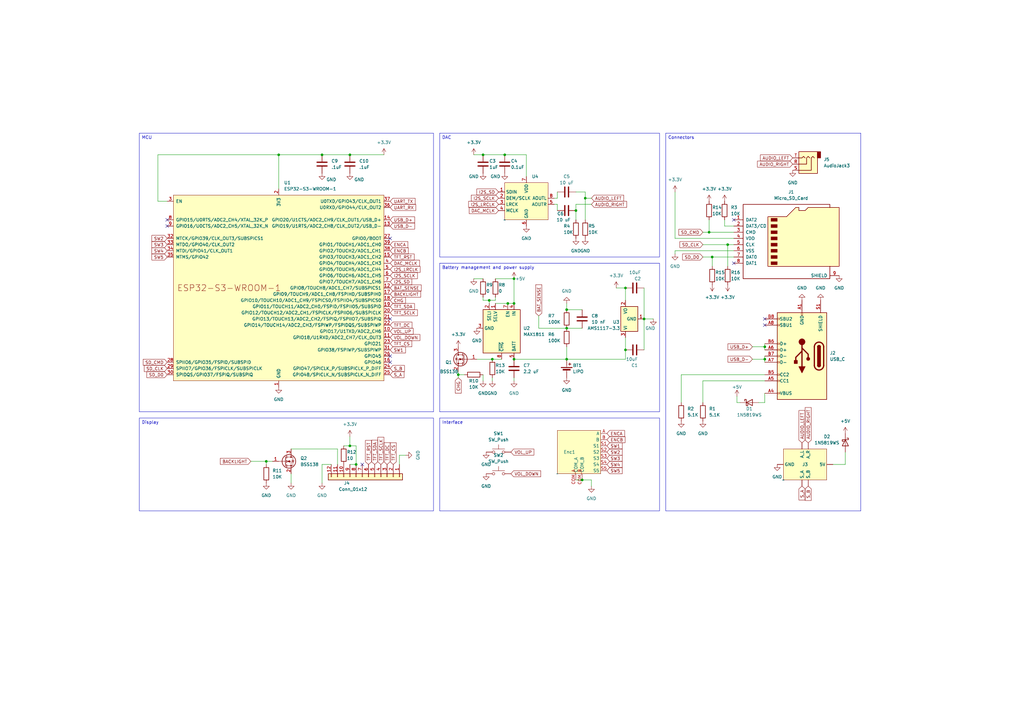
<source format=kicad_sch>
(kicad_sch (version 20230121) (generator eeschema)

  (uuid 7991eb99-b904-4373-b516-5be2340bf6eb)

  (paper "A3")

  (lib_symbols
    (symbol "Battery_Management:MAX1811" (in_bom yes) (on_board yes)
      (property "Reference" "U" (at -7.62 8.89 0)
        (effects (font (size 1.27 1.27)) (justify left))
      )
      (property "Value" "MAX1811" (at 10.16 8.89 0)
        (effects (font (size 1.27 1.27)) (justify right))
      )
      (property "Footprint" "Package_SO:SOIC-8_3.9x4.9mm_P1.27mm" (at 6.35 -8.89 0)
        (effects (font (size 1.27 1.27)) (justify left) hide)
      )
      (property "Datasheet" "https://datasheets.maximintegrated.com/en/ds/MAX1811.pdf" (at 0 -17.78 0)
        (effects (font (size 1.27 1.27)) hide)
      )
      (property "ki_keywords" "USB Battery Charger" (at 0 0 0)
        (effects (font (size 1.27 1.27)) hide)
      )
      (property "ki_description" "USB Powered Li+ Charger, 4.1V/4.2V battery, 5V input, 0.1/0.5A charging current" (at 0 0 0)
        (effects (font (size 1.27 1.27)) hide)
      )
      (property "ki_fp_filters" "SOIC*" (at 0 0 0)
        (effects (font (size 1.27 1.27)) hide)
      )
      (symbol "MAX1811_0_1"
        (rectangle (start -7.62 7.62) (end 10.16 -7.62)
          (stroke (width 0.254) (type default))
          (fill (type background))
        )
      )
      (symbol "MAX1811_1_1"
        (pin input line (at -10.16 -2.54 0) (length 2.54)
          (name "SELV" (effects (font (size 1.27 1.27))))
          (number "1" (effects (font (size 1.27 1.27))))
        )
        (pin input line (at -10.16 -5.08 0) (length 2.54)
          (name "SELI" (effects (font (size 1.27 1.27))))
          (number "2" (effects (font (size 1.27 1.27))))
        )
        (pin power_in line (at 0 -10.16 90) (length 2.54)
          (name "GND" (effects (font (size 1.27 1.27))))
          (number "3" (effects (font (size 1.27 1.27))))
        )
        (pin power_in line (at -10.16 5.08 0) (length 2.54)
          (name "IN" (effects (font (size 1.27 1.27))))
          (number "4" (effects (font (size 1.27 1.27))))
        )
        (pin power_out line (at 12.7 5.08 180) (length 2.54)
          (name "BATT" (effects (font (size 1.27 1.27))))
          (number "5" (effects (font (size 1.27 1.27))))
        )
        (pin passive line (at 0 -10.16 90) (length 2.54) hide
          (name "GND" (effects (font (size 1.27 1.27))))
          (number "6" (effects (font (size 1.27 1.27))))
        )
        (pin input line (at -10.16 2.54 0) (length 2.54)
          (name "EN" (effects (font (size 1.27 1.27))))
          (number "7" (effects (font (size 1.27 1.27))))
        )
        (pin open_collector line (at 12.7 0 180) (length 2.54)
          (name "~{CHG}" (effects (font (size 1.27 1.27))))
          (number "8" (effects (font (size 1.27 1.27))))
        )
      )
    )
    (symbol "Connector:Micro_SD_Card" (pin_names (offset 1.016)) (in_bom yes) (on_board yes)
      (property "Reference" "J" (at -16.51 15.24 0)
        (effects (font (size 1.27 1.27)))
      )
      (property "Value" "Micro_SD_Card" (at 16.51 15.24 0)
        (effects (font (size 1.27 1.27)) (justify right))
      )
      (property "Footprint" "" (at 29.21 7.62 0)
        (effects (font (size 1.27 1.27)) hide)
      )
      (property "Datasheet" "http://katalog.we-online.de/em/datasheet/693072010801.pdf" (at 0 0 0)
        (effects (font (size 1.27 1.27)) hide)
      )
      (property "ki_keywords" "connector SD microsd" (at 0 0 0)
        (effects (font (size 1.27 1.27)) hide)
      )
      (property "ki_description" "Micro SD Card Socket" (at 0 0 0)
        (effects (font (size 1.27 1.27)) hide)
      )
      (property "ki_fp_filters" "microSD*" (at 0 0 0)
        (effects (font (size 1.27 1.27)) hide)
      )
      (symbol "Micro_SD_Card_0_1"
        (rectangle (start -7.62 -9.525) (end -5.08 -10.795)
          (stroke (width 0) (type default))
          (fill (type outline))
        )
        (rectangle (start -7.62 -6.985) (end -5.08 -8.255)
          (stroke (width 0) (type default))
          (fill (type outline))
        )
        (rectangle (start -7.62 -4.445) (end -5.08 -5.715)
          (stroke (width 0) (type default))
          (fill (type outline))
        )
        (rectangle (start -7.62 -1.905) (end -5.08 -3.175)
          (stroke (width 0) (type default))
          (fill (type outline))
        )
        (rectangle (start -7.62 0.635) (end -5.08 -0.635)
          (stroke (width 0) (type default))
          (fill (type outline))
        )
        (rectangle (start -7.62 3.175) (end -5.08 1.905)
          (stroke (width 0) (type default))
          (fill (type outline))
        )
        (rectangle (start -7.62 5.715) (end -5.08 4.445)
          (stroke (width 0) (type default))
          (fill (type outline))
        )
        (rectangle (start -7.62 8.255) (end -5.08 6.985)
          (stroke (width 0) (type default))
          (fill (type outline))
        )
        (polyline
          (pts
            (xy 16.51 12.7)
            (xy 16.51 13.97)
            (xy -19.05 13.97)
            (xy -19.05 -16.51)
            (xy 16.51 -16.51)
            (xy 16.51 -11.43)
          )
          (stroke (width 0.254) (type default))
          (fill (type none))
        )
        (polyline
          (pts
            (xy -8.89 -11.43)
            (xy -8.89 8.89)
            (xy -1.27 8.89)
            (xy 2.54 12.7)
            (xy 3.81 12.7)
            (xy 3.81 11.43)
            (xy 6.35 11.43)
            (xy 7.62 12.7)
            (xy 20.32 12.7)
            (xy 20.32 -11.43)
            (xy -8.89 -11.43)
          )
          (stroke (width 0.254) (type default))
          (fill (type background))
        )
      )
      (symbol "Micro_SD_Card_1_1"
        (pin bidirectional line (at -22.86 7.62 0) (length 3.81)
          (name "DAT2" (effects (font (size 1.27 1.27))))
          (number "1" (effects (font (size 1.27 1.27))))
        )
        (pin bidirectional line (at -22.86 5.08 0) (length 3.81)
          (name "DAT3/CD" (effects (font (size 1.27 1.27))))
          (number "2" (effects (font (size 1.27 1.27))))
        )
        (pin input line (at -22.86 2.54 0) (length 3.81)
          (name "CMD" (effects (font (size 1.27 1.27))))
          (number "3" (effects (font (size 1.27 1.27))))
        )
        (pin power_in line (at -22.86 0 0) (length 3.81)
          (name "VDD" (effects (font (size 1.27 1.27))))
          (number "4" (effects (font (size 1.27 1.27))))
        )
        (pin input line (at -22.86 -2.54 0) (length 3.81)
          (name "CLK" (effects (font (size 1.27 1.27))))
          (number "5" (effects (font (size 1.27 1.27))))
        )
        (pin power_in line (at -22.86 -5.08 0) (length 3.81)
          (name "VSS" (effects (font (size 1.27 1.27))))
          (number "6" (effects (font (size 1.27 1.27))))
        )
        (pin bidirectional line (at -22.86 -7.62 0) (length 3.81)
          (name "DAT0" (effects (font (size 1.27 1.27))))
          (number "7" (effects (font (size 1.27 1.27))))
        )
        (pin bidirectional line (at -22.86 -10.16 0) (length 3.81)
          (name "DAT1" (effects (font (size 1.27 1.27))))
          (number "8" (effects (font (size 1.27 1.27))))
        )
        (pin passive line (at 20.32 -15.24 180) (length 3.81)
          (name "SHIELD" (effects (font (size 1.27 1.27))))
          (number "9" (effects (font (size 1.27 1.27))))
        )
      )
    )
    (symbol "Connector:USB_C_Receptacle_USB2.0" (pin_names (offset 1.016)) (in_bom yes) (on_board yes)
      (property "Reference" "J" (at -10.16 19.05 0)
        (effects (font (size 1.27 1.27)) (justify left))
      )
      (property "Value" "USB_C_Receptacle_USB2.0" (at 19.05 19.05 0)
        (effects (font (size 1.27 1.27)) (justify right))
      )
      (property "Footprint" "" (at 3.81 0 0)
        (effects (font (size 1.27 1.27)) hide)
      )
      (property "Datasheet" "https://www.usb.org/sites/default/files/documents/usb_type-c.zip" (at 3.81 0 0)
        (effects (font (size 1.27 1.27)) hide)
      )
      (property "ki_keywords" "usb universal serial bus type-C USB2.0" (at 0 0 0)
        (effects (font (size 1.27 1.27)) hide)
      )
      (property "ki_description" "USB 2.0-only Type-C Receptacle connector" (at 0 0 0)
        (effects (font (size 1.27 1.27)) hide)
      )
      (property "ki_fp_filters" "USB*C*Receptacle*" (at 0 0 0)
        (effects (font (size 1.27 1.27)) hide)
      )
      (symbol "USB_C_Receptacle_USB2.0_0_0"
        (rectangle (start -0.254 -17.78) (end 0.254 -16.764)
          (stroke (width 0) (type default))
          (fill (type none))
        )
        (rectangle (start 10.16 -14.986) (end 9.144 -15.494)
          (stroke (width 0) (type default))
          (fill (type none))
        )
        (rectangle (start 10.16 -12.446) (end 9.144 -12.954)
          (stroke (width 0) (type default))
          (fill (type none))
        )
        (rectangle (start 10.16 -4.826) (end 9.144 -5.334)
          (stroke (width 0) (type default))
          (fill (type none))
        )
        (rectangle (start 10.16 -2.286) (end 9.144 -2.794)
          (stroke (width 0) (type default))
          (fill (type none))
        )
        (rectangle (start 10.16 0.254) (end 9.144 -0.254)
          (stroke (width 0) (type default))
          (fill (type none))
        )
        (rectangle (start 10.16 2.794) (end 9.144 2.286)
          (stroke (width 0) (type default))
          (fill (type none))
        )
        (rectangle (start 10.16 7.874) (end 9.144 7.366)
          (stroke (width 0) (type default))
          (fill (type none))
        )
        (rectangle (start 10.16 10.414) (end 9.144 9.906)
          (stroke (width 0) (type default))
          (fill (type none))
        )
        (rectangle (start 10.16 15.494) (end 9.144 14.986)
          (stroke (width 0) (type default))
          (fill (type none))
        )
      )
      (symbol "USB_C_Receptacle_USB2.0_0_1"
        (rectangle (start -10.16 17.78) (end 10.16 -17.78)
          (stroke (width 0.254) (type default))
          (fill (type background))
        )
        (arc (start -8.89 -3.81) (mid -6.985 -5.7067) (end -5.08 -3.81)
          (stroke (width 0.508) (type default))
          (fill (type none))
        )
        (arc (start -7.62 -3.81) (mid -6.985 -4.4423) (end -6.35 -3.81)
          (stroke (width 0.254) (type default))
          (fill (type none))
        )
        (arc (start -7.62 -3.81) (mid -6.985 -4.4423) (end -6.35 -3.81)
          (stroke (width 0.254) (type default))
          (fill (type outline))
        )
        (rectangle (start -7.62 -3.81) (end -6.35 3.81)
          (stroke (width 0.254) (type default))
          (fill (type outline))
        )
        (arc (start -6.35 3.81) (mid -6.985 4.4423) (end -7.62 3.81)
          (stroke (width 0.254) (type default))
          (fill (type none))
        )
        (arc (start -6.35 3.81) (mid -6.985 4.4423) (end -7.62 3.81)
          (stroke (width 0.254) (type default))
          (fill (type outline))
        )
        (arc (start -5.08 3.81) (mid -6.985 5.7067) (end -8.89 3.81)
          (stroke (width 0.508) (type default))
          (fill (type none))
        )
        (circle (center -2.54 1.143) (radius 0.635)
          (stroke (width 0.254) (type default))
          (fill (type outline))
        )
        (circle (center 0 -5.842) (radius 1.27)
          (stroke (width 0) (type default))
          (fill (type outline))
        )
        (polyline
          (pts
            (xy -8.89 -3.81)
            (xy -8.89 3.81)
          )
          (stroke (width 0.508) (type default))
          (fill (type none))
        )
        (polyline
          (pts
            (xy -5.08 3.81)
            (xy -5.08 -3.81)
          )
          (stroke (width 0.508) (type default))
          (fill (type none))
        )
        (polyline
          (pts
            (xy 0 -5.842)
            (xy 0 4.318)
          )
          (stroke (width 0.508) (type default))
          (fill (type none))
        )
        (polyline
          (pts
            (xy 0 -3.302)
            (xy -2.54 -0.762)
            (xy -2.54 0.508)
          )
          (stroke (width 0.508) (type default))
          (fill (type none))
        )
        (polyline
          (pts
            (xy 0 -2.032)
            (xy 2.54 0.508)
            (xy 2.54 1.778)
          )
          (stroke (width 0.508) (type default))
          (fill (type none))
        )
        (polyline
          (pts
            (xy -1.27 4.318)
            (xy 0 6.858)
            (xy 1.27 4.318)
            (xy -1.27 4.318)
          )
          (stroke (width 0.254) (type default))
          (fill (type outline))
        )
        (rectangle (start 1.905 1.778) (end 3.175 3.048)
          (stroke (width 0.254) (type default))
          (fill (type outline))
        )
      )
      (symbol "USB_C_Receptacle_USB2.0_1_1"
        (pin passive line (at 0 -22.86 90) (length 5.08)
          (name "GND" (effects (font (size 1.27 1.27))))
          (number "A1" (effects (font (size 1.27 1.27))))
        )
        (pin passive line (at 0 -22.86 90) (length 5.08) hide
          (name "GND" (effects (font (size 1.27 1.27))))
          (number "A12" (effects (font (size 1.27 1.27))))
        )
        (pin passive line (at 15.24 15.24 180) (length 5.08)
          (name "VBUS" (effects (font (size 1.27 1.27))))
          (number "A4" (effects (font (size 1.27 1.27))))
        )
        (pin bidirectional line (at 15.24 10.16 180) (length 5.08)
          (name "CC1" (effects (font (size 1.27 1.27))))
          (number "A5" (effects (font (size 1.27 1.27))))
        )
        (pin bidirectional line (at 15.24 -2.54 180) (length 5.08)
          (name "D+" (effects (font (size 1.27 1.27))))
          (number "A6" (effects (font (size 1.27 1.27))))
        )
        (pin bidirectional line (at 15.24 2.54 180) (length 5.08)
          (name "D-" (effects (font (size 1.27 1.27))))
          (number "A7" (effects (font (size 1.27 1.27))))
        )
        (pin bidirectional line (at 15.24 -12.7 180) (length 5.08)
          (name "SBU1" (effects (font (size 1.27 1.27))))
          (number "A8" (effects (font (size 1.27 1.27))))
        )
        (pin passive line (at 15.24 15.24 180) (length 5.08) hide
          (name "VBUS" (effects (font (size 1.27 1.27))))
          (number "A9" (effects (font (size 1.27 1.27))))
        )
        (pin passive line (at 0 -22.86 90) (length 5.08) hide
          (name "GND" (effects (font (size 1.27 1.27))))
          (number "B1" (effects (font (size 1.27 1.27))))
        )
        (pin passive line (at 0 -22.86 90) (length 5.08) hide
          (name "GND" (effects (font (size 1.27 1.27))))
          (number "B12" (effects (font (size 1.27 1.27))))
        )
        (pin passive line (at 15.24 15.24 180) (length 5.08) hide
          (name "VBUS" (effects (font (size 1.27 1.27))))
          (number "B4" (effects (font (size 1.27 1.27))))
        )
        (pin bidirectional line (at 15.24 7.62 180) (length 5.08)
          (name "CC2" (effects (font (size 1.27 1.27))))
          (number "B5" (effects (font (size 1.27 1.27))))
        )
        (pin bidirectional line (at 15.24 -5.08 180) (length 5.08)
          (name "D+" (effects (font (size 1.27 1.27))))
          (number "B6" (effects (font (size 1.27 1.27))))
        )
        (pin bidirectional line (at 15.24 0 180) (length 5.08)
          (name "D-" (effects (font (size 1.27 1.27))))
          (number "B7" (effects (font (size 1.27 1.27))))
        )
        (pin bidirectional line (at 15.24 -15.24 180) (length 5.08)
          (name "SBU2" (effects (font (size 1.27 1.27))))
          (number "B8" (effects (font (size 1.27 1.27))))
        )
        (pin passive line (at 15.24 15.24 180) (length 5.08) hide
          (name "VBUS" (effects (font (size 1.27 1.27))))
          (number "B9" (effects (font (size 1.27 1.27))))
        )
        (pin passive line (at -7.62 -22.86 90) (length 5.08)
          (name "SHIELD" (effects (font (size 1.27 1.27))))
          (number "S1" (effects (font (size 1.27 1.27))))
        )
      )
    )
    (symbol "Connector_Audio:AudioJack3" (in_bom yes) (on_board yes)
      (property "Reference" "J" (at 0 8.89 0)
        (effects (font (size 1.27 1.27)))
      )
      (property "Value" "AudioJack3" (at 0 6.35 0)
        (effects (font (size 1.27 1.27)))
      )
      (property "Footprint" "" (at 0 0 0)
        (effects (font (size 1.27 1.27)) hide)
      )
      (property "Datasheet" "~" (at 0 0 0)
        (effects (font (size 1.27 1.27)) hide)
      )
      (property "ki_keywords" "audio jack receptacle stereo headphones phones TRS connector" (at 0 0 0)
        (effects (font (size 1.27 1.27)) hide)
      )
      (property "ki_description" "Audio Jack, 3 Poles (Stereo / TRS)" (at 0 0 0)
        (effects (font (size 1.27 1.27)) hide)
      )
      (property "ki_fp_filters" "Jack*" (at 0 0 0)
        (effects (font (size 1.27 1.27)) hide)
      )
      (symbol "AudioJack3_0_1"
        (rectangle (start -5.08 -5.08) (end -6.35 -2.54)
          (stroke (width 0.254) (type default))
          (fill (type outline))
        )
        (polyline
          (pts
            (xy 0 -2.54)
            (xy 0.635 -3.175)
            (xy 1.27 -2.54)
            (xy 2.54 -2.54)
          )
          (stroke (width 0.254) (type default))
          (fill (type none))
        )
        (polyline
          (pts
            (xy -1.905 -2.54)
            (xy -1.27 -3.175)
            (xy -0.635 -2.54)
            (xy -0.635 0)
            (xy 2.54 0)
          )
          (stroke (width 0.254) (type default))
          (fill (type none))
        )
        (polyline
          (pts
            (xy 2.54 2.54)
            (xy -2.54 2.54)
            (xy -2.54 -2.54)
            (xy -3.175 -3.175)
            (xy -3.81 -2.54)
          )
          (stroke (width 0.254) (type default))
          (fill (type none))
        )
        (rectangle (start 2.54 3.81) (end -5.08 -5.08)
          (stroke (width 0.254) (type default))
          (fill (type background))
        )
      )
      (symbol "AudioJack3_1_1"
        (pin passive line (at 5.08 0 180) (length 2.54)
          (name "~" (effects (font (size 1.27 1.27))))
          (number "R" (effects (font (size 1.27 1.27))))
        )
        (pin passive line (at 5.08 2.54 180) (length 2.54)
          (name "~" (effects (font (size 1.27 1.27))))
          (number "S" (effects (font (size 1.27 1.27))))
        )
        (pin passive line (at 5.08 -2.54 180) (length 2.54)
          (name "~" (effects (font (size 1.27 1.27))))
          (number "T" (effects (font (size 1.27 1.27))))
        )
      )
    )
    (symbol "Connector_Generic:Conn_01x12" (pin_names (offset 1.016) hide) (in_bom yes) (on_board yes)
      (property "Reference" "J" (at 0 15.24 0)
        (effects (font (size 1.27 1.27)))
      )
      (property "Value" "Conn_01x12" (at 0 -17.78 0)
        (effects (font (size 1.27 1.27)))
      )
      (property "Footprint" "" (at 0 0 0)
        (effects (font (size 1.27 1.27)) hide)
      )
      (property "Datasheet" "~" (at 0 0 0)
        (effects (font (size 1.27 1.27)) hide)
      )
      (property "ki_keywords" "connector" (at 0 0 0)
        (effects (font (size 1.27 1.27)) hide)
      )
      (property "ki_description" "Generic connector, single row, 01x12, script generated (kicad-library-utils/schlib/autogen/connector/)" (at 0 0 0)
        (effects (font (size 1.27 1.27)) hide)
      )
      (property "ki_fp_filters" "Connector*:*_1x??_*" (at 0 0 0)
        (effects (font (size 1.27 1.27)) hide)
      )
      (symbol "Conn_01x12_1_1"
        (rectangle (start -1.27 -15.113) (end 0 -15.367)
          (stroke (width 0.1524) (type default))
          (fill (type none))
        )
        (rectangle (start -1.27 -12.573) (end 0 -12.827)
          (stroke (width 0.1524) (type default))
          (fill (type none))
        )
        (rectangle (start -1.27 -10.033) (end 0 -10.287)
          (stroke (width 0.1524) (type default))
          (fill (type none))
        )
        (rectangle (start -1.27 -7.493) (end 0 -7.747)
          (stroke (width 0.1524) (type default))
          (fill (type none))
        )
        (rectangle (start -1.27 -4.953) (end 0 -5.207)
          (stroke (width 0.1524) (type default))
          (fill (type none))
        )
        (rectangle (start -1.27 -2.413) (end 0 -2.667)
          (stroke (width 0.1524) (type default))
          (fill (type none))
        )
        (rectangle (start -1.27 0.127) (end 0 -0.127)
          (stroke (width 0.1524) (type default))
          (fill (type none))
        )
        (rectangle (start -1.27 2.667) (end 0 2.413)
          (stroke (width 0.1524) (type default))
          (fill (type none))
        )
        (rectangle (start -1.27 5.207) (end 0 4.953)
          (stroke (width 0.1524) (type default))
          (fill (type none))
        )
        (rectangle (start -1.27 7.747) (end 0 7.493)
          (stroke (width 0.1524) (type default))
          (fill (type none))
        )
        (rectangle (start -1.27 10.287) (end 0 10.033)
          (stroke (width 0.1524) (type default))
          (fill (type none))
        )
        (rectangle (start -1.27 12.827) (end 0 12.573)
          (stroke (width 0.1524) (type default))
          (fill (type none))
        )
        (rectangle (start -1.27 13.97) (end 1.27 -16.51)
          (stroke (width 0.254) (type default))
          (fill (type background))
        )
        (pin passive line (at -5.08 12.7 0) (length 3.81)
          (name "Pin_1" (effects (font (size 1.27 1.27))))
          (number "1" (effects (font (size 1.27 1.27))))
        )
        (pin passive line (at -5.08 -10.16 0) (length 3.81)
          (name "Pin_10" (effects (font (size 1.27 1.27))))
          (number "10" (effects (font (size 1.27 1.27))))
        )
        (pin passive line (at -5.08 -12.7 0) (length 3.81)
          (name "Pin_11" (effects (font (size 1.27 1.27))))
          (number "11" (effects (font (size 1.27 1.27))))
        )
        (pin passive line (at -5.08 -15.24 0) (length 3.81)
          (name "Pin_12" (effects (font (size 1.27 1.27))))
          (number "12" (effects (font (size 1.27 1.27))))
        )
        (pin passive line (at -5.08 10.16 0) (length 3.81)
          (name "Pin_2" (effects (font (size 1.27 1.27))))
          (number "2" (effects (font (size 1.27 1.27))))
        )
        (pin passive line (at -5.08 7.62 0) (length 3.81)
          (name "Pin_3" (effects (font (size 1.27 1.27))))
          (number "3" (effects (font (size 1.27 1.27))))
        )
        (pin passive line (at -5.08 5.08 0) (length 3.81)
          (name "Pin_4" (effects (font (size 1.27 1.27))))
          (number "4" (effects (font (size 1.27 1.27))))
        )
        (pin passive line (at -5.08 2.54 0) (length 3.81)
          (name "Pin_5" (effects (font (size 1.27 1.27))))
          (number "5" (effects (font (size 1.27 1.27))))
        )
        (pin passive line (at -5.08 0 0) (length 3.81)
          (name "Pin_6" (effects (font (size 1.27 1.27))))
          (number "6" (effects (font (size 1.27 1.27))))
        )
        (pin passive line (at -5.08 -2.54 0) (length 3.81)
          (name "Pin_7" (effects (font (size 1.27 1.27))))
          (number "7" (effects (font (size 1.27 1.27))))
        )
        (pin passive line (at -5.08 -5.08 0) (length 3.81)
          (name "Pin_8" (effects (font (size 1.27 1.27))))
          (number "8" (effects (font (size 1.27 1.27))))
        )
        (pin passive line (at -5.08 -7.62 0) (length 3.81)
          (name "Pin_9" (effects (font (size 1.27 1.27))))
          (number "9" (effects (font (size 1.27 1.27))))
        )
      )
    )
    (symbol "Device:Battery_Cell" (pin_numbers hide) (pin_names (offset 0) hide) (in_bom yes) (on_board yes)
      (property "Reference" "BT" (at 2.54 2.54 0)
        (effects (font (size 1.27 1.27)) (justify left))
      )
      (property "Value" "Battery_Cell" (at 2.54 0 0)
        (effects (font (size 1.27 1.27)) (justify left))
      )
      (property "Footprint" "" (at 0 1.524 90)
        (effects (font (size 1.27 1.27)) hide)
      )
      (property "Datasheet" "~" (at 0 1.524 90)
        (effects (font (size 1.27 1.27)) hide)
      )
      (property "ki_keywords" "battery cell" (at 0 0 0)
        (effects (font (size 1.27 1.27)) hide)
      )
      (property "ki_description" "Single-cell battery" (at 0 0 0)
        (effects (font (size 1.27 1.27)) hide)
      )
      (symbol "Battery_Cell_0_1"
        (rectangle (start -2.286 1.778) (end 2.286 1.524)
          (stroke (width 0) (type default))
          (fill (type outline))
        )
        (rectangle (start -1.524 1.016) (end 1.524 0.508)
          (stroke (width 0) (type default))
          (fill (type outline))
        )
        (polyline
          (pts
            (xy 0 0.762)
            (xy 0 0)
          )
          (stroke (width 0) (type default))
          (fill (type none))
        )
        (polyline
          (pts
            (xy 0 1.778)
            (xy 0 2.54)
          )
          (stroke (width 0) (type default))
          (fill (type none))
        )
        (polyline
          (pts
            (xy 0.762 3.048)
            (xy 1.778 3.048)
          )
          (stroke (width 0.254) (type default))
          (fill (type none))
        )
        (polyline
          (pts
            (xy 1.27 3.556)
            (xy 1.27 2.54)
          )
          (stroke (width 0.254) (type default))
          (fill (type none))
        )
      )
      (symbol "Battery_Cell_1_1"
        (pin passive line (at 0 5.08 270) (length 2.54)
          (name "+" (effects (font (size 1.27 1.27))))
          (number "1" (effects (font (size 1.27 1.27))))
        )
        (pin passive line (at 0 -2.54 90) (length 2.54)
          (name "-" (effects (font (size 1.27 1.27))))
          (number "2" (effects (font (size 1.27 1.27))))
        )
      )
    )
    (symbol "Device:C" (pin_numbers hide) (pin_names (offset 0.254)) (in_bom yes) (on_board yes)
      (property "Reference" "C" (at 0.635 2.54 0)
        (effects (font (size 1.27 1.27)) (justify left))
      )
      (property "Value" "C" (at 0.635 -2.54 0)
        (effects (font (size 1.27 1.27)) (justify left))
      )
      (property "Footprint" "" (at 0.9652 -3.81 0)
        (effects (font (size 1.27 1.27)) hide)
      )
      (property "Datasheet" "~" (at 0 0 0)
        (effects (font (size 1.27 1.27)) hide)
      )
      (property "ki_keywords" "cap capacitor" (at 0 0 0)
        (effects (font (size 1.27 1.27)) hide)
      )
      (property "ki_description" "Unpolarized capacitor" (at 0 0 0)
        (effects (font (size 1.27 1.27)) hide)
      )
      (property "ki_fp_filters" "C_*" (at 0 0 0)
        (effects (font (size 1.27 1.27)) hide)
      )
      (symbol "C_0_1"
        (polyline
          (pts
            (xy -2.032 -0.762)
            (xy 2.032 -0.762)
          )
          (stroke (width 0.508) (type default))
          (fill (type none))
        )
        (polyline
          (pts
            (xy -2.032 0.762)
            (xy 2.032 0.762)
          )
          (stroke (width 0.508) (type default))
          (fill (type none))
        )
      )
      (symbol "C_1_1"
        (pin passive line (at 0 3.81 270) (length 2.794)
          (name "~" (effects (font (size 1.27 1.27))))
          (number "1" (effects (font (size 1.27 1.27))))
        )
        (pin passive line (at 0 -3.81 90) (length 2.794)
          (name "~" (effects (font (size 1.27 1.27))))
          (number "2" (effects (font (size 1.27 1.27))))
        )
      )
    )
    (symbol "Device:R" (pin_numbers hide) (pin_names (offset 0)) (in_bom yes) (on_board yes)
      (property "Reference" "R" (at 2.032 0 90)
        (effects (font (size 1.27 1.27)))
      )
      (property "Value" "R" (at 0 0 90)
        (effects (font (size 1.27 1.27)))
      )
      (property "Footprint" "" (at -1.778 0 90)
        (effects (font (size 1.27 1.27)) hide)
      )
      (property "Datasheet" "~" (at 0 0 0)
        (effects (font (size 1.27 1.27)) hide)
      )
      (property "ki_keywords" "R res resistor" (at 0 0 0)
        (effects (font (size 1.27 1.27)) hide)
      )
      (property "ki_description" "Resistor" (at 0 0 0)
        (effects (font (size 1.27 1.27)) hide)
      )
      (property "ki_fp_filters" "R_*" (at 0 0 0)
        (effects (font (size 1.27 1.27)) hide)
      )
      (symbol "R_0_1"
        (rectangle (start -1.016 -2.54) (end 1.016 2.54)
          (stroke (width 0.254) (type default))
          (fill (type none))
        )
      )
      (symbol "R_1_1"
        (pin passive line (at 0 3.81 270) (length 1.27)
          (name "~" (effects (font (size 1.27 1.27))))
          (number "1" (effects (font (size 1.27 1.27))))
        )
        (pin passive line (at 0 -3.81 90) (length 1.27)
          (name "~" (effects (font (size 1.27 1.27))))
          (number "2" (effects (font (size 1.27 1.27))))
        )
      )
    )
    (symbol "Diode:1N5819WS" (pin_numbers hide) (pin_names (offset 1.016) hide) (in_bom yes) (on_board yes)
      (property "Reference" "D" (at 0 2.54 0)
        (effects (font (size 1.27 1.27)))
      )
      (property "Value" "1N5819WS" (at 0 -2.54 0)
        (effects (font (size 1.27 1.27)))
      )
      (property "Footprint" "Diode_SMD:D_SOD-323" (at 0 -4.445 0)
        (effects (font (size 1.27 1.27)) hide)
      )
      (property "Datasheet" "https://datasheet.lcsc.com/lcsc/2204281430_Guangdong-Hottech-1N5819WS_C191023.pdf" (at 0 0 0)
        (effects (font (size 1.27 1.27)) hide)
      )
      (property "ki_keywords" "diode Schottky" (at 0 0 0)
        (effects (font (size 1.27 1.27)) hide)
      )
      (property "ki_description" "40V 600mV@1A 1A SOD-323 Schottky Barrier Diodes, SOD-323" (at 0 0 0)
        (effects (font (size 1.27 1.27)) hide)
      )
      (property "ki_fp_filters" "D*SOD?323*" (at 0 0 0)
        (effects (font (size 1.27 1.27)) hide)
      )
      (symbol "1N5819WS_0_1"
        (polyline
          (pts
            (xy 1.27 0)
            (xy -1.27 0)
          )
          (stroke (width 0) (type default))
          (fill (type none))
        )
        (polyline
          (pts
            (xy 1.27 1.27)
            (xy 1.27 -1.27)
            (xy -1.27 0)
            (xy 1.27 1.27)
          )
          (stroke (width 0.254) (type default))
          (fill (type none))
        )
        (polyline
          (pts
            (xy -1.905 0.635)
            (xy -1.905 1.27)
            (xy -1.27 1.27)
            (xy -1.27 -1.27)
            (xy -0.635 -1.27)
            (xy -0.635 -0.635)
          )
          (stroke (width 0.254) (type default))
          (fill (type none))
        )
      )
      (symbol "1N5819WS_1_1"
        (pin passive line (at -3.81 0 0) (length 2.54)
          (name "K" (effects (font (size 1.27 1.27))))
          (number "1" (effects (font (size 1.27 1.27))))
        )
        (pin passive line (at 3.81 0 180) (length 2.54)
          (name "A" (effects (font (size 1.27 1.27))))
          (number "2" (effects (font (size 1.27 1.27))))
        )
      )
    )
    (symbol "PCM_Espressif:ESP32-S3-WROOM-1" (pin_names (offset 1.016)) (in_bom yes) (on_board yes)
      (property "Reference" "U" (at -43.18 43.18 0)
        (effects (font (size 1.27 1.27)) (justify left))
      )
      (property "Value" "ESP32-S3-WROOM-1" (at -43.18 40.64 0)
        (effects (font (size 1.27 1.27)) (justify left))
      )
      (property "Footprint" "PCM_Espressif:ESP32-S3-WROOM-1" (at 2.54 -48.26 0)
        (effects (font (size 1.27 1.27)) hide)
      )
      (property "Datasheet" "https://www.espressif.com/sites/default/files/documentation/esp32-s3-wroom-1_wroom-1u_datasheet_en.pdf" (at 2.54 -50.8 0)
        (effects (font (size 1.27 1.27)) hide)
      )
      (property "ki_description" "2.4 GHz WiFi (802.11 b/g/n) and Bluetooth ® 5 (LE) module Built around ESP32S3 series of SoCs, Xtensa ® dualcore 32bit LX7 microprocessor Flash up to 16 MB, PSRAM up to 8 MB 36 GPIOs, rich set of peripherals Onboard PCB antenna" (at 0 0 0)
        (effects (font (size 1.27 1.27)) hide)
      )
      (symbol "ESP32-S3-WROOM-1_0_0"
        (text "ESP32-S3-WROOM-1" (at -20.32 0 0)
          (effects (font (size 2.54 2.54)))
        )
        (pin power_in line (at 0 -40.64 90) (length 2.54)
          (name "GND" (effects (font (size 1.27 1.27))))
          (number "1" (effects (font (size 1.27 1.27))))
        )
        (pin bidirectional line (at 45.72 -17.78 180) (length 2.54)
          (name "GPIO17/U1TXD/ADC2_CH6" (effects (font (size 1.27 1.27))))
          (number "10" (effects (font (size 1.27 1.27))))
        )
        (pin bidirectional line (at 45.72 -20.32 180) (length 2.54)
          (name "GPIO18/U1RXD/ADC2_CH7/CLK_OUT3" (effects (font (size 1.27 1.27))))
          (number "11" (effects (font (size 1.27 1.27))))
        )
        (pin bidirectional line (at 45.72 0 180) (length 2.54)
          (name "GPIO8/TOUCH8/ADC1_CH7/SUBSPICS1" (effects (font (size 1.27 1.27))))
          (number "12" (effects (font (size 1.27 1.27))))
        )
        (pin bidirectional line (at 45.72 25.4 180) (length 2.54)
          (name "GPIO19/U1RTS/ADC2_CH8/CLK_OUT2/USB_D-" (effects (font (size 1.27 1.27))))
          (number "13" (effects (font (size 1.27 1.27))))
        )
        (pin bidirectional line (at 45.72 27.94 180) (length 2.54)
          (name "GPIO20/U1CTS/ADC2_CH9/CLK_OUT1/USB_D+" (effects (font (size 1.27 1.27))))
          (number "14" (effects (font (size 1.27 1.27))))
        )
        (pin bidirectional line (at 45.72 12.7 180) (length 2.54)
          (name "GPIO3/TOUCH3/ADC1_CH2" (effects (font (size 1.27 1.27))))
          (number "15" (effects (font (size 1.27 1.27))))
        )
        (pin bidirectional line (at 45.72 -30.48 180) (length 2.54)
          (name "GPIO46" (effects (font (size 1.27 1.27))))
          (number "16" (effects (font (size 1.27 1.27))))
        )
        (pin bidirectional line (at 45.72 -2.54 180) (length 2.54)
          (name "GPIO9/TOUCH9/ADC1_CH8/FSPIHD/SUBSPIHD" (effects (font (size 1.27 1.27))))
          (number "17" (effects (font (size 1.27 1.27))))
        )
        (pin bidirectional line (at 45.72 -5.08 180) (length 2.54)
          (name "GPIO10/TOUCH10/ADC1_CH9/FSPICS0/FSPIIO4/SUBSPICS0" (effects (font (size 1.27 1.27))))
          (number "18" (effects (font (size 1.27 1.27))))
        )
        (pin bidirectional line (at 45.72 -7.62 180) (length 2.54)
          (name "GPIO11/TOUCH11/ADC2_CH0/FSPID/FSPIIO5/SUBSPID" (effects (font (size 1.27 1.27))))
          (number "19" (effects (font (size 1.27 1.27))))
        )
        (pin power_in line (at 0 40.64 270) (length 2.54)
          (name "3V3" (effects (font (size 1.27 1.27))))
          (number "2" (effects (font (size 1.27 1.27))))
        )
        (pin bidirectional line (at 45.72 -10.16 180) (length 2.54)
          (name "GPIO12/TOUCH12/ADC2_CH1/FSPICLK/FSPIIO6/SUBSPICLK" (effects (font (size 1.27 1.27))))
          (number "20" (effects (font (size 1.27 1.27))))
        )
        (pin bidirectional line (at 45.72 -12.7 180) (length 2.54)
          (name "GPIO13/TOUCH13/ADC2_CH2/FSPIQ/FSPIIO7/SUBSPIQ" (effects (font (size 1.27 1.27))))
          (number "21" (effects (font (size 1.27 1.27))))
        )
        (pin bidirectional line (at 45.72 -15.24 180) (length 2.54)
          (name "GPIO14/TOUCH14/ADC2_CH3/FSPIWP/FSPIDQS/SUBSPIWP" (effects (font (size 1.27 1.27))))
          (number "22" (effects (font (size 1.27 1.27))))
        )
        (pin bidirectional line (at 45.72 -22.86 180) (length 2.54)
          (name "GPIO21" (effects (font (size 1.27 1.27))))
          (number "23" (effects (font (size 1.27 1.27))))
        )
        (pin bidirectional line (at 45.72 -33.02 180) (length 2.54)
          (name "GPIO47/SPICLK_P/SUBSPICLK_P_DIFF" (effects (font (size 1.27 1.27))))
          (number "24" (effects (font (size 1.27 1.27))))
        )
        (pin bidirectional line (at 45.72 -35.56 180) (length 2.54)
          (name "GPIO48/SPICLK_N/SUBSPICLK_N_DIFF" (effects (font (size 1.27 1.27))))
          (number "25" (effects (font (size 1.27 1.27))))
        )
        (pin bidirectional line (at 45.72 -27.94 180) (length 2.54)
          (name "GPIO45" (effects (font (size 1.27 1.27))))
          (number "26" (effects (font (size 1.27 1.27))))
        )
        (pin bidirectional line (at 45.72 20.32 180) (length 2.54)
          (name "GPIO0/BOOT" (effects (font (size 1.27 1.27))))
          (number "27" (effects (font (size 1.27 1.27))))
        )
        (pin bidirectional line (at -45.72 -30.48 0) (length 2.54)
          (name "SPIIO6/GPIO35/FSPID/SUBSPID" (effects (font (size 1.27 1.27))))
          (number "28" (effects (font (size 1.27 1.27))))
        )
        (pin bidirectional line (at -45.72 -33.02 0) (length 2.54)
          (name "SPIIO7/GPIO36/FSPICLK/SUBSPICLK" (effects (font (size 1.27 1.27))))
          (number "29" (effects (font (size 1.27 1.27))))
        )
        (pin input line (at -45.72 35.56 0) (length 2.54)
          (name "EN" (effects (font (size 1.27 1.27))))
          (number "3" (effects (font (size 1.27 1.27))))
        )
        (pin bidirectional line (at -45.72 -35.56 0) (length 2.54)
          (name "SPIDQS/GPIO37/FSPIQ/SUBSPIQ" (effects (font (size 1.27 1.27))))
          (number "30" (effects (font (size 1.27 1.27))))
        )
        (pin bidirectional line (at 45.72 -25.4 180) (length 2.54)
          (name "GPIO38/FSPIWP/SUBSPIWP" (effects (font (size 1.27 1.27))))
          (number "31" (effects (font (size 1.27 1.27))))
        )
        (pin bidirectional line (at -45.72 20.32 0) (length 2.54)
          (name "MTCK/GPIO39/CLK_OUT3/SUBSPICS1" (effects (font (size 1.27 1.27))))
          (number "32" (effects (font (size 1.27 1.27))))
        )
        (pin bidirectional line (at -45.72 17.78 0) (length 2.54)
          (name "MTDO/GPIO40/CLK_OUT2" (effects (font (size 1.27 1.27))))
          (number "33" (effects (font (size 1.27 1.27))))
        )
        (pin bidirectional line (at -45.72 15.24 0) (length 2.54)
          (name "MTDI/GPIO41/CLK_OUT1" (effects (font (size 1.27 1.27))))
          (number "34" (effects (font (size 1.27 1.27))))
        )
        (pin bidirectional line (at -45.72 12.7 0) (length 2.54)
          (name "MTMS/GPIO42" (effects (font (size 1.27 1.27))))
          (number "35" (effects (font (size 1.27 1.27))))
        )
        (pin bidirectional line (at 45.72 33.02 180) (length 2.54)
          (name "U0RXD/GPIO44/CLK_OUT2" (effects (font (size 1.27 1.27))))
          (number "36" (effects (font (size 1.27 1.27))))
        )
        (pin bidirectional line (at 45.72 35.56 180) (length 2.54)
          (name "U0TXD/GPIO43/CLK_OUT1" (effects (font (size 1.27 1.27))))
          (number "37" (effects (font (size 1.27 1.27))))
        )
        (pin bidirectional line (at 45.72 15.24 180) (length 2.54)
          (name "GPIO2/TOUCH2/ADC1_CH1" (effects (font (size 1.27 1.27))))
          (number "38" (effects (font (size 1.27 1.27))))
        )
        (pin bidirectional line (at 45.72 17.78 180) (length 2.54)
          (name "GPIO1/TOUCH1/ADC1_CH0" (effects (font (size 1.27 1.27))))
          (number "39" (effects (font (size 1.27 1.27))))
        )
        (pin bidirectional line (at 45.72 10.16 180) (length 2.54)
          (name "GPIO4/TOUCH4/ADC1_CH3" (effects (font (size 1.27 1.27))))
          (number "4" (effects (font (size 1.27 1.27))))
        )
        (pin passive line (at 0 -40.64 90) (length 2.54) hide
          (name "GND" (effects (font (size 1.27 1.27))))
          (number "40" (effects (font (size 1.27 1.27))))
        )
        (pin passive line (at 0 -40.64 90) (length 2.54) hide
          (name "GND" (effects (font (size 1.27 1.27))))
          (number "41" (effects (font (size 1.27 1.27))))
        )
        (pin bidirectional line (at 45.72 7.62 180) (length 2.54)
          (name "GPIO5/TOUCH5/ADC1_CH4" (effects (font (size 1.27 1.27))))
          (number "5" (effects (font (size 1.27 1.27))))
        )
        (pin bidirectional line (at 45.72 5.08 180) (length 2.54)
          (name "GPIO6/TOUCH6/ADC1_CH5" (effects (font (size 1.27 1.27))))
          (number "6" (effects (font (size 1.27 1.27))))
        )
        (pin bidirectional line (at 45.72 2.54 180) (length 2.54)
          (name "GPIO7/TOUCH7/ADC1_CH6" (effects (font (size 1.27 1.27))))
          (number "7" (effects (font (size 1.27 1.27))))
        )
        (pin bidirectional line (at -45.72 27.94 0) (length 2.54)
          (name "GPIO15/U0RTS/ADC2_CH4/XTAL_32K_P" (effects (font (size 1.27 1.27))))
          (number "8" (effects (font (size 1.27 1.27))))
        )
        (pin bidirectional line (at -45.72 25.4 0) (length 2.54)
          (name "GPIO16/U0CTS/ADC2_CH5/XTAL_32K_N" (effects (font (size 1.27 1.27))))
          (number "9" (effects (font (size 1.27 1.27))))
        )
      )
      (symbol "ESP32-S3-WROOM-1_0_1"
        (rectangle (start -43.18 38.1) (end 43.18 -38.1)
          (stroke (width 0) (type default))
          (fill (type background))
        )
      )
    )
    (symbol "Regulator_Linear:AMS1117-3.3" (in_bom yes) (on_board yes)
      (property "Reference" "U" (at -3.81 3.175 0)
        (effects (font (size 1.27 1.27)))
      )
      (property "Value" "AMS1117-3.3" (at 0 3.175 0)
        (effects (font (size 1.27 1.27)) (justify left))
      )
      (property "Footprint" "Package_TO_SOT_SMD:SOT-223-3_TabPin2" (at 0 5.08 0)
        (effects (font (size 1.27 1.27)) hide)
      )
      (property "Datasheet" "http://www.advanced-monolithic.com/pdf/ds1117.pdf" (at 2.54 -6.35 0)
        (effects (font (size 1.27 1.27)) hide)
      )
      (property "ki_keywords" "linear regulator ldo fixed positive" (at 0 0 0)
        (effects (font (size 1.27 1.27)) hide)
      )
      (property "ki_description" "1A Low Dropout regulator, positive, 3.3V fixed output, SOT-223" (at 0 0 0)
        (effects (font (size 1.27 1.27)) hide)
      )
      (property "ki_fp_filters" "SOT?223*TabPin2*" (at 0 0 0)
        (effects (font (size 1.27 1.27)) hide)
      )
      (symbol "AMS1117-3.3_0_1"
        (rectangle (start -5.08 -5.08) (end 5.08 1.905)
          (stroke (width 0.254) (type default))
          (fill (type background))
        )
      )
      (symbol "AMS1117-3.3_1_1"
        (pin power_in line (at 0 -7.62 90) (length 2.54)
          (name "GND" (effects (font (size 1.27 1.27))))
          (number "1" (effects (font (size 1.27 1.27))))
        )
        (pin power_out line (at 7.62 0 180) (length 2.54)
          (name "VO" (effects (font (size 1.27 1.27))))
          (number "2" (effects (font (size 1.27 1.27))))
        )
        (pin power_in line (at -7.62 0 0) (length 2.54)
          (name "VI" (effects (font (size 1.27 1.27))))
          (number "3" (effects (font (size 1.27 1.27))))
        )
      )
    )
    (symbol "Switch:SW_Push" (pin_numbers hide) (pin_names (offset 1.016) hide) (in_bom yes) (on_board yes)
      (property "Reference" "SW" (at 1.27 2.54 0)
        (effects (font (size 1.27 1.27)) (justify left))
      )
      (property "Value" "SW_Push" (at 0 -1.524 0)
        (effects (font (size 1.27 1.27)))
      )
      (property "Footprint" "" (at 0 5.08 0)
        (effects (font (size 1.27 1.27)) hide)
      )
      (property "Datasheet" "~" (at 0 5.08 0)
        (effects (font (size 1.27 1.27)) hide)
      )
      (property "ki_keywords" "switch normally-open pushbutton push-button" (at 0 0 0)
        (effects (font (size 1.27 1.27)) hide)
      )
      (property "ki_description" "Push button switch, generic, two pins" (at 0 0 0)
        (effects (font (size 1.27 1.27)) hide)
      )
      (symbol "SW_Push_0_1"
        (circle (center -2.032 0) (radius 0.508)
          (stroke (width 0) (type default))
          (fill (type none))
        )
        (polyline
          (pts
            (xy 0 1.27)
            (xy 0 3.048)
          )
          (stroke (width 0) (type default))
          (fill (type none))
        )
        (polyline
          (pts
            (xy 2.54 1.27)
            (xy -2.54 1.27)
          )
          (stroke (width 0) (type default))
          (fill (type none))
        )
        (circle (center 2.032 0) (radius 0.508)
          (stroke (width 0) (type default))
          (fill (type none))
        )
        (pin passive line (at -5.08 0 0) (length 2.54)
          (name "1" (effects (font (size 1.27 1.27))))
          (number "1" (effects (font (size 1.27 1.27))))
        )
        (pin passive line (at 5.08 0 180) (length 2.54)
          (name "2" (effects (font (size 1.27 1.27))))
          (number "2" (effects (font (size 1.27 1.27))))
        )
      )
    )
    (symbol "Transistor_FET:BSS138" (pin_names hide) (in_bom yes) (on_board yes)
      (property "Reference" "Q" (at 5.08 1.905 0)
        (effects (font (size 1.27 1.27)) (justify left))
      )
      (property "Value" "BSS138" (at 5.08 0 0)
        (effects (font (size 1.27 1.27)) (justify left))
      )
      (property "Footprint" "Package_TO_SOT_SMD:SOT-23" (at 5.08 -1.905 0)
        (effects (font (size 1.27 1.27) italic) (justify left) hide)
      )
      (property "Datasheet" "https://www.onsemi.com/pub/Collateral/BSS138-D.PDF" (at 0 0 0)
        (effects (font (size 1.27 1.27)) (justify left) hide)
      )
      (property "ki_keywords" "N-Channel MOSFET" (at 0 0 0)
        (effects (font (size 1.27 1.27)) hide)
      )
      (property "ki_description" "50V Vds, 0.22A Id, N-Channel MOSFET, SOT-23" (at 0 0 0)
        (effects (font (size 1.27 1.27)) hide)
      )
      (property "ki_fp_filters" "SOT?23*" (at 0 0 0)
        (effects (font (size 1.27 1.27)) hide)
      )
      (symbol "BSS138_0_1"
        (polyline
          (pts
            (xy 0.254 0)
            (xy -2.54 0)
          )
          (stroke (width 0) (type default))
          (fill (type none))
        )
        (polyline
          (pts
            (xy 0.254 1.905)
            (xy 0.254 -1.905)
          )
          (stroke (width 0.254) (type default))
          (fill (type none))
        )
        (polyline
          (pts
            (xy 0.762 -1.27)
            (xy 0.762 -2.286)
          )
          (stroke (width 0.254) (type default))
          (fill (type none))
        )
        (polyline
          (pts
            (xy 0.762 0.508)
            (xy 0.762 -0.508)
          )
          (stroke (width 0.254) (type default))
          (fill (type none))
        )
        (polyline
          (pts
            (xy 0.762 2.286)
            (xy 0.762 1.27)
          )
          (stroke (width 0.254) (type default))
          (fill (type none))
        )
        (polyline
          (pts
            (xy 2.54 2.54)
            (xy 2.54 1.778)
          )
          (stroke (width 0) (type default))
          (fill (type none))
        )
        (polyline
          (pts
            (xy 2.54 -2.54)
            (xy 2.54 0)
            (xy 0.762 0)
          )
          (stroke (width 0) (type default))
          (fill (type none))
        )
        (polyline
          (pts
            (xy 0.762 -1.778)
            (xy 3.302 -1.778)
            (xy 3.302 1.778)
            (xy 0.762 1.778)
          )
          (stroke (width 0) (type default))
          (fill (type none))
        )
        (polyline
          (pts
            (xy 1.016 0)
            (xy 2.032 0.381)
            (xy 2.032 -0.381)
            (xy 1.016 0)
          )
          (stroke (width 0) (type default))
          (fill (type outline))
        )
        (polyline
          (pts
            (xy 2.794 0.508)
            (xy 2.921 0.381)
            (xy 3.683 0.381)
            (xy 3.81 0.254)
          )
          (stroke (width 0) (type default))
          (fill (type none))
        )
        (polyline
          (pts
            (xy 3.302 0.381)
            (xy 2.921 -0.254)
            (xy 3.683 -0.254)
            (xy 3.302 0.381)
          )
          (stroke (width 0) (type default))
          (fill (type none))
        )
        (circle (center 1.651 0) (radius 2.794)
          (stroke (width 0.254) (type default))
          (fill (type none))
        )
        (circle (center 2.54 -1.778) (radius 0.254)
          (stroke (width 0) (type default))
          (fill (type outline))
        )
        (circle (center 2.54 1.778) (radius 0.254)
          (stroke (width 0) (type default))
          (fill (type outline))
        )
      )
      (symbol "BSS138_1_1"
        (pin input line (at -5.08 0 0) (length 2.54)
          (name "G" (effects (font (size 1.27 1.27))))
          (number "1" (effects (font (size 1.27 1.27))))
        )
        (pin passive line (at 2.54 -5.08 90) (length 2.54)
          (name "S" (effects (font (size 1.27 1.27))))
          (number "2" (effects (font (size 1.27 1.27))))
        )
        (pin passive line (at 2.54 5.08 270) (length 2.54)
          (name "D" (effects (font (size 1.27 1.27))))
          (number "3" (effects (font (size 1.27 1.27))))
        )
      )
    )
    (symbol "customlibrary:ANO_Rotary_Encoder" (in_bom yes) (on_board yes)
      (property "Reference" "Enc1" (at 2.54 8.89 0)
        (effects (font (size 1.27 1.27)) (justify left))
      )
      (property "Value" "~" (at 0 0 0)
        (effects (font (size 1.27 1.27)))
      )
      (property "Footprint" "footprints:ANO Rotary Encoder" (at 0 0 0)
        (effects (font (size 1.27 1.27)) hide)
      )
      (property "Datasheet" "" (at 0 0 0)
        (effects (font (size 1.27 1.27)) hide)
      )
      (symbol "ANO_Rotary_Encoder_1_1"
        (rectangle (start 0 17.78) (end 17.78 0)
          (stroke (width 0) (type default))
          (fill (type background))
        )
        (pin output line (at 20.32 16.51 180) (length 2.54)
          (name "A" (effects (font (size 1.27 1.27))))
          (number "A" (effects (font (size 1.27 1.27))))
        )
        (pin output line (at 20.32 13.97 180) (length 2.54)
          (name "B" (effects (font (size 1.27 1.27))))
          (number "B" (effects (font (size 1.27 1.27))))
        )
        (pin power_in line (at 7.62 -2.54 90) (length 2.54)
          (name "COM_A" (effects (font (size 1.27 1.27))))
          (number "COM_A" (effects (font (size 1.27 1.27))))
        )
        (pin power_in line (at 10.16 -2.54 90) (length 2.54)
          (name "COM_B" (effects (font (size 1.27 1.27))))
          (number "COM_B" (effects (font (size 1.27 1.27))))
        )
        (pin output line (at 20.32 11.43 180) (length 2.54)
          (name "S1" (effects (font (size 1.27 1.27))))
          (number "S1" (effects (font (size 1.27 1.27))))
        )
        (pin output line (at 20.32 8.89 180) (length 2.54)
          (name "S2" (effects (font (size 1.27 1.27))))
          (number "S2" (effects (font (size 1.27 1.27))))
        )
        (pin output line (at 20.32 6.35 180) (length 2.54)
          (name "S3" (effects (font (size 1.27 1.27))))
          (number "S3" (effects (font (size 1.27 1.27))))
        )
        (pin output line (at 20.32 3.81 180) (length 2.54)
          (name "S4" (effects (font (size 1.27 1.27))))
          (number "S4" (effects (font (size 1.27 1.27))))
        )
        (pin output line (at 20.32 1.27 180) (length 2.54)
          (name "S5" (effects (font (size 1.27 1.27))))
          (number "S5" (effects (font (size 1.27 1.27))))
        )
      )
    )
    (symbol "customlibrary:CJCC4334" (in_bom yes) (on_board yes)
      (property "Reference" "CJC1" (at 1.27 -2.54 0)
        (effects (font (size 1.27 1.27)) (justify left))
      )
      (property "Value" "~" (at 0 0 0)
        (effects (font (size 1.27 1.27)))
      )
      (property "Footprint" "" (at 0 0 0)
        (effects (font (size 1.27 1.27)) hide)
      )
      (property "Datasheet" "" (at 0 0 0)
        (effects (font (size 1.27 1.27)) hide)
      )
      (symbol "CJCC4334_1_1"
        (rectangle (start 0 15.24) (end 17.78 0)
          (stroke (width 0) (type default))
          (fill (type background))
        )
        (pin input line (at -2.54 11.43 0) (length 2.54)
          (name "SDIN" (effects (font (size 1.27 1.27))))
          (number "1" (effects (font (size 1.27 1.27))))
        )
        (pin input line (at -2.54 8.89 0) (length 2.54)
          (name "DEM/SCLK" (effects (font (size 1.27 1.27))))
          (number "2" (effects (font (size 1.27 1.27))))
        )
        (pin input line (at -2.54 6.35 0) (length 2.54)
          (name "LRCK" (effects (font (size 1.27 1.27))))
          (number "3" (effects (font (size 1.27 1.27))))
        )
        (pin input line (at -2.54 3.81 0) (length 2.54)
          (name "MCLK" (effects (font (size 1.27 1.27))))
          (number "4" (effects (font (size 1.27 1.27))))
        )
        (pin output line (at 20.32 6.35 180) (length 2.54)
          (name "AOUTR" (effects (font (size 1.27 1.27))))
          (number "5" (effects (font (size 1.27 1.27))))
        )
        (pin power_in line (at 8.89 -2.54 90) (length 2.54)
          (name "GND" (effects (font (size 1.27 1.27))))
          (number "6" (effects (font (size 1.27 1.27))))
        )
        (pin power_in line (at 8.89 17.78 270) (length 2.54)
          (name "VDD" (effects (font (size 1.27 1.27))))
          (number "7" (effects (font (size 1.27 1.27))))
        )
        (pin output line (at 20.32 8.89 180) (length 2.54)
          (name "AOUTL" (effects (font (size 1.27 1.27))))
          (number "8" (effects (font (size 1.27 1.27))))
        )
      )
    )
    (symbol "customlibrary:JPLConnector" (in_bom yes) (on_board yes)
      (property "Reference" "CON_1" (at 8.89 6.35 0)
        (effects (font (size 1.27 1.27)))
      )
      (property "Value" "~" (at 0 0 0)
        (effects (font (size 1.27 1.27)))
      )
      (property "Footprint" "" (at 0 0 0)
        (effects (font (size 1.27 1.27)) hide)
      )
      (property "Datasheet" "" (at 0 0 0)
        (effects (font (size 1.27 1.27)) hide)
      )
      (symbol "JPLConnector_1_1"
        (rectangle (start 0 12.7) (end 17.78 0)
          (stroke (width 0) (type default))
          (fill (type background))
        )
        (pin power_out line (at 20.32 6.35 180) (length 2.54)
          (name "5V" (effects (font (size 1.27 1.27))))
          (number "" (effects (font (size 1.27 1.27))))
        )
        (pin output line (at 7.62 15.24 270) (length 2.54)
          (name "A_L" (effects (font (size 1.27 1.27))))
          (number "" (effects (font (size 1.27 1.27))))
        )
        (pin output line (at 10.16 15.24 270) (length 2.54)
          (name "A_R" (effects (font (size 1.27 1.27))))
          (number "" (effects (font (size 1.27 1.27))))
        )
        (pin power_out line (at -2.54 6.35 0) (length 2.54)
          (name "GND" (effects (font (size 1.27 1.27))))
          (number "" (effects (font (size 1.27 1.27))))
        )
        (pin output line (at 7.62 -2.54 90) (length 2.54)
          (name "S_A" (effects (font (size 1.27 1.27))))
          (number "" (effects (font (size 1.27 1.27))))
        )
        (pin output line (at 10.16 -2.54 90) (length 2.54)
          (name "S_B" (effects (font (size 1.27 1.27))))
          (number "" (effects (font (size 1.27 1.27))))
        )
      )
    )
    (symbol "power:+3.3V" (power) (pin_names (offset 0)) (in_bom yes) (on_board yes)
      (property "Reference" "#PWR" (at 0 -3.81 0)
        (effects (font (size 1.27 1.27)) hide)
      )
      (property "Value" "+3.3V" (at 0 3.556 0)
        (effects (font (size 1.27 1.27)))
      )
      (property "Footprint" "" (at 0 0 0)
        (effects (font (size 1.27 1.27)) hide)
      )
      (property "Datasheet" "" (at 0 0 0)
        (effects (font (size 1.27 1.27)) hide)
      )
      (property "ki_keywords" "global power" (at 0 0 0)
        (effects (font (size 1.27 1.27)) hide)
      )
      (property "ki_description" "Power symbol creates a global label with name \"+3.3V\"" (at 0 0 0)
        (effects (font (size 1.27 1.27)) hide)
      )
      (symbol "+3.3V_0_1"
        (polyline
          (pts
            (xy -0.762 1.27)
            (xy 0 2.54)
          )
          (stroke (width 0) (type default))
          (fill (type none))
        )
        (polyline
          (pts
            (xy 0 0)
            (xy 0 2.54)
          )
          (stroke (width 0) (type default))
          (fill (type none))
        )
        (polyline
          (pts
            (xy 0 2.54)
            (xy 0.762 1.27)
          )
          (stroke (width 0) (type default))
          (fill (type none))
        )
      )
      (symbol "+3.3V_1_1"
        (pin power_in line (at 0 0 90) (length 0) hide
          (name "+3.3V" (effects (font (size 1.27 1.27))))
          (number "1" (effects (font (size 1.27 1.27))))
        )
      )
    )
    (symbol "power:+5V" (power) (pin_names (offset 0)) (in_bom yes) (on_board yes)
      (property "Reference" "#PWR" (at 0 -3.81 0)
        (effects (font (size 1.27 1.27)) hide)
      )
      (property "Value" "+5V" (at 0 3.556 0)
        (effects (font (size 1.27 1.27)))
      )
      (property "Footprint" "" (at 0 0 0)
        (effects (font (size 1.27 1.27)) hide)
      )
      (property "Datasheet" "" (at 0 0 0)
        (effects (font (size 1.27 1.27)) hide)
      )
      (property "ki_keywords" "global power" (at 0 0 0)
        (effects (font (size 1.27 1.27)) hide)
      )
      (property "ki_description" "Power symbol creates a global label with name \"+5V\"" (at 0 0 0)
        (effects (font (size 1.27 1.27)) hide)
      )
      (symbol "+5V_0_1"
        (polyline
          (pts
            (xy -0.762 1.27)
            (xy 0 2.54)
          )
          (stroke (width 0) (type default))
          (fill (type none))
        )
        (polyline
          (pts
            (xy 0 0)
            (xy 0 2.54)
          )
          (stroke (width 0) (type default))
          (fill (type none))
        )
        (polyline
          (pts
            (xy 0 2.54)
            (xy 0.762 1.27)
          )
          (stroke (width 0) (type default))
          (fill (type none))
        )
      )
      (symbol "+5V_1_1"
        (pin power_in line (at 0 0 90) (length 0) hide
          (name "+5V" (effects (font (size 1.27 1.27))))
          (number "1" (effects (font (size 1.27 1.27))))
        )
      )
    )
    (symbol "power:GND" (power) (pin_names (offset 0)) (in_bom yes) (on_board yes)
      (property "Reference" "#PWR" (at 0 -6.35 0)
        (effects (font (size 1.27 1.27)) hide)
      )
      (property "Value" "GND" (at 0 -3.81 0)
        (effects (font (size 1.27 1.27)))
      )
      (property "Footprint" "" (at 0 0 0)
        (effects (font (size 1.27 1.27)) hide)
      )
      (property "Datasheet" "" (at 0 0 0)
        (effects (font (size 1.27 1.27)) hide)
      )
      (property "ki_keywords" "global power" (at 0 0 0)
        (effects (font (size 1.27 1.27)) hide)
      )
      (property "ki_description" "Power symbol creates a global label with name \"GND\" , ground" (at 0 0 0)
        (effects (font (size 1.27 1.27)) hide)
      )
      (symbol "GND_0_1"
        (polyline
          (pts
            (xy 0 0)
            (xy 0 -1.27)
            (xy 1.27 -1.27)
            (xy 0 -2.54)
            (xy -1.27 -1.27)
            (xy 0 -1.27)
          )
          (stroke (width 0) (type default))
          (fill (type none))
        )
      )
      (symbol "GND_1_1"
        (pin power_in line (at 0 0 270) (length 0) hide
          (name "GND" (effects (font (size 1.27 1.27))))
          (number "1" (effects (font (size 1.27 1.27))))
        )
      )
    )
  )

  (junction (at 313.69 142.24) (diameter 0) (color 0 0 0 0)
    (uuid 03817673-218d-4858-b53a-df5fd126b234)
  )
  (junction (at 256.54 118.11) (diameter 0) (color 0 0 0 0)
    (uuid 0c750389-e3d9-4b89-b6b5-3702b3bfaf4e)
  )
  (junction (at 292.1 105.41) (diameter 0) (color 0 0 0 0)
    (uuid 0d681670-aa43-48ab-85a0-7f9588ec670c)
  )
  (junction (at 232.41 134.62) (diameter 0) (color 0 0 0 0)
    (uuid 0f9f846f-14a6-429a-8e77-73cfe5e05c39)
  )
  (junction (at 210.82 147.32) (diameter 0) (color 0 0 0 0)
    (uuid 115fbfde-7693-4fc4-a4a0-05bc58ccc028)
  )
  (junction (at 143.51 63.5) (diameter 0) (color 0 0 0 0)
    (uuid 1e413f8b-66c2-4c9d-b086-231a073da443)
  )
  (junction (at 109.22 189.23) (diameter 0) (color 0 0 0 0)
    (uuid 201d1376-1795-425c-a042-53abf2dc73d5)
  )
  (junction (at 207.01 63.5) (diameter 0) (color 0 0 0 0)
    (uuid 239f3a74-815f-4ef4-9dbe-5c92559689b8)
  )
  (junction (at 240.03 81.28) (diameter 0) (color 0 0 0 0)
    (uuid 28f594f3-b538-478b-add1-23e38cfca96c)
  )
  (junction (at 298.45 100.33) (diameter 0) (color 0 0 0 0)
    (uuid 2e506674-27cd-4790-84aa-d3036f1e52a3)
  )
  (junction (at 200.66 123.19) (diameter 0) (color 0 0 0 0)
    (uuid 379243af-b1e9-40de-9ea2-1712a656f57b)
  )
  (junction (at 210.82 124.46) (diameter 0) (color 0 0 0 0)
    (uuid 4017a370-b207-4043-b94e-02a6bbbf2e45)
  )
  (junction (at 210.82 114.3) (diameter 0) (color 0 0 0 0)
    (uuid 4577da7c-bf32-4d85-840a-4bac8f121b7e)
  )
  (junction (at 264.16 130.81) (diameter 0) (color 0 0 0 0)
    (uuid 47514399-fe3f-45a2-b8ac-5bb8040ea044)
  )
  (junction (at 201.93 147.32) (diameter 0) (color 0 0 0 0)
    (uuid 4bb2543f-d701-48bc-9c0d-e5e04af3425f)
  )
  (junction (at 236.22 86.36) (diameter 0) (color 0 0 0 0)
    (uuid 558cb251-2a55-4c6b-89ed-d7e4fe8e375a)
  )
  (junction (at 290.83 95.25) (diameter 0) (color 0 0 0 0)
    (uuid 59852143-9e7a-42e2-8a9c-dc675351a448)
  )
  (junction (at 198.12 63.5) (diameter 0) (color 0 0 0 0)
    (uuid 5da4ea25-d883-4556-b5d4-898b1330a573)
  )
  (junction (at 187.96 153.67) (diameter 0) (color 0 0 0 0)
    (uuid 74a51f66-6a19-4662-9b51-3d85cd26f41c)
  )
  (junction (at 114.3 63.5) (diameter 0) (color 0 0 0 0)
    (uuid 7d77e33e-dace-4010-9c0f-c40a21b7a74a)
  )
  (junction (at 132.08 63.5) (diameter 0) (color 0 0 0 0)
    (uuid 8c416ec3-3342-49da-a043-f35945702b8e)
  )
  (junction (at 256.54 143.51) (diameter 0) (color 0 0 0 0)
    (uuid 8f10da90-0c87-415d-80b4-9635fb9b62df)
  )
  (junction (at 143.51 182.88) (diameter 0) (color 0 0 0 0)
    (uuid a963e862-6b2a-46b2-a8ac-163ea8a5ac91)
  )
  (junction (at 146.05 190.5) (diameter 0) (color 0 0 0 0)
    (uuid ab1a56c0-866b-4c2d-b227-52f235464bb9)
  )
  (junction (at 232.41 127) (diameter 0) (color 0 0 0 0)
    (uuid b220a17b-617f-49ca-b30e-4230d6ee330f)
  )
  (junction (at 238.76 196.85) (diameter 0) (color 0 0 0 0)
    (uuid bff2a020-903f-4f67-b171-5d338e70471a)
  )
  (junction (at 208.28 124.46) (diameter 0) (color 0 0 0 0)
    (uuid c3b10926-e1d9-4d5b-a059-a94ee9fa39b2)
  )
  (junction (at 232.41 147.32) (diameter 0) (color 0 0 0 0)
    (uuid dbdda545-93fa-4069-bd1d-fbead212afcb)
  )
  (junction (at 313.69 147.32) (diameter 0) (color 0 0 0 0)
    (uuid f493837d-bf0e-41f2-ae38-16da7ee01afe)
  )

  (no_connect (at 300.99 107.95) (uuid 0e539c52-d24f-44e5-a6c7-a70d37029c42))
  (no_connect (at 160.02 130.81) (uuid 2a4c707f-0483-4718-b7c9-a1492c9cd4ce))
  (no_connect (at 148.59 190.5) (uuid 35d571a0-5fb1-45ed-8948-2db72d09beeb))
  (no_connect (at 300.99 90.17) (uuid 50f909f3-8bba-4be1-901c-268689755a2b))
  (no_connect (at 160.02 148.59) (uuid 5ec9e013-1f89-41eb-a839-0de9869ba394))
  (no_connect (at 313.69 133.35) (uuid 904dc075-0135-4ae1-88d1-9c7bdb0f9348))
  (no_connect (at 160.02 146.05) (uuid 9dcd6c30-bde3-4b41-b9ad-b2d99fb3d055))
  (no_connect (at 68.58 92.71) (uuid a1c1052e-fa81-4f00-aa83-ce8598898fc0))
  (no_connect (at 313.69 130.81) (uuid d71b6827-5a6c-4f9a-871a-56c6fd0e1fc9))
  (no_connect (at 68.58 90.17) (uuid de5009a5-b2ed-4309-97ec-882caba09901))
  (no_connect (at 160.02 97.79) (uuid f8673810-7ad7-435a-b4a4-772740e1879d))

  (wire (pts (xy 64.77 82.55) (xy 68.58 82.55))
    (stroke (width 0) (type default))
    (uuid 07dd0b2b-de66-4ee2-bc21-eeb5a259d5ce)
  )
  (wire (pts (xy 232.41 147.32) (xy 256.54 147.32))
    (stroke (width 0) (type default))
    (uuid 09b9aeb8-437a-4d5a-acef-f434bbe2a842)
  )
  (wire (pts (xy 207.01 63.5) (xy 215.9 63.5))
    (stroke (width 0) (type default))
    (uuid 1407625f-15b0-436e-9835-fcb415a2e624)
  )
  (wire (pts (xy 143.51 63.5) (xy 157.48 63.5))
    (stroke (width 0) (type default))
    (uuid 1651c2f5-1463-4ca4-9d83-ea9b6574dab3)
  )
  (wire (pts (xy 279.4 153.67) (xy 313.69 153.67))
    (stroke (width 0) (type default))
    (uuid 17cac99f-404c-4af6-a011-43e6f760e8f0)
  )
  (wire (pts (xy 200.66 123.19) (xy 203.2 123.19))
    (stroke (width 0) (type default))
    (uuid 1a0ca405-ea90-43f9-abbe-6695bd31ed32)
  )
  (wire (pts (xy 198.12 121.92) (xy 198.12 123.19))
    (stroke (width 0) (type default))
    (uuid 1b90c518-15ed-47b2-8f83-af259fe96447)
  )
  (wire (pts (xy 308.61 147.32) (xy 313.69 147.32))
    (stroke (width 0) (type default))
    (uuid 1e8304ae-2274-409c-83b3-3377337c32cf)
  )
  (wire (pts (xy 132.08 198.12) (xy 132.08 190.5))
    (stroke (width 0) (type default))
    (uuid 23683517-a174-4eab-b367-fb826b89d2e5)
  )
  (wire (pts (xy 210.82 114.3) (xy 210.82 124.46))
    (stroke (width 0) (type default))
    (uuid 23ba172a-96e7-4f61-b42c-288891f69461)
  )
  (wire (pts (xy 215.9 72.39) (xy 215.9 63.5))
    (stroke (width 0) (type default))
    (uuid 26455874-443a-4ccc-ad0b-f0b60f07d115)
  )
  (wire (pts (xy 288.29 156.21) (xy 313.69 156.21))
    (stroke (width 0) (type default))
    (uuid 283daa63-7cd6-450e-847b-a80954184d2f)
  )
  (wire (pts (xy 102.87 189.23) (xy 109.22 189.23))
    (stroke (width 0) (type default))
    (uuid 2b2fad2f-d309-4f44-a724-b5cbe484b8da)
  )
  (wire (pts (xy 143.51 182.88) (xy 146.05 182.88))
    (stroke (width 0) (type default))
    (uuid 2c409da4-a2ae-4c81-98e0-d422109e7b0e)
  )
  (wire (pts (xy 143.51 179.07) (xy 143.51 182.88))
    (stroke (width 0) (type default))
    (uuid 2e8d3276-6407-4e96-b393-ab2ac9bd33f9)
  )
  (wire (pts (xy 227.33 81.28) (xy 228.6 81.28))
    (stroke (width 0) (type default))
    (uuid 2ee9c5b5-05d3-4057-8fc1-c46fdbd8ddb6)
  )
  (wire (pts (xy 300.99 97.79) (xy 276.86 97.79))
    (stroke (width 0) (type default))
    (uuid 2f979cd4-0282-4110-9eb4-f527155f49bd)
  )
  (wire (pts (xy 187.96 154.94) (xy 187.96 153.67))
    (stroke (width 0) (type default))
    (uuid 2fcbbdb2-ec67-445e-91b9-87e27681b6c3)
  )
  (wire (pts (xy 256.54 123.19) (xy 256.54 118.11))
    (stroke (width 0) (type default))
    (uuid 3025621c-ca62-4123-b17f-c62f3f41c385)
  )
  (wire (pts (xy 313.69 161.29) (xy 313.69 165.1))
    (stroke (width 0) (type default))
    (uuid 314016f8-ac3c-40b5-b855-0dee5a2c9cb9)
  )
  (wire (pts (xy 236.22 83.82) (xy 236.22 86.36))
    (stroke (width 0) (type default))
    (uuid 324d5bd1-797f-4bfd-9ab2-68b35fa6c74a)
  )
  (wire (pts (xy 232.41 142.24) (xy 232.41 147.32))
    (stroke (width 0) (type default))
    (uuid 341bfe86-a426-4ce5-9d96-3a67cc609d46)
  )
  (wire (pts (xy 298.45 100.33) (xy 300.99 100.33))
    (stroke (width 0) (type default))
    (uuid 34664ece-90c6-45bf-b743-718ddbb36af4)
  )
  (wire (pts (xy 138.43 184.15) (xy 138.43 190.5))
    (stroke (width 0) (type default))
    (uuid 350cda3d-b5ea-4d57-8d8d-c8bb6d10868b)
  )
  (wire (pts (xy 267.97 130.81) (xy 264.16 130.81))
    (stroke (width 0) (type default))
    (uuid 35c8bcc6-67d9-47cd-8514-6bde25c112cd)
  )
  (wire (pts (xy 201.93 147.32) (xy 195.58 147.32))
    (stroke (width 0) (type default))
    (uuid 3886a9e4-5aae-40e6-b263-43466a658c73)
  )
  (wire (pts (xy 143.51 182.88) (xy 140.97 182.88))
    (stroke (width 0) (type default))
    (uuid 3ffb1276-befd-4b4b-9ffe-2b1e32ef9aaa)
  )
  (wire (pts (xy 288.29 105.41) (xy 292.1 105.41))
    (stroke (width 0) (type default))
    (uuid 4c90ce65-2fdf-4284-bb03-f4d838f525c5)
  )
  (wire (pts (xy 240.03 81.28) (xy 240.03 90.17))
    (stroke (width 0) (type default))
    (uuid 518cc5f5-4149-4817-8c91-2f8643209c47)
  )
  (wire (pts (xy 313.69 165.1) (xy 311.15 165.1))
    (stroke (width 0) (type default))
    (uuid 51d2d9ed-54af-4251-a556-6d30ab05b33d)
  )
  (wire (pts (xy 298.45 100.33) (xy 298.45 109.22))
    (stroke (width 0) (type default))
    (uuid 5ae483b7-28e4-453c-af0e-e84c3b8ccfc2)
  )
  (wire (pts (xy 109.22 190.5) (xy 109.22 189.23))
    (stroke (width 0) (type default))
    (uuid 5b155926-cdc1-45a3-85ef-8b5e2de1a00f)
  )
  (wire (pts (xy 256.54 143.51) (xy 256.54 138.43))
    (stroke (width 0) (type default))
    (uuid 61905e7b-5737-487b-a5a3-4f20c54a80f7)
  )
  (wire (pts (xy 276.86 102.87) (xy 276.86 104.14))
    (stroke (width 0) (type default))
    (uuid 61d98e04-a2b3-4d98-b2f9-cdc1073d5b64)
  )
  (wire (pts (xy 288.29 95.25) (xy 290.83 95.25))
    (stroke (width 0) (type default))
    (uuid 6403604b-7707-4e3e-a81c-0a4f408fc42e)
  )
  (wire (pts (xy 346.71 190.5) (xy 346.71 185.42))
    (stroke (width 0) (type default))
    (uuid 6c2949fc-0042-4891-b71e-3be523a15972)
  )
  (wire (pts (xy 236.22 196.85) (xy 238.76 196.85))
    (stroke (width 0) (type default))
    (uuid 6d6a1361-5b8a-4684-b5f5-8c8cc50290f8)
  )
  (wire (pts (xy 297.18 92.71) (xy 297.18 90.17))
    (stroke (width 0) (type default))
    (uuid 6dc20c8e-9e26-4cc5-b477-a742e9e216e4)
  )
  (wire (pts (xy 308.61 142.24) (xy 313.69 142.24))
    (stroke (width 0) (type default))
    (uuid 6f73625b-a39c-463c-a1da-cb28e761c901)
  )
  (wire (pts (xy 232.41 127) (xy 238.76 127))
    (stroke (width 0) (type default))
    (uuid 71676691-0000-4e30-8357-cb23b02cc80d)
  )
  (wire (pts (xy 228.6 83.82) (xy 228.6 86.36))
    (stroke (width 0) (type default))
    (uuid 733eb722-128e-47be-adeb-889dd4b36fd5)
  )
  (wire (pts (xy 290.83 95.25) (xy 300.99 95.25))
    (stroke (width 0) (type default))
    (uuid 73796d0a-ec89-43aa-883a-4040d0bf2761)
  )
  (wire (pts (xy 198.12 153.67) (xy 198.12 156.21))
    (stroke (width 0) (type default))
    (uuid 747a1c71-c455-48e3-b8c6-786f91aba7b4)
  )
  (wire (pts (xy 194.31 114.3) (xy 198.12 114.3))
    (stroke (width 0) (type default))
    (uuid 76144af0-373a-4a0a-b8f1-ff5caae96fdb)
  )
  (wire (pts (xy 300.99 102.87) (xy 276.86 102.87))
    (stroke (width 0) (type default))
    (uuid 77fa2099-b165-4841-b278-68d05c12a6b2)
  )
  (wire (pts (xy 64.77 63.5) (xy 64.77 82.55))
    (stroke (width 0) (type default))
    (uuid 7b417203-84ae-4663-8509-db30fbe2a102)
  )
  (wire (pts (xy 163.83 190.5) (xy 163.83 186.69))
    (stroke (width 0) (type default))
    (uuid 83797f4b-8f3e-4052-8c6b-ea85b7a21d88)
  )
  (wire (pts (xy 210.82 147.32) (xy 232.41 147.32))
    (stroke (width 0) (type default))
    (uuid 86ddf0d1-0273-4ea0-90cd-8a1e8d6f5966)
  )
  (wire (pts (xy 290.83 90.17) (xy 290.83 95.25))
    (stroke (width 0) (type default))
    (uuid 883a0d3b-47f5-4eee-9b5f-fec3bdf9034d)
  )
  (wire (pts (xy 132.08 190.5) (xy 135.89 190.5))
    (stroke (width 0) (type default))
    (uuid 8f6271e0-966a-44c8-8473-838ebc676ac4)
  )
  (wire (pts (xy 114.3 63.5) (xy 132.08 63.5))
    (stroke (width 0) (type default))
    (uuid 8fed9a90-3479-4221-a1dc-b48828ae8617)
  )
  (wire (pts (xy 302.26 165.1) (xy 303.53 165.1))
    (stroke (width 0) (type default))
    (uuid 8fedbffe-ecba-46a3-846e-e664944b0b10)
  )
  (wire (pts (xy 256.54 147.32) (xy 256.54 143.51))
    (stroke (width 0) (type default))
    (uuid 902a740a-4d3f-42be-aa35-5918b7174e88)
  )
  (wire (pts (xy 242.57 196.85) (xy 242.57 199.39))
    (stroke (width 0) (type default))
    (uuid 9181edf7-ce2b-4660-a850-72153f7eaca6)
  )
  (wire (pts (xy 279.4 165.1) (xy 279.4 153.67))
    (stroke (width 0) (type default))
    (uuid 923b51d4-24b3-4b4e-89f1-3055ea243aef)
  )
  (wire (pts (xy 228.6 78.74) (xy 228.6 81.28))
    (stroke (width 0) (type default))
    (uuid 99767e3e-a40b-4825-9b1d-cb98fc371e5a)
  )
  (wire (pts (xy 288.29 100.33) (xy 298.45 100.33))
    (stroke (width 0) (type default))
    (uuid 99887fa2-2912-486f-a319-0336d45c5252)
  )
  (wire (pts (xy 208.28 124.46) (xy 210.82 124.46))
    (stroke (width 0) (type default))
    (uuid 9dc6c4ba-c986-4b46-bd4f-deaff87d2787)
  )
  (wire (pts (xy 341.63 190.5) (xy 346.71 190.5))
    (stroke (width 0) (type default))
    (uuid 9e6d38c2-5bb9-4ee4-ae86-6cb5482afa9a)
  )
  (wire (pts (xy 292.1 105.41) (xy 300.99 105.41))
    (stroke (width 0) (type default))
    (uuid 9ef85bb9-83d3-4803-a435-15efcfc02e44)
  )
  (wire (pts (xy 288.29 165.1) (xy 288.29 156.21))
    (stroke (width 0) (type default))
    (uuid 9f60f358-fce0-4770-8084-c8a84461f27e)
  )
  (wire (pts (xy 220.98 129.54) (xy 220.98 134.62))
    (stroke (width 0) (type default))
    (uuid 9fcd7d8a-fc26-4f82-86d4-bd20d4c47e54)
  )
  (wire (pts (xy 201.93 154.94) (xy 201.93 156.21))
    (stroke (width 0) (type default))
    (uuid a3157fc8-7c90-427c-a899-0f0d006cb871)
  )
  (wire (pts (xy 232.41 134.62) (xy 238.76 134.62))
    (stroke (width 0) (type default))
    (uuid aa42d34d-2b17-44e3-be80-a40a44523702)
  )
  (wire (pts (xy 313.69 140.97) (xy 313.69 142.24))
    (stroke (width 0) (type default))
    (uuid b0bf0998-0c93-4692-99ff-4dbbcac815ea)
  )
  (wire (pts (xy 240.03 78.74) (xy 240.03 81.28))
    (stroke (width 0) (type default))
    (uuid b2b0b88f-7578-4580-98c7-f262dae69b27)
  )
  (wire (pts (xy 187.96 153.67) (xy 187.96 152.4))
    (stroke (width 0) (type default))
    (uuid b4263a6c-519e-4669-bb6d-97944dc963c5)
  )
  (wire (pts (xy 242.57 83.82) (xy 236.22 83.82))
    (stroke (width 0) (type default))
    (uuid b6c24031-fcd5-400f-a60d-42e658521870)
  )
  (wire (pts (xy 232.41 124.46) (xy 232.41 127))
    (stroke (width 0) (type default))
    (uuid b8049f8d-3fff-4ee7-a791-094c77fdd9a6)
  )
  (wire (pts (xy 163.83 186.69) (xy 166.37 186.69))
    (stroke (width 0) (type default))
    (uuid b82ead95-58fc-4eae-bc8d-28345e147e81)
  )
  (wire (pts (xy 203.2 123.19) (xy 203.2 121.92))
    (stroke (width 0) (type default))
    (uuid b866c6c7-ecae-49f9-93fb-785f54ea6662)
  )
  (wire (pts (xy 198.12 63.5) (xy 207.01 63.5))
    (stroke (width 0) (type default))
    (uuid bcae414f-a6df-4508-8030-796c8fb67b99)
  )
  (wire (pts (xy 203.2 124.46) (xy 208.28 124.46))
    (stroke (width 0) (type default))
    (uuid bd74530d-23fb-43f4-a6d0-1b57ee51c8a3)
  )
  (wire (pts (xy 264.16 130.81) (xy 264.16 118.11))
    (stroke (width 0) (type default))
    (uuid bf70d5d8-251f-4c0e-aebc-cf48c834c2ff)
  )
  (wire (pts (xy 240.03 81.28) (xy 242.57 81.28))
    (stroke (width 0) (type default))
    (uuid bf794068-16b8-4687-9aee-9ad2a2c4c7a7)
  )
  (wire (pts (xy 146.05 190.5) (xy 146.05 182.88))
    (stroke (width 0) (type default))
    (uuid bfa6fe6a-be9a-418e-87e0-5985f4c4eb2c)
  )
  (wire (pts (xy 313.69 142.24) (xy 313.69 143.51))
    (stroke (width 0) (type default))
    (uuid bfd24da2-f9d2-4cef-936a-2f19d69c384e)
  )
  (wire (pts (xy 313.69 147.32) (xy 313.69 148.59))
    (stroke (width 0) (type default))
    (uuid c4b2a497-8ad3-4c83-aac5-5e9ac10346c3)
  )
  (wire (pts (xy 313.69 146.05) (xy 313.69 147.32))
    (stroke (width 0) (type default))
    (uuid c75bc5af-7ea5-4a08-b255-fe043258b143)
  )
  (wire (pts (xy 236.22 78.74) (xy 240.03 78.74))
    (stroke (width 0) (type default))
    (uuid c8c4264c-99dd-45a4-9c4e-7bbbc5979663)
  )
  (wire (pts (xy 302.26 165.1) (xy 302.26 162.56))
    (stroke (width 0) (type default))
    (uuid c93fd452-9daf-4d6d-89a5-db3e188f6905)
  )
  (wire (pts (xy 143.51 190.5) (xy 146.05 190.5))
    (stroke (width 0) (type default))
    (uuid cb0d36f1-1af6-4705-8517-1dab09fe4910)
  )
  (wire (pts (xy 119.38 194.31) (xy 119.38 198.12))
    (stroke (width 0) (type default))
    (uuid ceb2dfc0-f7c4-4487-9b7e-1ed80200b7e6)
  )
  (wire (pts (xy 109.22 189.23) (xy 111.76 189.23))
    (stroke (width 0) (type default))
    (uuid d4434979-8775-4abd-88e7-7c619e01d4f8)
  )
  (wire (pts (xy 114.3 77.47) (xy 114.3 63.5))
    (stroke (width 0) (type default))
    (uuid daec092e-26d9-4d01-8b58-875659d4982f)
  )
  (wire (pts (xy 132.08 63.5) (xy 143.51 63.5))
    (stroke (width 0) (type default))
    (uuid dbcc5c9c-5071-4da5-8e14-a1e242b78ff1)
  )
  (wire (pts (xy 203.2 114.3) (xy 210.82 114.3))
    (stroke (width 0) (type default))
    (uuid de310432-689e-48df-a473-06e458803501)
  )
  (wire (pts (xy 238.76 196.85) (xy 242.57 196.85))
    (stroke (width 0) (type default))
    (uuid e4d3aca5-1815-48ac-bb92-eba946f9c0e1)
  )
  (wire (pts (xy 119.38 184.15) (xy 138.43 184.15))
    (stroke (width 0) (type default))
    (uuid e4e9f8f8-59a7-4772-af9c-970b3545d262)
  )
  (wire (pts (xy 252.73 118.11) (xy 256.54 118.11))
    (stroke (width 0) (type default))
    (uuid e57c2a25-284b-4591-b69a-cd3663e2be60)
  )
  (wire (pts (xy 114.3 63.5) (xy 64.77 63.5))
    (stroke (width 0) (type default))
    (uuid e5955ec7-ad8f-4f19-9244-71058e91a359)
  )
  (wire (pts (xy 276.86 97.79) (xy 276.86 78.74))
    (stroke (width 0) (type default))
    (uuid e7ba5044-e3fd-4007-bc88-61efbec5e64b)
  )
  (wire (pts (xy 292.1 105.41) (xy 292.1 109.22))
    (stroke (width 0) (type default))
    (uuid e8a75fe0-5a1e-4636-a313-e8c380e15ae4)
  )
  (wire (pts (xy 194.31 63.5) (xy 198.12 63.5))
    (stroke (width 0) (type default))
    (uuid e9a3e3a0-34bf-48f5-a539-da53e1f5f4f1)
  )
  (wire (pts (xy 300.99 92.71) (xy 297.18 92.71))
    (stroke (width 0) (type default))
    (uuid ea51be18-2475-4d4e-b962-b46f59c13cc4)
  )
  (wire (pts (xy 210.82 156.21) (xy 210.82 154.94))
    (stroke (width 0) (type default))
    (uuid ee4ca9ea-1d23-492c-9d5a-e33d2b21de4c)
  )
  (wire (pts (xy 205.74 147.32) (xy 201.93 147.32))
    (stroke (width 0) (type default))
    (uuid ee94ee3f-7c8c-4bd1-9e73-dd5b66d978bc)
  )
  (wire (pts (xy 264.16 143.51) (xy 264.16 130.81))
    (stroke (width 0) (type default))
    (uuid f62f62d8-4c7a-4895-91a8-0617cd7be4b4)
  )
  (wire (pts (xy 198.12 123.19) (xy 200.66 123.19))
    (stroke (width 0) (type default))
    (uuid f662c862-cef5-480e-8bc9-dd4ed73486d2)
  )
  (wire (pts (xy 227.33 83.82) (xy 228.6 83.82))
    (stroke (width 0) (type default))
    (uuid fac18a60-4d12-4747-82da-c53551657a97)
  )
  (wire (pts (xy 236.22 86.36) (xy 236.22 90.17))
    (stroke (width 0) (type default))
    (uuid fb190897-aeee-452b-a4db-0d6d3ca08f49)
  )
  (wire (pts (xy 187.96 153.67) (xy 190.5 153.67))
    (stroke (width 0) (type default))
    (uuid fc88d097-bddd-48c7-baff-e251d32f2c0f)
  )
  (wire (pts (xy 220.98 134.62) (xy 232.41 134.62))
    (stroke (width 0) (type default))
    (uuid fd373f53-90a0-41bb-bd11-f5a8c9e80084)
  )
  (wire (pts (xy 200.66 123.19) (xy 200.66 124.46))
    (stroke (width 0) (type default))
    (uuid fe9e14b2-6e1a-48ca-b6d0-4c3777726bf1)
  )

  (text_box "Interface"
    (at 180.34 171.45 0) (size 90.17 38.1)
    (stroke (width 0) (type default))
    (fill (type none))
    (effects (font (size 1.27 1.27)) (justify left top))
    (uuid 490f5a91-982a-48d9-a511-66bffc19b225)
  )
  (text_box "Display"
    (at 57.15 171.45 0) (size 120.65 38.1)
    (stroke (width 0) (type default))
    (fill (type none))
    (effects (font (size 1.27 1.27)) (justify left top))
    (uuid 6cac9ca8-e099-4e1f-94ec-11f6c2c77b5b)
  )
  (text_box "DAC"
    (at 180.34 54.61 0) (size 90.17 50.8)
    (stroke (width 0) (type default))
    (fill (type none))
    (effects (font (size 1.27 1.27)) (justify left top))
    (uuid a4038945-f7d2-4730-9907-0626a1d9918f)
  )
  (text_box "Connectors"
    (at 273.05 54.61 0) (size 80.01 154.94)
    (stroke (width 0) (type default))
    (fill (type none))
    (effects (font (size 1.27 1.27)) (justify left top))
    (uuid b029f894-41ab-4f40-abb4-957bce8d6f26)
  )
  (text_box "Battery management and power supply\n"
    (at 180.34 107.95 0) (size 90.17 60.96)
    (stroke (width 0) (type default))
    (fill (type none))
    (effects (font (size 1.27 1.27)) (justify left top))
    (uuid b6c8d3e3-7601-45fe-9e66-ac8db1d1baf1)
  )
  (text_box "MCU\n"
    (at 57.15 54.61 0) (size 120.65 114.3)
    (stroke (width 0) (type default))
    (fill (type none))
    (effects (font (size 1.27 1.27)) (justify left top))
    (uuid d10e7313-d9d3-40e2-ab8a-1f5a50786c3b)
  )

  (global_label "SW1" (shape input) (at 160.02 143.51 0) (fields_autoplaced)
    (effects (font (size 1.27 1.27)) (justify left))
    (uuid 00a49a36-41ff-40c3-b8fd-40b891a2d3f4)
    (property "Intersheetrefs" "${INTERSHEET_REFS}" (at 166.8756 143.51 0)
      (effects (font (size 1.27 1.27)) (justify left) hide)
    )
  )
  (global_label "USB_D+" (shape input) (at 160.02 90.17 0) (fields_autoplaced)
    (effects (font (size 1.27 1.27)) (justify left))
    (uuid 055d1f48-8bb0-4546-944b-add88a0a5c67)
    (property "Intersheetrefs" "${INTERSHEET_REFS}" (at 170.6252 90.17 0)
      (effects (font (size 1.27 1.27)) (justify left) hide)
    )
  )
  (global_label "SD_D0" (shape input) (at 288.29 105.41 180) (fields_autoplaced)
    (effects (font (size 1.27 1.27)) (justify right))
    (uuid 09ab1599-e338-4786-9f81-4b0e97331633)
    (property "Intersheetrefs" "${INTERSHEET_REFS}" (at 279.3782 105.41 0)
      (effects (font (size 1.27 1.27)) (justify right) hide)
    )
  )
  (global_label "AUDIO_LEFT" (shape input) (at 325.12 64.77 180) (fields_autoplaced)
    (effects (font (size 1.27 1.27)) (justify right))
    (uuid 09cc1f0f-48e6-465e-989a-37d0b0ca3771)
    (property "Intersheetrefs" "${INTERSHEET_REFS}" (at 311.3095 64.77 0)
      (effects (font (size 1.27 1.27)) (justify right) hide)
    )
  )
  (global_label "VOL_UP" (shape input) (at 160.02 135.89 0) (fields_autoplaced)
    (effects (font (size 1.27 1.27)) (justify left))
    (uuid 0a2594d0-5819-4529-8844-96cb59f5d1bb)
    (property "Intersheetrefs" "${INTERSHEET_REFS}" (at 170.0205 135.89 0)
      (effects (font (size 1.27 1.27)) (justify left) hide)
    )
  )
  (global_label "BAT_SENSE" (shape input) (at 160.02 118.11 0) (fields_autoplaced)
    (effects (font (size 1.27 1.27)) (justify left))
    (uuid 1cc226bb-12ef-4bbe-bc5c-15bc9f423860)
    (property "Intersheetrefs" "${INTERSHEET_REFS}" (at 173.3465 118.11 0)
      (effects (font (size 1.27 1.27)) (justify left) hide)
    )
  )
  (global_label "CHG" (shape input) (at 160.02 123.19 0) (fields_autoplaced)
    (effects (font (size 1.27 1.27)) (justify left))
    (uuid 1ead97ef-cea6-4651-9dcb-d0446d883154)
    (property "Intersheetrefs" "${INTERSHEET_REFS}" (at 166.8757 123.19 0)
      (effects (font (size 1.27 1.27)) (justify left) hide)
    )
  )
  (global_label "TFT_CS" (shape input) (at 161.29 190.5 90) (fields_autoplaced)
    (effects (font (size 1.27 1.27)) (justify left))
    (uuid 2630f457-a88e-4412-bdf0-7a95bafc92ea)
    (property "Intersheetrefs" "${INTERSHEET_REFS}" (at 161.29 181.0439 90)
      (effects (font (size 1.27 1.27)) (justify left) hide)
    )
  )
  (global_label "USB_D-" (shape input) (at 160.02 92.71 0) (fields_autoplaced)
    (effects (font (size 1.27 1.27)) (justify left))
    (uuid 286844d5-7b5f-41aa-b900-6d0e96920bc6)
    (property "Intersheetrefs" "${INTERSHEET_REFS}" (at 170.6252 92.71 0)
      (effects (font (size 1.27 1.27)) (justify left) hide)
    )
  )
  (global_label "VOL_DOWN" (shape input) (at 160.02 138.43 0) (fields_autoplaced)
    (effects (font (size 1.27 1.27)) (justify left))
    (uuid 2a306df3-f5ca-4c48-bd51-480d72d4762c)
    (property "Intersheetrefs" "${INTERSHEET_REFS}" (at 172.8024 138.43 0)
      (effects (font (size 1.27 1.27)) (justify left) hide)
    )
  )
  (global_label "SW1" (shape input) (at 248.92 182.88 0) (fields_autoplaced)
    (effects (font (size 1.27 1.27)) (justify left))
    (uuid 2bf12b5e-d5ff-49ab-b013-835640ddd94b)
    (property "Intersheetrefs" "${INTERSHEET_REFS}" (at 255.7756 182.88 0)
      (effects (font (size 1.27 1.27)) (justify left) hide)
    )
  )
  (global_label "TFT_SCLK" (shape input) (at 160.02 128.27 0) (fields_autoplaced)
    (effects (font (size 1.27 1.27)) (justify left))
    (uuid 2c4af974-1a92-4c72-b2db-7dab7399089b)
    (property "Intersheetrefs" "${INTERSHEET_REFS}" (at 171.7742 128.27 0)
      (effects (font (size 1.27 1.27)) (justify left) hide)
    )
  )
  (global_label "SW5" (shape input) (at 68.58 105.41 180) (fields_autoplaced)
    (effects (font (size 1.27 1.27)) (justify right))
    (uuid 34eb02b9-84e1-4a05-a8b0-e5ba811ccf07)
    (property "Intersheetrefs" "${INTERSHEET_REFS}" (at 61.7244 105.41 0)
      (effects (font (size 1.27 1.27)) (justify right) hide)
    )
  )
  (global_label "S_B" (shape input) (at 160.02 151.13 0) (fields_autoplaced)
    (effects (font (size 1.27 1.27)) (justify left))
    (uuid 3c2b3e93-8406-43ae-8a0b-3d3ba5fe205b)
    (property "Intersheetrefs" "${INTERSHEET_REFS}" (at 166.4523 151.13 0)
      (effects (font (size 1.27 1.27)) (justify left) hide)
    )
  )
  (global_label "USB_D-" (shape input) (at 308.61 147.32 180) (fields_autoplaced)
    (effects (font (size 1.27 1.27)) (justify right))
    (uuid 4022ef68-1b37-43aa-9c83-14dc4f862cc4)
    (property "Intersheetrefs" "${INTERSHEET_REFS}" (at 298.0048 147.32 0)
      (effects (font (size 1.27 1.27)) (justify right) hide)
    )
  )
  (global_label "S_A" (shape input) (at 160.02 153.67 0) (fields_autoplaced)
    (effects (font (size 1.27 1.27)) (justify left))
    (uuid 41f36010-8f42-4e21-9fdf-879b6b8c39e3)
    (property "Intersheetrefs" "${INTERSHEET_REFS}" (at 166.2709 153.67 0)
      (effects (font (size 1.27 1.27)) (justify left) hide)
    )
  )
  (global_label "S_B" (shape input) (at 331.47 199.39 270) (fields_autoplaced)
    (effects (font (size 1.27 1.27)) (justify right))
    (uuid 46750fe8-5ef2-494c-a510-0d1e1b1e2b1e)
    (property "Intersheetrefs" "${INTERSHEET_REFS}" (at 331.47 205.8223 90)
      (effects (font (size 1.27 1.27)) (justify right) hide)
    )
  )
  (global_label "I2S_LRCLK" (shape input) (at 204.47 83.82 180) (fields_autoplaced)
    (effects (font (size 1.27 1.27)) (justify right))
    (uuid 47daeb1f-f77d-43a2-af73-242686ebc0d1)
    (property "Intersheetrefs" "${INTERSHEET_REFS}" (at 191.6272 83.82 0)
      (effects (font (size 1.27 1.27)) (justify right) hide)
    )
  )
  (global_label "SD_CLK" (shape input) (at 288.29 100.33 180) (fields_autoplaced)
    (effects (font (size 1.27 1.27)) (justify right))
    (uuid 51dd8bfe-af7c-4e75-b871-0e70138fb7a6)
    (property "Intersheetrefs" "${INTERSHEET_REFS}" (at 278.2896 100.33 0)
      (effects (font (size 1.27 1.27)) (justify right) hide)
    )
  )
  (global_label "I2S_SCLK" (shape input) (at 204.47 81.28 180) (fields_autoplaced)
    (effects (font (size 1.27 1.27)) (justify right))
    (uuid 553f32c5-a7a7-4b76-be9c-cc29da08c84e)
    (property "Intersheetrefs" "${INTERSHEET_REFS}" (at 192.7158 81.28 0)
      (effects (font (size 1.27 1.27)) (justify right) hide)
    )
  )
  (global_label "TFT_DC" (shape input) (at 160.02 133.35 0) (fields_autoplaced)
    (effects (font (size 1.27 1.27)) (justify left))
    (uuid 5550af59-504f-47a2-a63b-d3340c371326)
    (property "Intersheetrefs" "${INTERSHEET_REFS}" (at 169.5366 133.35 0)
      (effects (font (size 1.27 1.27)) (justify left) hide)
    )
  )
  (global_label "AUDIO_LEFT" (shape input) (at 242.57 81.28 0) (fields_autoplaced)
    (effects (font (size 1.27 1.27)) (justify left))
    (uuid 568a6054-fd7e-42e6-91ec-8b58930ab76e)
    (property "Intersheetrefs" "${INTERSHEET_REFS}" (at 256.3805 81.28 0)
      (effects (font (size 1.27 1.27)) (justify left) hide)
    )
  )
  (global_label "DAC_MCLK" (shape input) (at 204.47 86.36 180) (fields_autoplaced)
    (effects (font (size 1.27 1.27)) (justify right))
    (uuid 593d3a73-55ae-4594-926d-7c3df507cfe6)
    (property "Intersheetrefs" "${INTERSHEET_REFS}" (at 191.8691 86.36 0)
      (effects (font (size 1.27 1.27)) (justify right) hide)
    )
  )
  (global_label "ENCA" (shape input) (at 248.92 177.8 0) (fields_autoplaced)
    (effects (font (size 1.27 1.27)) (justify left))
    (uuid 5b55b7fa-8cf4-4511-8e52-f30c2330f646)
    (property "Intersheetrefs" "${INTERSHEET_REFS}" (at 256.7433 177.8 0)
      (effects (font (size 1.27 1.27)) (justify left) hide)
    )
  )
  (global_label "VOL_DOWN" (shape input) (at 209.55 194.31 0) (fields_autoplaced)
    (effects (font (size 1.27 1.27)) (justify left))
    (uuid 5cbf28db-b009-4066-8ba6-17f0e9c324de)
    (property "Intersheetrefs" "${INTERSHEET_REFS}" (at 222.3324 194.31 0)
      (effects (font (size 1.27 1.27)) (justify left) hide)
    )
  )
  (global_label "SW2" (shape input) (at 68.58 97.79 180) (fields_autoplaced)
    (effects (font (size 1.27 1.27)) (justify right))
    (uuid 5d4a20b0-fa11-4d35-bef3-161173570c31)
    (property "Intersheetrefs" "${INTERSHEET_REFS}" (at 61.7244 97.79 0)
      (effects (font (size 1.27 1.27)) (justify right) hide)
    )
  )
  (global_label "SW3" (shape input) (at 68.58 100.33 180) (fields_autoplaced)
    (effects (font (size 1.27 1.27)) (justify right))
    (uuid 5f9f07c3-63a0-4dce-ae72-e93d94c31ecd)
    (property "Intersheetrefs" "${INTERSHEET_REFS}" (at 61.7244 100.33 0)
      (effects (font (size 1.27 1.27)) (justify right) hide)
    )
  )
  (global_label "ENCA" (shape input) (at 160.02 100.33 0) (fields_autoplaced)
    (effects (font (size 1.27 1.27)) (justify left))
    (uuid 610010e1-ad49-4f3a-aed9-c3bcbb0be0bd)
    (property "Intersheetrefs" "${INTERSHEET_REFS}" (at 167.8433 100.33 0)
      (effects (font (size 1.27 1.27)) (justify left) hide)
    )
  )
  (global_label "I2S_SD" (shape input) (at 160.02 115.57 0) (fields_autoplaced)
    (effects (font (size 1.27 1.27)) (justify left))
    (uuid 6562652e-4ca6-4736-af48-b08889e4a954)
    (property "Intersheetrefs" "${INTERSHEET_REFS}" (at 169.4761 115.57 0)
      (effects (font (size 1.27 1.27)) (justify left) hide)
    )
  )
  (global_label "I2S_SCLK" (shape input) (at 160.02 113.03 0) (fields_autoplaced)
    (effects (font (size 1.27 1.27)) (justify left))
    (uuid 69310295-e4b7-46a3-bd00-08d7832adabc)
    (property "Intersheetrefs" "${INTERSHEET_REFS}" (at 171.7742 113.03 0)
      (effects (font (size 1.27 1.27)) (justify left) hide)
    )
  )
  (global_label "SW5" (shape input) (at 248.92 193.04 0) (fields_autoplaced)
    (effects (font (size 1.27 1.27)) (justify left))
    (uuid 6ed09528-b53a-4ac4-b28e-0df0cde308ca)
    (property "Intersheetrefs" "${INTERSHEET_REFS}" (at 255.7756 193.04 0)
      (effects (font (size 1.27 1.27)) (justify left) hide)
    )
  )
  (global_label "UART_TX" (shape input) (at 160.02 82.55 0) (fields_autoplaced)
    (effects (font (size 1.27 1.27)) (justify left))
    (uuid 7bcc65af-155f-44dd-a7a2-2be750a50bc9)
    (property "Intersheetrefs" "${INTERSHEET_REFS}" (at 170.8066 82.55 0)
      (effects (font (size 1.27 1.27)) (justify left) hide)
    )
  )
  (global_label "TFT_SCLK" (shape input) (at 156.21 190.5 90) (fields_autoplaced)
    (effects (font (size 1.27 1.27)) (justify left))
    (uuid 7c4530e9-6f52-4b78-af5c-165217e399df)
    (property "Intersheetrefs" "${INTERSHEET_REFS}" (at 156.21 178.7458 90)
      (effects (font (size 1.27 1.27)) (justify left) hide)
    )
  )
  (global_label "TFT_CS" (shape input) (at 160.02 140.97 0) (fields_autoplaced)
    (effects (font (size 1.27 1.27)) (justify left))
    (uuid 89c32ede-4911-475d-a16f-bf7c2165d201)
    (property "Intersheetrefs" "${INTERSHEET_REFS}" (at 169.4761 140.97 0)
      (effects (font (size 1.27 1.27)) (justify left) hide)
    )
  )
  (global_label "SW3" (shape input) (at 248.92 187.96 0) (fields_autoplaced)
    (effects (font (size 1.27 1.27)) (justify left))
    (uuid 94df8580-bee4-47bb-b9bc-ac0c3b2496f6)
    (property "Intersheetrefs" "${INTERSHEET_REFS}" (at 255.7756 187.96 0)
      (effects (font (size 1.27 1.27)) (justify left) hide)
    )
  )
  (global_label "AUDIO_RIGHT" (shape input) (at 242.57 83.82 0) (fields_autoplaced)
    (effects (font (size 1.27 1.27)) (justify left))
    (uuid 967f112b-1dd4-4e34-938c-e0007bc5829f)
    (property "Intersheetrefs" "${INTERSHEET_REFS}" (at 257.5901 83.82 0)
      (effects (font (size 1.27 1.27)) (justify left) hide)
    )
  )
  (global_label "SW4" (shape input) (at 68.58 102.87 180) (fields_autoplaced)
    (effects (font (size 1.27 1.27)) (justify right))
    (uuid 96d6e627-fe88-4b6a-8625-13cc80c2f1f4)
    (property "Intersheetrefs" "${INTERSHEET_REFS}" (at 61.7244 102.87 0)
      (effects (font (size 1.27 1.27)) (justify right) hide)
    )
  )
  (global_label "UART_RX" (shape input) (at 160.02 85.09 0) (fields_autoplaced)
    (effects (font (size 1.27 1.27)) (justify left))
    (uuid 991d1bad-4f1d-4cac-a5e3-3bc086232023)
    (property "Intersheetrefs" "${INTERSHEET_REFS}" (at 171.109 85.09 0)
      (effects (font (size 1.27 1.27)) (justify left) hide)
    )
  )
  (global_label "BACKLIGHT" (shape input) (at 160.02 120.65 0) (fields_autoplaced)
    (effects (font (size 1.27 1.27)) (justify left))
    (uuid 9f410189-49ba-4dae-889c-e68f88ec2b6b)
    (property "Intersheetrefs" "${INTERSHEET_REFS}" (at 173.1048 120.65 0)
      (effects (font (size 1.27 1.27)) (justify left) hide)
    )
  )
  (global_label "VOL_UP" (shape input) (at 209.55 185.42 0) (fields_autoplaced)
    (effects (font (size 1.27 1.27)) (justify left))
    (uuid a03b6049-c3a6-4684-9986-24e3669bcb16)
    (property "Intersheetrefs" "${INTERSHEET_REFS}" (at 219.5505 185.42 0)
      (effects (font (size 1.27 1.27)) (justify left) hide)
    )
  )
  (global_label "SW4" (shape input) (at 248.92 190.5 0) (fields_autoplaced)
    (effects (font (size 1.27 1.27)) (justify left))
    (uuid a63da417-df34-41de-b429-b14df1bb30a7)
    (property "Intersheetrefs" "${INTERSHEET_REFS}" (at 255.7756 190.5 0)
      (effects (font (size 1.27 1.27)) (justify left) hide)
    )
  )
  (global_label "USB_D+" (shape input) (at 308.61 142.24 180) (fields_autoplaced)
    (effects (font (size 1.27 1.27)) (justify right))
    (uuid adb75d45-784e-45da-a8e6-9d8bde0982dd)
    (property "Intersheetrefs" "${INTERSHEET_REFS}" (at 298.0048 142.24 0)
      (effects (font (size 1.27 1.27)) (justify right) hide)
    )
  )
  (global_label "AUDIO_RIGHT" (shape input) (at 331.47 181.61 90) (fields_autoplaced)
    (effects (font (size 1.27 1.27)) (justify left))
    (uuid add8556b-1b5e-4ef1-8abf-803305d20dc3)
    (property "Intersheetrefs" "${INTERSHEET_REFS}" (at 331.47 166.5899 90)
      (effects (font (size 1.27 1.27)) (justify left) hide)
    )
  )
  (global_label "SD_CMD" (shape input) (at 68.58 148.59 180) (fields_autoplaced)
    (effects (font (size 1.27 1.27)) (justify right))
    (uuid ae80b7f0-03d9-4efa-8798-d526b1d30028)
    (property "Intersheetrefs" "${INTERSHEET_REFS}" (at 58.1563 148.59 0)
      (effects (font (size 1.27 1.27)) (justify right) hide)
    )
  )
  (global_label "I2S_LRCLK" (shape input) (at 160.02 110.49 0) (fields_autoplaced)
    (effects (font (size 1.27 1.27)) (justify left))
    (uuid b4514c1b-84fa-4e5a-ad90-772a7fb62e51)
    (property "Intersheetrefs" "${INTERSHEET_REFS}" (at 172.8628 110.49 0)
      (effects (font (size 1.27 1.27)) (justify left) hide)
    )
  )
  (global_label "TFT_SDA" (shape input) (at 153.67 190.5 90) (fields_autoplaced)
    (effects (font (size 1.27 1.27)) (justify left))
    (uuid b49c3bc6-afaf-4d9a-8066-ebcc692e258c)
    (property "Intersheetrefs" "${INTERSHEET_REFS}" (at 153.67 179.9553 90)
      (effects (font (size 1.27 1.27)) (justify left) hide)
    )
  )
  (global_label "TFT_RST" (shape input) (at 160.02 105.41 0) (fields_autoplaced)
    (effects (font (size 1.27 1.27)) (justify left))
    (uuid ba0fff7c-fe02-49f9-97e1-a15300ab6256)
    (property "Intersheetrefs" "${INTERSHEET_REFS}" (at 170.4437 105.41 0)
      (effects (font (size 1.27 1.27)) (justify left) hide)
    )
  )
  (global_label "TFT_DC" (shape input) (at 158.75 190.5 90) (fields_autoplaced)
    (effects (font (size 1.27 1.27)) (justify left))
    (uuid c125c1bb-8217-45e3-8cf4-f3fd0d32af98)
    (property "Intersheetrefs" "${INTERSHEET_REFS}" (at 158.75 180.9834 90)
      (effects (font (size 1.27 1.27)) (justify left) hide)
    )
  )
  (global_label "ENCB" (shape input) (at 248.92 180.34 0) (fields_autoplaced)
    (effects (font (size 1.27 1.27)) (justify left))
    (uuid c79fa91a-abe1-4df1-a9f9-70204c1e02fa)
    (property "Intersheetrefs" "${INTERSHEET_REFS}" (at 256.9247 180.34 0)
      (effects (font (size 1.27 1.27)) (justify left) hide)
    )
  )
  (global_label "BAT_SENSE" (shape input) (at 220.98 129.54 90) (fields_autoplaced)
    (effects (font (size 1.27 1.27)) (justify left))
    (uuid d269f384-a1cf-4ccb-bc80-ce14f83e3f69)
    (property "Intersheetrefs" "${INTERSHEET_REFS}" (at 220.98 116.2135 90)
      (effects (font (size 1.27 1.27)) (justify left) hide)
    )
  )
  (global_label "TFT_RST" (shape input) (at 151.13 190.5 90) (fields_autoplaced)
    (effects (font (size 1.27 1.27)) (justify left))
    (uuid d76c9c91-bf76-4dbf-b41a-b6ee543c36ba)
    (property "Intersheetrefs" "${INTERSHEET_REFS}" (at 151.13 180.0763 90)
      (effects (font (size 1.27 1.27)) (justify left) hide)
    )
  )
  (global_label "SW2" (shape input) (at 248.92 185.42 0) (fields_autoplaced)
    (effects (font (size 1.27 1.27)) (justify left))
    (uuid d8f33409-8f59-4c69-9fdd-6395504321d6)
    (property "Intersheetrefs" "${INTERSHEET_REFS}" (at 255.7756 185.42 0)
      (effects (font (size 1.27 1.27)) (justify left) hide)
    )
  )
  (global_label "SD_D0" (shape input) (at 68.58 153.67 180) (fields_autoplaced)
    (effects (font (size 1.27 1.27)) (justify right))
    (uuid d967c4bc-53a6-464f-8c67-db50b55e3bf6)
    (property "Intersheetrefs" "${INTERSHEET_REFS}" (at 59.6682 153.67 0)
      (effects (font (size 1.27 1.27)) (justify right) hide)
    )
  )
  (global_label "SD_CLK" (shape input) (at 68.58 151.13 180) (fields_autoplaced)
    (effects (font (size 1.27 1.27)) (justify right))
    (uuid d9d69387-ebc9-4e5b-a1c6-d4630d4d8813)
    (property "Intersheetrefs" "${INTERSHEET_REFS}" (at 58.5796 151.13 0)
      (effects (font (size 1.27 1.27)) (justify right) hide)
    )
  )
  (global_label "ENCB" (shape input) (at 160.02 102.87 0) (fields_autoplaced)
    (effects (font (size 1.27 1.27)) (justify left))
    (uuid da65869d-e573-488c-8a9d-2683540d32a0)
    (property "Intersheetrefs" "${INTERSHEET_REFS}" (at 168.0247 102.87 0)
      (effects (font (size 1.27 1.27)) (justify left) hide)
    )
  )
  (global_label "I2S_SD" (shape input) (at 204.47 78.74 180) (fields_autoplaced)
    (effects (font (size 1.27 1.27)) (justify right))
    (uuid dbabfb44-06af-4262-99a2-e321fa4e2a04)
    (property "Intersheetrefs" "${INTERSHEET_REFS}" (at 195.0139 78.74 0)
      (effects (font (size 1.27 1.27)) (justify right) hide)
    )
  )
  (global_label "DAC_MCLK" (shape input) (at 160.02 107.95 0) (fields_autoplaced)
    (effects (font (size 1.27 1.27)) (justify left))
    (uuid dfb6a345-3e6a-4d79-9e41-8048cefaf47e)
    (property "Intersheetrefs" "${INTERSHEET_REFS}" (at 172.6209 107.95 0)
      (effects (font (size 1.27 1.27)) (justify left) hide)
    )
  )
  (global_label "SD_CMD" (shape input) (at 288.29 95.25 180) (fields_autoplaced)
    (effects (font (size 1.27 1.27)) (justify right))
    (uuid e299fdff-2558-4cc5-93ee-fa40d4750216)
    (property "Intersheetrefs" "${INTERSHEET_REFS}" (at 277.8663 95.25 0)
      (effects (font (size 1.27 1.27)) (justify right) hide)
    )
  )
  (global_label "S_A" (shape input) (at 328.93 199.39 270) (fields_autoplaced)
    (effects (font (size 1.27 1.27)) (justify right))
    (uuid ed650e4d-96d3-458f-98f9-c4c70f282a29)
    (property "Intersheetrefs" "${INTERSHEET_REFS}" (at 328.93 205.6409 90)
      (effects (font (size 1.27 1.27)) (justify right) hide)
    )
  )
  (global_label "BACKLIGHT" (shape input) (at 102.87 189.23 180) (fields_autoplaced)
    (effects (font (size 1.27 1.27)) (justify right))
    (uuid f2f19170-8dcc-40f7-825f-0dbe3440f25a)
    (property "Intersheetrefs" "${INTERSHEET_REFS}" (at 89.7852 189.23 0)
      (effects (font (size 1.27 1.27)) (justify right) hide)
    )
  )
  (global_label "AUDIO_LEFT" (shape input) (at 328.93 181.61 90) (fields_autoplaced)
    (effects (font (size 1.27 1.27)) (justify left))
    (uuid f3befaf7-9dac-4e57-a075-f3cd4fd21617)
    (property "Intersheetrefs" "${INTERSHEET_REFS}" (at 328.93 167.7995 90)
      (effects (font (size 1.27 1.27)) (justify left) hide)
    )
  )
  (global_label "CHG" (shape input) (at 187.96 154.94 270) (fields_autoplaced)
    (effects (font (size 1.27 1.27)) (justify right))
    (uuid f747f11e-81e5-4879-8dd6-8340a205f426)
    (property "Intersheetrefs" "${INTERSHEET_REFS}" (at 187.96 161.7957 90)
      (effects (font (size 1.27 1.27)) (justify right) hide)
    )
  )
  (global_label "AUDIO_RIGHT" (shape input) (at 325.12 67.31 180) (fields_autoplaced)
    (effects (font (size 1.27 1.27)) (justify right))
    (uuid fe38753d-1046-4919-8c21-dde6ce58f1fd)
    (property "Intersheetrefs" "${INTERSHEET_REFS}" (at 310.0999 67.31 0)
      (effects (font (size 1.27 1.27)) (justify right) hide)
    )
  )
  (global_label "TFT_SDA" (shape input) (at 160.02 125.73 0) (fields_autoplaced)
    (effects (font (size 1.27 1.27)) (justify left))
    (uuid ff162da9-4785-4a1f-98e2-9ffbe396d20a)
    (property "Intersheetrefs" "${INTERSHEET_REFS}" (at 170.5647 125.73 0)
      (effects (font (size 1.27 1.27)) (justify left) hide)
    )
  )

  (symbol (lib_id "power:GND") (at 198.12 71.12 0) (unit 1)
    (in_bom yes) (on_board yes) (dnp no)
    (uuid 02ac9de2-baf7-489f-b1d8-9ca3840c2161)
    (property "Reference" "#PWR029" (at 198.12 77.47 0)
      (effects (font (size 1.27 1.27)) hide)
    )
    (property "Value" "GND" (at 194.31 72.39 0)
      (effects (font (size 1.27 1.27)))
    )
    (property "Footprint" "" (at 198.12 71.12 0)
      (effects (font (size 1.27 1.27)) hide)
    )
    (property "Datasheet" "" (at 198.12 71.12 0)
      (effects (font (size 1.27 1.27)) hide)
    )
    (pin "1" (uuid b53e90cd-273a-4291-9699-120ba9d5e2e1))
    (instances
      (project "JPL_MP3 circuit"
        (path "/7991eb99-b904-4373-b516-5be2340bf6eb"
          (reference "#PWR029") (unit 1)
        )
      )
    )
  )

  (symbol (lib_id "Connector:Micro_SD_Card") (at 323.85 97.79 0) (unit 1)
    (in_bom yes) (on_board yes) (dnp no)
    (uuid 07df4c13-2781-444c-b210-07b8d4b696f7)
    (property "Reference" "J1" (at 324.485 78.74 0)
      (effects (font (size 1.27 1.27)))
    )
    (property "Value" "Micro_SD_Card" (at 324.485 81.28 0)
      (effects (font (size 1.27 1.27)))
    )
    (property "Footprint" "Connector_Card:microSD_HC_Molex_104031-0811" (at 353.06 90.17 0)
      (effects (font (size 1.27 1.27)) hide)
    )
    (property "Datasheet" "http://katalog.we-online.de/em/datasheet/693072010801.pdf" (at 323.85 97.79 0)
      (effects (font (size 1.27 1.27)) hide)
    )
    (pin "1" (uuid c3914969-78df-453b-a2e2-5588f49f89d1))
    (pin "8" (uuid 6978fc5d-4dce-414e-9acd-eb06ae7a7be7))
    (pin "9" (uuid cc33378c-4f09-4bbb-ae3f-215170aa04d6))
    (pin "6" (uuid 830a7c42-9aa3-4c25-b415-78b4d69dee23))
    (pin "3" (uuid 29a2e928-d46c-4166-8aee-c18993637b53))
    (pin "2" (uuid b9145ae6-4a53-4985-bb5a-a457cd581264))
    (pin "7" (uuid 17034ed6-a6a4-44f9-83d0-f40783b20ed1))
    (pin "4" (uuid eb608d6b-13a1-486f-99a1-468d8776069a))
    (pin "5" (uuid 59545df5-882b-4a60-b197-3958f39ad582))
    (instances
      (project "JPL_MP3 circuit"
        (path "/7991eb99-b904-4373-b516-5be2340bf6eb"
          (reference "J1") (unit 1)
        )
      )
    )
  )

  (symbol (lib_id "power:GND") (at 215.9 92.71 0) (unit 1)
    (in_bom yes) (on_board yes) (dnp no) (fields_autoplaced)
    (uuid 13fc369c-3fa8-4729-817a-fc543473da5f)
    (property "Reference" "#PWR010" (at 215.9 99.06 0)
      (effects (font (size 1.27 1.27)) hide)
    )
    (property "Value" "GND" (at 215.9 97.79 0)
      (effects (font (size 1.27 1.27)))
    )
    (property "Footprint" "" (at 215.9 92.71 0)
      (effects (font (size 1.27 1.27)) hide)
    )
    (property "Datasheet" "" (at 215.9 92.71 0)
      (effects (font (size 1.27 1.27)) hide)
    )
    (pin "1" (uuid 29f33db4-cb3f-40b1-b57b-2e81f4406c09))
    (instances
      (project "JPL_MP3 circuit"
        (path "/7991eb99-b904-4373-b516-5be2340bf6eb"
          (reference "#PWR010") (unit 1)
        )
      )
    )
  )

  (symbol (lib_id "power:GND") (at 194.31 114.3 0) (unit 1)
    (in_bom yes) (on_board yes) (dnp no) (fields_autoplaced)
    (uuid 16048bbc-92ae-4d57-ac19-6b88ebd02f3e)
    (property "Reference" "#PWR034" (at 194.31 120.65 0)
      (effects (font (size 1.27 1.27)) hide)
    )
    (property "Value" "GND" (at 194.31 119.38 0)
      (effects (font (size 1.27 1.27)))
    )
    (property "Footprint" "" (at 194.31 114.3 0)
      (effects (font (size 1.27 1.27)) hide)
    )
    (property "Datasheet" "" (at 194.31 114.3 0)
      (effects (font (size 1.27 1.27)) hide)
    )
    (pin "1" (uuid d83f58e0-0b6f-4383-ab8a-7f387f78f23e))
    (instances
      (project "JPL_MP3 circuit"
        (path "/7991eb99-b904-4373-b516-5be2340bf6eb"
          (reference "#PWR034") (unit 1)
        )
      )
    )
  )

  (symbol (lib_id "customlibrary:JPLConnector") (at 321.31 196.85 0) (unit 1)
    (in_bom yes) (on_board yes) (dnp no)
    (uuid 1611482b-adf3-4851-9d78-68b9345dfe0f)
    (property "Reference" "J3" (at 330.2 190.5 0)
      (effects (font (size 1.27 1.27)))
    )
    (property "Value" "~" (at 321.31 196.85 0)
      (effects (font (size 1.27 1.27)))
    )
    (property "Footprint" "" (at 321.31 196.85 0)
      (effects (font (size 1.27 1.27)) hide)
    )
    (property "Datasheet" "" (at 321.31 196.85 0)
      (effects (font (size 1.27 1.27)) hide)
    )
    (pin "" (uuid 0675b6bb-5567-40e5-a9e8-d358239925ae))
    (pin "" (uuid 7d6f4154-f4b2-42a6-b047-3e6e540428aa))
    (pin "" (uuid 9f4ca645-46a3-4e76-b44d-4ee97fc08afe))
    (pin "" (uuid ed9a8466-0cd4-4171-b038-b9a5ac38a220))
    (pin "" (uuid 4a500637-2a46-4b71-9c4c-3dbcdcc7328f))
    (pin "" (uuid 9bcb3ff4-01ac-4b20-a376-8bbab85169a6))
    (instances
      (project "JPL_MP3 circuit"
        (path "/7991eb99-b904-4373-b516-5be2340bf6eb"
          (reference "J3") (unit 1)
        )
      )
    )
  )

  (symbol (lib_id "customlibrary:ANO_Rotary_Encoder") (at 228.6 194.31 0) (unit 1)
    (in_bom yes) (on_board yes) (dnp no)
    (uuid 1620dd89-8750-4aec-8e20-8c327e8daae6)
    (property "Reference" "Enc1" (at 231.14 185.42 0)
      (effects (font (size 1.27 1.27)) (justify left))
    )
    (property "Value" "~" (at 228.6 194.31 0)
      (effects (font (size 1.27 1.27)))
    )
    (property "Footprint" "footprints:ANO Rotary Encoder" (at 228.6 194.31 0)
      (effects (font (size 1.27 1.27)) hide)
    )
    (property "Datasheet" "" (at 228.6 194.31 0)
      (effects (font (size 1.27 1.27)) hide)
    )
    (pin "B" (uuid 7e40517b-14cf-4111-b482-ec9505eb2a17))
    (pin "S1" (uuid eed17be9-06da-47db-b02e-706bae31bbb5))
    (pin "COM_B" (uuid e93ade9b-9e6c-4d2f-a6b6-7ccd53db724d))
    (pin "S2" (uuid a0ca9522-66d8-4a83-b416-9c1056c6acd2))
    (pin "A" (uuid 1fcec4f0-44ff-4c46-8129-340c92ac2aaf))
    (pin "S3" (uuid 03704099-14d1-448d-a991-26e6a5c16819))
    (pin "S5" (uuid 2507b68e-7e57-492c-bd2d-4f60b276f961))
    (pin "COM_A" (uuid 4b587920-f038-4122-b8fa-14eb79d4f3c2))
    (pin "S4" (uuid 033c73d6-61cb-49df-8538-2b332c171421))
    (instances
      (project "JPL_MP3 circuit"
        (path "/7991eb99-b904-4373-b516-5be2340bf6eb"
          (reference "Enc1") (unit 1)
        )
      )
    )
  )

  (symbol (lib_id "power:GND") (at 288.29 172.72 0) (unit 1)
    (in_bom yes) (on_board yes) (dnp no) (fields_autoplaced)
    (uuid 1784be82-432d-40cb-9fd8-9d6a4ac6e2d5)
    (property "Reference" "#PWR02" (at 288.29 179.07 0)
      (effects (font (size 1.27 1.27)) hide)
    )
    (property "Value" "GND" (at 288.29 177.8 0)
      (effects (font (size 1.27 1.27)))
    )
    (property "Footprint" "" (at 288.29 172.72 0)
      (effects (font (size 1.27 1.27)) hide)
    )
    (property "Datasheet" "" (at 288.29 172.72 0)
      (effects (font (size 1.27 1.27)) hide)
    )
    (pin "1" (uuid bb4f0fae-cf47-4551-a876-8d221014aff2))
    (instances
      (project "JPL_MP3 circuit"
        (path "/7991eb99-b904-4373-b516-5be2340bf6eb"
          (reference "#PWR02") (unit 1)
        )
      )
    )
  )

  (symbol (lib_id "power:GND") (at 328.93 123.19 180) (unit 1)
    (in_bom yes) (on_board yes) (dnp no) (fields_autoplaced)
    (uuid 1f1041ba-ae97-4df0-9734-1dab84e7cc26)
    (property "Reference" "#PWR023" (at 328.93 116.84 0)
      (effects (font (size 1.27 1.27)) hide)
    )
    (property "Value" "GND" (at 328.93 118.11 0)
      (effects (font (size 1.27 1.27)))
    )
    (property "Footprint" "" (at 328.93 123.19 0)
      (effects (font (size 1.27 1.27)) hide)
    )
    (property "Datasheet" "" (at 328.93 123.19 0)
      (effects (font (size 1.27 1.27)) hide)
    )
    (pin "1" (uuid e2ead6e1-f483-4f96-b74a-31cb6b524e81))
    (instances
      (project "JPL_MP3 circuit"
        (path "/7991eb99-b904-4373-b516-5be2340bf6eb"
          (reference "#PWR023") (unit 1)
        )
      )
    )
  )

  (symbol (lib_id "power:GND") (at 132.08 198.12 0) (unit 1)
    (in_bom yes) (on_board yes) (dnp no)
    (uuid 22d33e90-1c09-4d3d-a013-e9c2e150ddd2)
    (property "Reference" "#PWR028" (at 132.08 204.47 0)
      (effects (font (size 1.27 1.27)) hide)
    )
    (property "Value" "GND" (at 132.08 203.2 0)
      (effects (font (size 1.27 1.27)))
    )
    (property "Footprint" "" (at 132.08 198.12 0)
      (effects (font (size 1.27 1.27)) hide)
    )
    (property "Datasheet" "" (at 132.08 198.12 0)
      (effects (font (size 1.27 1.27)) hide)
    )
    (pin "1" (uuid 3464bb15-1447-4c24-bd08-ff1bf630f9f5))
    (instances
      (project "JPL_MP3 circuit"
        (path "/7991eb99-b904-4373-b516-5be2340bf6eb"
          (reference "#PWR028") (unit 1)
        )
      )
    )
  )

  (symbol (lib_id "power:GND") (at 166.37 186.69 90) (unit 1)
    (in_bom yes) (on_board yes) (dnp no) (fields_autoplaced)
    (uuid 23ba20cb-6c2a-4d5b-b165-9260548886cc)
    (property "Reference" "#PWR026" (at 172.72 186.69 0)
      (effects (font (size 1.27 1.27)) hide)
    )
    (property "Value" "GND" (at 171.45 186.69 0)
      (effects (font (size 1.27 1.27)))
    )
    (property "Footprint" "" (at 166.37 186.69 0)
      (effects (font (size 1.27 1.27)) hide)
    )
    (property "Datasheet" "" (at 166.37 186.69 0)
      (effects (font (size 1.27 1.27)) hide)
    )
    (pin "1" (uuid 65aca12c-bdfe-43eb-9ef4-a6011ce3e3a1))
    (instances
      (project "JPL_MP3 circuit"
        (path "/7991eb99-b904-4373-b516-5be2340bf6eb"
          (reference "#PWR026") (unit 1)
        )
      )
    )
  )

  (symbol (lib_id "Device:R") (at 292.1 113.03 0) (unit 1)
    (in_bom yes) (on_board yes) (dnp no)
    (uuid 288aafa2-ed4e-418d-aae9-41324ab95742)
    (property "Reference" "R15" (at 293.37 111.76 0)
      (effects (font (size 1.27 1.27)) (justify left))
    )
    (property "Value" "10K" (at 293.37 114.3 0)
      (effects (font (size 1.27 1.27)) (justify left))
    )
    (property "Footprint" "Resistor_SMD:R_0603_1608Metric" (at 290.322 113.03 90)
      (effects (font (size 1.27 1.27)) hide)
    )
    (property "Datasheet" "~" (at 292.1 113.03 0)
      (effects (font (size 1.27 1.27)) hide)
    )
    (pin "1" (uuid 7480834f-9f6c-452a-866d-f3bb5cc444aa))
    (pin "2" (uuid f53427e4-bdf2-42e9-bd2e-8a07f062f417))
    (instances
      (project "JPL_MP3 circuit"
        (path "/7991eb99-b904-4373-b516-5be2340bf6eb"
          (reference "R15") (unit 1)
        )
      )
    )
  )

  (symbol (lib_id "Device:C") (at 238.76 130.81 0) (unit 1)
    (in_bom yes) (on_board yes) (dnp no) (fields_autoplaced)
    (uuid 2c120532-2ee9-4101-a077-aa5243533fa5)
    (property "Reference" "C8" (at 242.57 129.54 0)
      (effects (font (size 1.27 1.27)) (justify left))
    )
    (property "Value" "10 nF" (at 242.57 132.08 0)
      (effects (font (size 1.27 1.27)) (justify left))
    )
    (property "Footprint" "Capacitor_SMD:C_0603_1608Metric_Pad1.08x0.95mm_HandSolder" (at 239.7252 134.62 0)
      (effects (font (size 1.27 1.27)) hide)
    )
    (property "Datasheet" "~" (at 238.76 130.81 0)
      (effects (font (size 1.27 1.27)) hide)
    )
    (pin "1" (uuid 65d82040-3a47-472d-9194-70d5a32630ef))
    (pin "2" (uuid ecc8ac42-d60e-44d2-b0d3-3f6cbacd3c1e))
    (instances
      (project "JPL_MP3 circuit"
        (path "/7991eb99-b904-4373-b516-5be2340bf6eb"
          (reference "C8") (unit 1)
        )
      )
    )
  )

  (symbol (lib_id "power:GND") (at 236.22 97.79 0) (unit 1)
    (in_bom yes) (on_board yes) (dnp no) (fields_autoplaced)
    (uuid 30acb317-f460-4a19-be45-fdd0b9014a93)
    (property "Reference" "#PWR011" (at 236.22 104.14 0)
      (effects (font (size 1.27 1.27)) hide)
    )
    (property "Value" "GND" (at 236.22 102.87 0)
      (effects (font (size 1.27 1.27)))
    )
    (property "Footprint" "" (at 236.22 97.79 0)
      (effects (font (size 1.27 1.27)) hide)
    )
    (property "Datasheet" "" (at 236.22 97.79 0)
      (effects (font (size 1.27 1.27)) hide)
    )
    (pin "1" (uuid 1a9102cd-5040-4e8e-8d35-32cf907be93b))
    (instances
      (project "JPL_MP3 circuit"
        (path "/7991eb99-b904-4373-b516-5be2340bf6eb"
          (reference "#PWR011") (unit 1)
        )
      )
    )
  )

  (symbol (lib_id "Transistor_FET:BSS138") (at 190.5 147.32 0) (mirror y) (unit 1)
    (in_bom yes) (on_board yes) (dnp no)
    (uuid 325e981c-b89a-4444-a112-b0fe749c255d)
    (property "Reference" "Q1" (at 185.42 148.59 0)
      (effects (font (size 1.27 1.27)) (justify left))
    )
    (property "Value" "BSS138" (at 187.96 152.4 0)
      (effects (font (size 1.27 1.27)) (justify left))
    )
    (property "Footprint" "Package_TO_SOT_SMD:SOT-23" (at 185.42 149.225 0)
      (effects (font (size 1.27 1.27) italic) (justify left) hide)
    )
    (property "Datasheet" "https://www.onsemi.com/pub/Collateral/BSS138-D.PDF" (at 190.5 147.32 0)
      (effects (font (size 1.27 1.27)) (justify left) hide)
    )
    (pin "1" (uuid de4d645f-7c19-4492-bb97-99ff83ece29f))
    (pin "2" (uuid 66492462-bb3e-40a6-a6b6-57316c536720))
    (pin "3" (uuid 30f4ee47-8522-425e-914c-9f34a7b90597))
    (instances
      (project "JPL_MP3 circuit"
        (path "/7991eb99-b904-4373-b516-5be2340bf6eb"
          (reference "Q1") (unit 1)
        )
      )
    )
  )

  (symbol (lib_id "power:GND") (at 240.03 97.79 0) (unit 1)
    (in_bom yes) (on_board yes) (dnp no) (fields_autoplaced)
    (uuid 34cdf60e-a0d7-46bf-a9f9-0bc38b1e0584)
    (property "Reference" "#PWR012" (at 240.03 104.14 0)
      (effects (font (size 1.27 1.27)) hide)
    )
    (property "Value" "GND" (at 240.03 102.87 0)
      (effects (font (size 1.27 1.27)))
    )
    (property "Footprint" "" (at 240.03 97.79 0)
      (effects (font (size 1.27 1.27)) hide)
    )
    (property "Datasheet" "" (at 240.03 97.79 0)
      (effects (font (size 1.27 1.27)) hide)
    )
    (pin "1" (uuid ae0b59a2-7b2a-4392-b69e-784471e20234))
    (instances
      (project "JPL_MP3 circuit"
        (path "/7991eb99-b904-4373-b516-5be2340bf6eb"
          (reference "#PWR012") (unit 1)
        )
      )
    )
  )

  (symbol (lib_id "Device:C") (at 143.51 67.31 0) (unit 1)
    (in_bom yes) (on_board yes) (dnp no) (fields_autoplaced)
    (uuid 355a318b-72b1-42a9-8528-9aeff450080a)
    (property "Reference" "C10" (at 147.32 66.04 0)
      (effects (font (size 1.27 1.27)) (justify left))
    )
    (property "Value" ".1uF" (at 147.32 68.58 0)
      (effects (font (size 1.27 1.27)) (justify left))
    )
    (property "Footprint" "Capacitor_SMD:C_0603_1608Metric_Pad1.08x0.95mm_HandSolder" (at 144.4752 71.12 0)
      (effects (font (size 1.27 1.27)) hide)
    )
    (property "Datasheet" "~" (at 143.51 67.31 0)
      (effects (font (size 1.27 1.27)) hide)
    )
    (pin "1" (uuid 884b436d-e057-4e29-b842-a690a26733e6))
    (pin "2" (uuid 698c594b-6dd1-4ab0-b9cb-edc720451615))
    (instances
      (project "JPL_MP3 circuit"
        (path "/7991eb99-b904-4373-b516-5be2340bf6eb"
          (reference "C10") (unit 1)
        )
      )
    )
  )

  (symbol (lib_id "PCM_Espressif:ESP32-S3-WROOM-1") (at 114.3 118.11 0) (unit 1)
    (in_bom yes) (on_board yes) (dnp no) (fields_autoplaced)
    (uuid 36f00676-f27f-4c1a-adf1-25590a2d985c)
    (property "Reference" "U1" (at 116.4941 74.93 0)
      (effects (font (size 1.27 1.27)) (justify left))
    )
    (property "Value" "ESP32-S3-WROOM-1" (at 116.4941 77.47 0)
      (effects (font (size 1.27 1.27)) (justify left))
    )
    (property "Footprint" "PCM_Espressif:ESP32-S3-WROOM-1" (at 116.84 166.37 0)
      (effects (font (size 1.27 1.27)) hide)
    )
    (property "Datasheet" "https://www.espressif.com/sites/default/files/documentation/esp32-s3-wroom-1_wroom-1u_datasheet_en.pdf" (at 116.84 168.91 0)
      (effects (font (size 1.27 1.27)) hide)
    )
    (pin "40" (uuid 1e718ca9-cff4-488c-aea9-ff05259c8e17))
    (pin "22" (uuid 74e80efd-97a4-4e5d-93fc-020f23f7ab92))
    (pin "10" (uuid 4b1ab6c6-c7a1-4dba-8dc8-ada2fa008a75))
    (pin "11" (uuid 0f8d85cf-e6f4-4a08-adb2-99d5165a2b6d))
    (pin "14" (uuid eea70762-df02-4f7a-b62d-2f4bf9c8e178))
    (pin "19" (uuid a4e2f5d4-014c-4287-8105-2ad9e865fe4c))
    (pin "26" (uuid 3cf0284d-fc29-4d87-88e4-ab3553efdf69))
    (pin "31" (uuid 567f4578-76a8-41b2-9c39-578690c4e15c))
    (pin "1" (uuid 574f6dff-bc78-4c88-aceb-015c48d45a2a))
    (pin "34" (uuid 5b72c677-fd68-4315-a4d1-9025b0864931))
    (pin "39" (uuid 9a9b74d4-fdd2-44a3-b48a-5d4b1c77b1e4))
    (pin "3" (uuid 52211f0d-cbba-4cc8-92e4-08de48847946))
    (pin "13" (uuid 2239a94f-a12c-4c06-8094-156631fdb85b))
    (pin "17" (uuid 640f271a-9024-43f8-a0b9-4cd4a720619a))
    (pin "16" (uuid 4f06d746-f828-4ab8-b784-baae0ba0eb81))
    (pin "25" (uuid 2cd1ca37-54bb-4de6-b4ae-e040bdde3fa6))
    (pin "28" (uuid daed71d7-0c05-485e-acf9-56f90631375b))
    (pin "24" (uuid bf85de1d-4f53-4fff-8cae-e3c7a0e920be))
    (pin "21" (uuid af7055c5-4a79-4d40-b70f-3a9e174676af))
    (pin "27" (uuid cbdceeff-ac11-4fe7-a8be-10de538855d8))
    (pin "29" (uuid f673ab9a-88d5-47fb-8480-1d037d5c20dd))
    (pin "12" (uuid 9b94cf47-9fd6-4d6c-ad6b-75e5b26750a3))
    (pin "15" (uuid de0de69a-22a5-4c0a-b8a0-17ca05a4c8eb))
    (pin "30" (uuid e3f0dfa4-b27a-4345-8fe6-312b29211cfb))
    (pin "32" (uuid 44fd8dcc-ec34-4943-94bf-12897574d126))
    (pin "2" (uuid e5c03c7d-3aaf-487a-ac85-979fa09f348c))
    (pin "20" (uuid 56b2852f-aa90-40cd-921a-5bca79c68d1a))
    (pin "23" (uuid f8b4b16b-db0f-4049-9319-6288e6d32a8c))
    (pin "33" (uuid 7a390176-5d74-45a5-a3d3-55578c1a2aec))
    (pin "35" (uuid c5e4d06d-a754-4f26-8ca8-9066c30984ac))
    (pin "36" (uuid ddbc8d38-3fb0-4d06-b740-d5d3f22557ba))
    (pin "37" (uuid 4f44e840-3964-4fc9-bae1-fae337187abc))
    (pin "38" (uuid 03308ec1-6658-4d33-bc8d-5877af3674bf))
    (pin "4" (uuid f4454c86-23ea-4838-9e39-5e02f0ad9ab3))
    (pin "18" (uuid a94621db-a97a-4dc4-9abc-171f5d7e388f))
    (pin "8" (uuid 864983cf-281a-49ad-ab2b-be18aaee9356))
    (pin "6" (uuid 6c203ab9-1622-459e-9229-96072c8df341))
    (pin "41" (uuid fc7c7c73-3bd7-4979-ae38-dfffeb9b4150))
    (pin "7" (uuid 9f01c1cf-632a-42c1-8aa7-f9ee3229b4ab))
    (pin "9" (uuid 004a095e-cb44-4599-b6d5-2c731e788cd3))
    (pin "5" (uuid 5e984c19-e23e-448c-8b23-f401beb9f6cf))
    (instances
      (project "JPL_MP3 circuit"
        (path "/7991eb99-b904-4373-b516-5be2340bf6eb"
          (reference "U1") (unit 1)
        )
      )
    )
  )

  (symbol (lib_id "power:+5V") (at 210.82 114.3 0) (unit 1)
    (in_bom yes) (on_board yes) (dnp no)
    (uuid 3d421079-9dac-46a0-8a6f-d5441c9f609c)
    (property "Reference" "#PWR013" (at 210.82 118.11 0)
      (effects (font (size 1.27 1.27)) hide)
    )
    (property "Value" "+5V" (at 213.36 114.3 0)
      (effects (font (size 1.27 1.27)))
    )
    (property "Footprint" "" (at 210.82 114.3 0)
      (effects (font (size 1.27 1.27)) hide)
    )
    (property "Datasheet" "" (at 210.82 114.3 0)
      (effects (font (size 1.27 1.27)) hide)
    )
    (pin "1" (uuid 58e1d36c-ec8d-49da-94f4-17db68b2c37e))
    (instances
      (project "JPL_MP3 circuit"
        (path "/7991eb99-b904-4373-b516-5be2340bf6eb"
          (reference "#PWR013") (unit 1)
        )
      )
    )
  )

  (symbol (lib_id "power:+3.3V") (at 157.48 63.5 0) (unit 1)
    (in_bom yes) (on_board yes) (dnp no) (fields_autoplaced)
    (uuid 3f37c8be-063d-4388-b399-64f383a48dfe)
    (property "Reference" "#PWR021" (at 157.48 67.31 0)
      (effects (font (size 1.27 1.27)) hide)
    )
    (property "Value" "+3.3V" (at 157.48 58.42 0)
      (effects (font (size 1.27 1.27)))
    )
    (property "Footprint" "" (at 157.48 63.5 0)
      (effects (font (size 1.27 1.27)) hide)
    )
    (property "Datasheet" "" (at 157.48 63.5 0)
      (effects (font (size 1.27 1.27)) hide)
    )
    (pin "1" (uuid c07c1832-f7b0-4059-8a6b-fc4ceaa75d8d))
    (instances
      (project "JPL_MP3 circuit"
        (path "/7991eb99-b904-4373-b516-5be2340bf6eb"
          (reference "#PWR021") (unit 1)
        )
      )
    )
  )

  (symbol (lib_id "Device:Battery_Cell") (at 232.41 152.4 0) (unit 1)
    (in_bom yes) (on_board yes) (dnp no)
    (uuid 455be2b8-2683-428e-9310-d5e75d16fcd9)
    (property "Reference" "BT1" (at 234.95 149.86 0)
      (effects (font (size 1.27 1.27)) (justify left))
    )
    (property "Value" "LIPO" (at 234.95 152.4 0)
      (effects (font (size 1.27 1.27)) (justify left))
    )
    (property "Footprint" "" (at 232.41 150.876 90)
      (effects (font (size 1.27 1.27)) hide)
    )
    (property "Datasheet" "~" (at 232.41 150.876 90)
      (effects (font (size 1.27 1.27)) hide)
    )
    (pin "1" (uuid 35160496-da9b-4620-91ad-ad815122cb7a))
    (pin "2" (uuid 08cd1a33-ebcd-4a46-ba13-37dbb1eabd44))
    (instances
      (project "JPL_MP3 circuit"
        (path "/7991eb99-b904-4373-b516-5be2340bf6eb"
          (reference "BT1") (unit 1)
        )
      )
    )
  )

  (symbol (lib_id "power:+3.3V") (at 297.18 82.55 0) (unit 1)
    (in_bom yes) (on_board yes) (dnp no) (fields_autoplaced)
    (uuid 48d2b4bb-aa2e-4d2d-a618-4f82a967d941)
    (property "Reference" "#PWR06" (at 297.18 86.36 0)
      (effects (font (size 1.27 1.27)) hide)
    )
    (property "Value" "+3.3V" (at 297.18 77.47 0)
      (effects (font (size 1.27 1.27)))
    )
    (property "Footprint" "" (at 297.18 82.55 0)
      (effects (font (size 1.27 1.27)) hide)
    )
    (property "Datasheet" "" (at 297.18 82.55 0)
      (effects (font (size 1.27 1.27)) hide)
    )
    (pin "1" (uuid eeb00fb2-9092-4ae1-bfec-f9ff93a511f4))
    (instances
      (project "JPL_MP3 circuit"
        (path "/7991eb99-b904-4373-b516-5be2340bf6eb"
          (reference "#PWR06") (unit 1)
        )
      )
    )
  )

  (symbol (lib_id "power:+3.3V") (at 252.73 118.11 0) (unit 1)
    (in_bom yes) (on_board yes) (dnp no)
    (uuid 4a470f61-0293-4c54-9182-3b28c9b0d8c4)
    (property "Reference" "#PWR08" (at 252.73 121.92 0)
      (effects (font (size 1.27 1.27)) hide)
    )
    (property "Value" "+3.3V" (at 252.73 113.03 0)
      (effects (font (size 1.27 1.27)))
    )
    (property "Footprint" "" (at 252.73 118.11 0)
      (effects (font (size 1.27 1.27)) hide)
    )
    (property "Datasheet" "" (at 252.73 118.11 0)
      (effects (font (size 1.27 1.27)) hide)
    )
    (pin "1" (uuid 5212e3aa-5be7-494e-9079-f3736ad7c5b6))
    (instances
      (project "JPL_MP3 circuit"
        (path "/7991eb99-b904-4373-b516-5be2340bf6eb"
          (reference "#PWR08") (unit 1)
        )
      )
    )
  )

  (symbol (lib_id "power:GND") (at 267.97 130.81 0) (unit 1)
    (in_bom yes) (on_board yes) (dnp no)
    (uuid 506ed3a2-9278-49ab-8e4b-a680d35b60ed)
    (property "Reference" "#PWR07" (at 267.97 137.16 0)
      (effects (font (size 1.27 1.27)) hide)
    )
    (property "Value" "GND" (at 266.7 134.62 0)
      (effects (font (size 1.27 1.27)))
    )
    (property "Footprint" "" (at 267.97 130.81 0)
      (effects (font (size 1.27 1.27)) hide)
    )
    (property "Datasheet" "" (at 267.97 130.81 0)
      (effects (font (size 1.27 1.27)) hide)
    )
    (pin "1" (uuid 9e6cf0db-32b7-423f-9f1d-d0b55e0fe574))
    (instances
      (project "JPL_MP3 circuit"
        (path "/7991eb99-b904-4373-b516-5be2340bf6eb"
          (reference "#PWR07") (unit 1)
        )
      )
    )
  )

  (symbol (lib_id "power:GND") (at 198.12 156.21 0) (unit 1)
    (in_bom yes) (on_board yes) (dnp no) (fields_autoplaced)
    (uuid 53a4552d-a8cf-41f3-a3ae-02fc1020f70a)
    (property "Reference" "#PWR035" (at 198.12 162.56 0)
      (effects (font (size 1.27 1.27)) hide)
    )
    (property "Value" "GND" (at 198.12 161.29 0)
      (effects (font (size 1.27 1.27)))
    )
    (property "Footprint" "" (at 198.12 156.21 0)
      (effects (font (size 1.27 1.27)) hide)
    )
    (property "Datasheet" "" (at 198.12 156.21 0)
      (effects (font (size 1.27 1.27)) hide)
    )
    (pin "1" (uuid 73ebc44d-f0fd-4526-8ec9-4fc87c8bf8ee))
    (instances
      (project "JPL_MP3 circuit"
        (path "/7991eb99-b904-4373-b516-5be2340bf6eb"
          (reference "#PWR035") (unit 1)
        )
      )
    )
  )

  (symbol (lib_id "power:GND") (at 325.12 69.85 0) (unit 1)
    (in_bom yes) (on_board yes) (dnp no) (fields_autoplaced)
    (uuid 541bea84-99c9-4b61-a247-c2dfefe9e344)
    (property "Reference" "#PWR025" (at 325.12 76.2 0)
      (effects (font (size 1.27 1.27)) hide)
    )
    (property "Value" "GND" (at 325.12 74.93 0)
      (effects (font (size 1.27 1.27)))
    )
    (property "Footprint" "" (at 325.12 69.85 0)
      (effects (font (size 1.27 1.27)) hide)
    )
    (property "Datasheet" "" (at 325.12 69.85 0)
      (effects (font (size 1.27 1.27)) hide)
    )
    (pin "1" (uuid 5e1de8cc-8974-4e0f-a975-d8fb7e8df00d))
    (instances
      (project "JPL_MP3 circuit"
        (path "/7991eb99-b904-4373-b516-5be2340bf6eb"
          (reference "#PWR025") (unit 1)
        )
      )
    )
  )

  (symbol (lib_id "power:+3.3V") (at 290.83 82.55 0) (unit 1)
    (in_bom yes) (on_board yes) (dnp no) (fields_autoplaced)
    (uuid 54c7f260-1326-41c9-acf5-6c066000aa81)
    (property "Reference" "#PWR042" (at 290.83 86.36 0)
      (effects (font (size 1.27 1.27)) hide)
    )
    (property "Value" "+3.3V" (at 290.83 77.47 0)
      (effects (font (size 1.27 1.27)))
    )
    (property "Footprint" "" (at 290.83 82.55 0)
      (effects (font (size 1.27 1.27)) hide)
    )
    (property "Datasheet" "" (at 290.83 82.55 0)
      (effects (font (size 1.27 1.27)) hide)
    )
    (pin "1" (uuid 8017afb5-4b6e-4d85-9d97-d27a72ebe78a))
    (instances
      (project "JPL_MP3 circuit"
        (path "/7991eb99-b904-4373-b516-5be2340bf6eb"
          (reference "#PWR042") (unit 1)
        )
      )
    )
  )

  (symbol (lib_id "Device:C") (at 260.35 118.11 90) (unit 1)
    (in_bom yes) (on_board yes) (dnp no)
    (uuid 55d4df3a-b5be-45f5-9245-e0d1f42cfe22)
    (property "Reference" "C2" (at 262.89 114.3 90)
      (effects (font (size 1.27 1.27)) (justify left))
    )
    (property "Value" "10uF" (at 262.89 111.76 90)
      (effects (font (size 1.27 1.27)) (justify left))
    )
    (property "Footprint" "Capacitor_SMD:C_0603_1608Metric_Pad1.08x0.95mm_HandSolder" (at 264.16 117.1448 0)
      (effects (font (size 1.27 1.27)) hide)
    )
    (property "Datasheet" "~" (at 260.35 118.11 0)
      (effects (font (size 1.27 1.27)) hide)
    )
    (pin "1" (uuid 1d4c9403-b298-4b6e-8415-0dcbf867c21b))
    (pin "2" (uuid af87d915-cda4-4307-8de8-b9cbdd3d5620))
    (instances
      (project "JPL_MP3 circuit"
        (path "/7991eb99-b904-4373-b516-5be2340bf6eb"
          (reference "C2") (unit 1)
        )
      )
    )
  )

  (symbol (lib_id "Device:R") (at 198.12 118.11 0) (unit 1)
    (in_bom yes) (on_board yes) (dnp no)
    (uuid 56331157-6355-4ee8-b327-59ea50372925)
    (property "Reference" "R9" (at 199.39 116.84 0)
      (effects (font (size 1.27 1.27)) (justify left))
    )
    (property "Value" "0" (at 199.39 119.38 0)
      (effects (font (size 1.27 1.27)) (justify left))
    )
    (property "Footprint" "Resistor_SMD:R_0603_1608Metric" (at 196.342 118.11 90)
      (effects (font (size 1.27 1.27)) hide)
    )
    (property "Datasheet" "~" (at 198.12 118.11 0)
      (effects (font (size 1.27 1.27)) hide)
    )
    (pin "1" (uuid c05365e4-a832-466b-bd9b-524f95443e93))
    (pin "2" (uuid d89eb383-0d57-43e5-a1bf-f7bbbb2a64f6))
    (instances
      (project "JPL_MP3 circuit"
        (path "/7991eb99-b904-4373-b516-5be2340bf6eb"
          (reference "R9") (unit 1)
        )
      )
    )
  )

  (symbol (lib_id "Connector:USB_C_Receptacle_USB2.0") (at 328.93 146.05 180) (unit 1)
    (in_bom yes) (on_board yes) (dnp no) (fields_autoplaced)
    (uuid 578ee80b-aa94-4914-91c0-76d2d3751e2b)
    (property "Reference" "J2" (at 340.36 144.78 0)
      (effects (font (size 1.27 1.27)) (justify right))
    )
    (property "Value" "USB_C" (at 340.36 147.32 0)
      (effects (font (size 1.27 1.27)) (justify right))
    )
    (property "Footprint" "Connector_USB:USB_C_Receptacle_G-Switch_GT-USB-7010ASV" (at 325.12 146.05 0)
      (effects (font (size 1.27 1.27)) hide)
    )
    (property "Datasheet" "https://www.usb.org/sites/default/files/documents/usb_type-c.zip" (at 325.12 146.05 0)
      (effects (font (size 1.27 1.27)) hide)
    )
    (pin "B4" (uuid 1581567e-e0b9-43f0-89a5-b5847d11151d))
    (pin "B6" (uuid da4df5d2-9020-4885-8532-1285275119f2))
    (pin "A4" (uuid 4e0b73df-23f9-4d3d-8466-cb9f8dcda123))
    (pin "B5" (uuid 825a6e1a-da27-41e5-81c6-d28fb1280461))
    (pin "A8" (uuid 9455436b-bcf8-40a0-87be-dffcaa17e792))
    (pin "B8" (uuid d3ab1c9c-bc7e-4296-8b39-bfd8b1e1517a))
    (pin "B12" (uuid cc3f70b5-8320-405d-a3b6-3f03099521ee))
    (pin "S1" (uuid 55d4b24b-b260-44e2-af30-1bdfa638fac3))
    (pin "B7" (uuid 980942d6-0d18-4888-a4f8-653961380b27))
    (pin "A1" (uuid e62b6eac-ac55-4cf6-9847-38fa40ab57c9))
    (pin "A6" (uuid fdbc3820-755d-4055-ac43-dddc74c263c5))
    (pin "A7" (uuid d713d7fd-67ad-4168-a025-adc3974ef872))
    (pin "B1" (uuid 8ac381c1-544e-4951-939c-d94e8eb015a1))
    (pin "B9" (uuid 2aba4fe9-410e-4905-864b-2eeee03a373d))
    (pin "A12" (uuid 5d0f3cda-1d07-4552-839f-c449c6a22a24))
    (pin "A5" (uuid bd04292d-8c72-42c0-888b-9b218d444f2b))
    (pin "A9" (uuid d20adfae-e9e3-4802-8d1e-39b916e61e32))
    (instances
      (project "JPL_MP3 circuit"
        (path "/7991eb99-b904-4373-b516-5be2340bf6eb"
          (reference "J2") (unit 1)
        )
      )
    )
  )

  (symbol (lib_id "power:+5V") (at 302.26 162.56 0) (unit 1)
    (in_bom yes) (on_board yes) (dnp no)
    (uuid 5ca69fac-d4c3-452e-973c-7b686b599aa4)
    (property "Reference" "#PWR03" (at 302.26 166.37 0)
      (effects (font (size 1.27 1.27)) hide)
    )
    (property "Value" "+5V" (at 302.26 158.75 0)
      (effects (font (size 1.27 1.27)))
    )
    (property "Footprint" "" (at 302.26 162.56 0)
      (effects (font (size 1.27 1.27)) hide)
    )
    (property "Datasheet" "" (at 302.26 162.56 0)
      (effects (font (size 1.27 1.27)) hide)
    )
    (pin "1" (uuid bae9926d-74fe-451a-b241-4c20ef0fbc8c))
    (instances
      (project "JPL_MP3 circuit"
        (path "/7991eb99-b904-4373-b516-5be2340bf6eb"
          (reference "#PWR03") (unit 1)
        )
      )
    )
  )

  (symbol (lib_id "Diode:1N5819WS") (at 307.34 165.1 0) (unit 1)
    (in_bom yes) (on_board yes) (dnp no)
    (uuid 5db099b0-5453-4c32-8b68-fc2d5e378607)
    (property "Reference" "D1" (at 307.34 167.64 0)
      (effects (font (size 1.27 1.27)))
    )
    (property "Value" "1N5819WS" (at 307.34 170.18 0)
      (effects (font (size 1.27 1.27)))
    )
    (property "Footprint" "Diode_SMD:D_SOD-323" (at 307.34 169.545 0)
      (effects (font (size 1.27 1.27)) hide)
    )
    (property "Datasheet" "https://datasheet.lcsc.com/lcsc/2204281430_Guangdong-Hottech-1N5819WS_C191023.pdf" (at 307.34 165.1 0)
      (effects (font (size 1.27 1.27)) hide)
    )
    (pin "2" (uuid 5ffc1d03-04a4-4063-a823-45fbbe6f2fb6))
    (pin "1" (uuid 3b32662d-1a7c-4375-9a1c-f452fccda639))
    (instances
      (project "JPL_MP3 circuit"
        (path "/7991eb99-b904-4373-b516-5be2340bf6eb"
          (reference "D1") (unit 1)
        )
      )
    )
  )

  (symbol (lib_id "power:+3.3V") (at 143.51 179.07 0) (unit 1)
    (in_bom yes) (on_board yes) (dnp no) (fields_autoplaced)
    (uuid 602efebe-850d-4e21-8ed7-b5bf9b7d3097)
    (property "Reference" "#PWR027" (at 143.51 182.88 0)
      (effects (font (size 1.27 1.27)) hide)
    )
    (property "Value" "+3.3V" (at 143.51 173.99 0)
      (effects (font (size 1.27 1.27)))
    )
    (property "Footprint" "" (at 143.51 179.07 0)
      (effects (font (size 1.27 1.27)) hide)
    )
    (property "Datasheet" "" (at 143.51 179.07 0)
      (effects (font (size 1.27 1.27)) hide)
    )
    (pin "1" (uuid 04263107-8beb-43a5-a7ef-4c3d8e4ccbfb))
    (instances
      (project "JPL_MP3 circuit"
        (path "/7991eb99-b904-4373-b516-5be2340bf6eb"
          (reference "#PWR027") (unit 1)
        )
      )
    )
  )

  (symbol (lib_id "Connector_Generic:Conn_01x12") (at 151.13 195.58 270) (unit 1)
    (in_bom yes) (on_board yes) (dnp no)
    (uuid 60f3b009-dac2-4115-8763-0b75ca7ebeb1)
    (property "Reference" "J4" (at 142.24 198.12 90)
      (effects (font (size 1.27 1.27)))
    )
    (property "Value" "Conn_01x12" (at 144.78 200.66 90)
      (effects (font (size 1.27 1.27)))
    )
    (property "Footprint" "Connector_FFC-FPC:TE_1-1734839-2_1x12-1MP_P0.5mm_Horizontal" (at 151.13 195.58 0)
      (effects (font (size 1.27 1.27)) hide)
    )
    (property "Datasheet" "~" (at 151.13 195.58 0)
      (effects (font (size 1.27 1.27)) hide)
    )
    (pin "6" (uuid e7943472-d195-4608-8ba0-856017990a2c))
    (pin "11" (uuid e3433c8a-d5cf-4a75-945e-e5e6d1ec32ef))
    (pin "4" (uuid 3d0b0b41-5887-4f2e-85ec-31967a909deb))
    (pin "10" (uuid c92da5e3-30e4-46e0-bcf0-6892391a6bf9))
    (pin "2" (uuid ab86cfe5-b0a8-43cf-bd30-5b23784a2fee))
    (pin "1" (uuid f532428c-70c1-44c8-8d08-f92ea226ad18))
    (pin "3" (uuid f66dd0d5-905b-41cf-9b3d-ac5ad068eb3f))
    (pin "8" (uuid 1bd28e40-85ce-4156-94f1-89a00f2525aa))
    (pin "7" (uuid 279dc651-3360-49e8-b090-3bee0d1a22a3))
    (pin "9" (uuid e54111bc-cad5-4c34-82fa-8aef12ba036b))
    (pin "5" (uuid c6a91454-951c-4afb-ab32-ec9d91b07fda))
    (pin "12" (uuid 5c3150e3-b8ef-4087-8647-e0ae7385ef95))
    (instances
      (project "JPL_MP3 circuit"
        (path "/7991eb99-b904-4373-b516-5be2340bf6eb"
          (reference "J4") (unit 1)
        )
      )
    )
  )

  (symbol (lib_id "power:GND") (at 242.57 199.39 0) (unit 1)
    (in_bom yes) (on_board yes) (dnp no) (fields_autoplaced)
    (uuid 62c1dbd3-619b-438f-9040-fe922aeacad5)
    (property "Reference" "#PWR017" (at 242.57 205.74 0)
      (effects (font (size 1.27 1.27)) hide)
    )
    (property "Value" "GND" (at 242.57 204.47 0)
      (effects (font (size 1.27 1.27)))
    )
    (property "Footprint" "" (at 242.57 199.39 0)
      (effects (font (size 1.27 1.27)) hide)
    )
    (property "Datasheet" "" (at 242.57 199.39 0)
      (effects (font (size 1.27 1.27)) hide)
    )
    (pin "1" (uuid 27d77d48-21a9-41c4-b025-d2401d70b697))
    (instances
      (project "JPL_MP3 circuit"
        (path "/7991eb99-b904-4373-b516-5be2340bf6eb"
          (reference "#PWR017") (unit 1)
        )
      )
    )
  )

  (symbol (lib_id "power:GND") (at 276.86 104.14 0) (unit 1)
    (in_bom yes) (on_board yes) (dnp no) (fields_autoplaced)
    (uuid 6435d539-1ada-4b84-b6ef-bd5068818815)
    (property "Reference" "#PWR05" (at 276.86 110.49 0)
      (effects (font (size 1.27 1.27)) hide)
    )
    (property "Value" "GND" (at 276.86 109.22 0)
      (effects (font (size 1.27 1.27)))
    )
    (property "Footprint" "" (at 276.86 104.14 0)
      (effects (font (size 1.27 1.27)) hide)
    )
    (property "Datasheet" "" (at 276.86 104.14 0)
      (effects (font (size 1.27 1.27)) hide)
    )
    (pin "1" (uuid 67b67417-328a-4715-b7a5-a7ef3310998c))
    (instances
      (project "JPL_MP3 circuit"
        (path "/7991eb99-b904-4373-b516-5be2340bf6eb"
          (reference "#PWR05") (unit 1)
        )
      )
    )
  )

  (symbol (lib_id "Device:R") (at 194.31 153.67 90) (unit 1)
    (in_bom yes) (on_board yes) (dnp no)
    (uuid 695d92af-6a5c-4342-a6be-102776f6135c)
    (property "Reference" "R10" (at 194.31 156.21 90)
      (effects (font (size 1.27 1.27)))
    )
    (property "Value" "10K" (at 194.31 158.75 90)
      (effects (font (size 1.27 1.27)))
    )
    (property "Footprint" "Resistor_SMD:R_0603_1608Metric" (at 194.31 155.448 90)
      (effects (font (size 1.27 1.27)) hide)
    )
    (property "Datasheet" "~" (at 194.31 153.67 0)
      (effects (font (size 1.27 1.27)) hide)
    )
    (pin "1" (uuid a0bd86b3-6770-4979-9d1e-dced05143b7b))
    (pin "2" (uuid f1bf5b63-ee1e-40e0-81b1-e1d7a583ec30))
    (instances
      (project "JPL_MP3 circuit"
        (path "/7991eb99-b904-4373-b516-5be2340bf6eb"
          (reference "R10") (unit 1)
        )
      )
    )
  )

  (symbol (lib_id "power:+3.3V") (at 298.45 116.84 180) (unit 1)
    (in_bom yes) (on_board yes) (dnp no) (fields_autoplaced)
    (uuid 696878af-6976-43b8-a996-459e33ebc5f2)
    (property "Reference" "#PWR044" (at 298.45 113.03 0)
      (effects (font (size 1.27 1.27)) hide)
    )
    (property "Value" "+3.3V" (at 298.45 121.92 0)
      (effects (font (size 1.27 1.27)))
    )
    (property "Footprint" "" (at 298.45 116.84 0)
      (effects (font (size 1.27 1.27)) hide)
    )
    (property "Datasheet" "" (at 298.45 116.84 0)
      (effects (font (size 1.27 1.27)) hide)
    )
    (pin "1" (uuid a304a001-a3cd-462c-9b17-6e158d04014d))
    (instances
      (project "JPL_MP3 circuit"
        (path "/7991eb99-b904-4373-b516-5be2340bf6eb"
          (reference "#PWR044") (unit 1)
        )
      )
    )
  )

  (symbol (lib_id "Diode:1N5819WS") (at 346.71 181.61 270) (unit 1)
    (in_bom yes) (on_board yes) (dnp no)
    (uuid 6e92f002-3833-430a-b058-8c6b9f4e2d4c)
    (property "Reference" "D2" (at 337.82 179.07 90)
      (effects (font (size 1.27 1.27)) (justify left))
    )
    (property "Value" "1N5819WS" (at 334.01 181.61 90)
      (effects (font (size 1.27 1.27)) (justify left))
    )
    (property "Footprint" "Diode_SMD:D_SOD-323" (at 342.265 181.61 0)
      (effects (font (size 1.27 1.27)) hide)
    )
    (property "Datasheet" "https://datasheet.lcsc.com/lcsc/2204281430_Guangdong-Hottech-1N5819WS_C191023.pdf" (at 346.71 181.61 0)
      (effects (font (size 1.27 1.27)) hide)
    )
    (pin "2" (uuid c8f78a08-0d90-4f12-b0a2-eea53a9c4f5b))
    (pin "1" (uuid 518b1ac0-4b89-4f93-a97e-d5cbf8095601))
    (instances
      (project "JPL_MP3 circuit"
        (path "/7991eb99-b904-4373-b516-5be2340bf6eb"
          (reference "D2") (unit 1)
        )
      )
    )
  )

  (symbol (lib_id "Connector_Audio:AudioJack3") (at 330.2 67.31 180) (unit 1)
    (in_bom yes) (on_board yes) (dnp no) (fields_autoplaced)
    (uuid 71d6b463-9c18-4094-a988-8f88f6050fb1)
    (property "Reference" "J5" (at 337.82 65.405 0)
      (effects (font (size 1.27 1.27)) (justify right))
    )
    (property "Value" "AudioJack3" (at 337.82 67.945 0)
      (effects (font (size 1.27 1.27)) (justify right))
    )
    (property "Footprint" "Connector_Audio:Jack_3.5mm_KoreanHropartsElec_PJ-320D-4A_Horizontal" (at 330.2 67.31 0)
      (effects (font (size 1.27 1.27)) hide)
    )
    (property "Datasheet" "~" (at 330.2 67.31 0)
      (effects (font (size 1.27 1.27)) hide)
    )
    (pin "T" (uuid e2e65fb0-9762-4dd0-9b72-7be56fb0d0a1))
    (pin "S" (uuid 27b92609-14d8-4eb1-a99b-5c4b6a69331f))
    (pin "R" (uuid 0872a8d7-6b91-4f5d-8c97-53eb6bef36a3))
    (instances
      (project "JPL_MP3 circuit"
        (path "/7991eb99-b904-4373-b516-5be2340bf6eb"
          (reference "J5") (unit 1)
        )
      )
    )
  )

  (symbol (lib_id "Device:R") (at 109.22 194.31 0) (unit 1)
    (in_bom yes) (on_board yes) (dnp no) (fields_autoplaced)
    (uuid 7d566d4f-32e3-4b01-8c3a-a921c85af234)
    (property "Reference" "R11" (at 111.76 193.04 0)
      (effects (font (size 1.27 1.27)) (justify left))
    )
    (property "Value" "10K" (at 111.76 195.58 0)
      (effects (font (size 1.27 1.27)) (justify left))
    )
    (property "Footprint" "Resistor_SMD:R_0603_1608Metric" (at 107.442 194.31 90)
      (effects (font (size 1.27 1.27)) hide)
    )
    (property "Datasheet" "~" (at 109.22 194.31 0)
      (effects (font (size 1.27 1.27)) hide)
    )
    (pin "2" (uuid 58dd8720-9e67-4da6-943a-8230e1c121e0))
    (pin "1" (uuid 7a7a416e-d48e-460b-b793-e3cab163ef28))
    (instances
      (project "JPL_MP3 circuit"
        (path "/7991eb99-b904-4373-b516-5be2340bf6eb"
          (reference "R11") (unit 1)
        )
      )
    )
  )

  (symbol (lib_id "power:GND") (at 210.82 156.21 0) (unit 1)
    (in_bom yes) (on_board yes) (dnp no) (fields_autoplaced)
    (uuid 813df958-1fae-4ec1-a4e9-483ad8dfd16a)
    (property "Reference" "#PWR015" (at 210.82 162.56 0)
      (effects (font (size 1.27 1.27)) hide)
    )
    (property "Value" "GND" (at 210.82 161.29 0)
      (effects (font (size 1.27 1.27)))
    )
    (property "Footprint" "" (at 210.82 156.21 0)
      (effects (font (size 1.27 1.27)) hide)
    )
    (property "Datasheet" "" (at 210.82 156.21 0)
      (effects (font (size 1.27 1.27)) hide)
    )
    (pin "1" (uuid c005fd52-acca-4fe9-9dd4-2c21c786b307))
    (instances
      (project "JPL_MP3 circuit"
        (path "/7991eb99-b904-4373-b516-5be2340bf6eb"
          (reference "#PWR015") (unit 1)
        )
      )
    )
  )

  (symbol (lib_id "Device:C") (at 260.35 143.51 90) (unit 1)
    (in_bom yes) (on_board yes) (dnp no)
    (uuid 816aecc0-05cc-4309-bb41-8352c5101f18)
    (property "Reference" "C1" (at 261.62 149.86 90)
      (effects (font (size 1.27 1.27)) (justify left))
    )
    (property "Value" "10uF" (at 261.62 147.32 90)
      (effects (font (size 1.27 1.27)) (justify left))
    )
    (property "Footprint" "Capacitor_SMD:C_0603_1608Metric_Pad1.08x0.95mm_HandSolder" (at 264.16 142.5448 0)
      (effects (font (size 1.27 1.27)) hide)
    )
    (property "Datasheet" "~" (at 260.35 143.51 0)
      (effects (font (size 1.27 1.27)) hide)
    )
    (pin "1" (uuid ecd2d27f-256c-4a87-a8b8-5624b8ce5fc5))
    (pin "2" (uuid 7ec91d8c-a58e-4c3e-bab4-0ac2be039098))
    (instances
      (project "JPL_MP3 circuit"
        (path "/7991eb99-b904-4373-b516-5be2340bf6eb"
          (reference "C1") (unit 1)
        )
      )
    )
  )

  (symbol (lib_id "Device:R") (at 288.29 168.91 0) (unit 1)
    (in_bom yes) (on_board yes) (dnp no) (fields_autoplaced)
    (uuid 856e761a-7e13-458f-bf8b-c500b35690ca)
    (property "Reference" "R1" (at 290.83 167.64 0)
      (effects (font (size 1.27 1.27)) (justify left))
    )
    (property "Value" "5.1K" (at 290.83 170.18 0)
      (effects (font (size 1.27 1.27)) (justify left))
    )
    (property "Footprint" "Resistor_SMD:R_0603_1608Metric" (at 286.512 168.91 90)
      (effects (font (size 1.27 1.27)) hide)
    )
    (property "Datasheet" "~" (at 288.29 168.91 0)
      (effects (font (size 1.27 1.27)) hide)
    )
    (pin "2" (uuid 752047b6-c622-41e6-b63a-b8c4c31db0ad))
    (pin "1" (uuid 2153a1e5-1f2f-4b0a-ac47-4fbcfef8e741))
    (instances
      (project "JPL_MP3 circuit"
        (path "/7991eb99-b904-4373-b516-5be2340bf6eb"
          (reference "R1") (unit 1)
        )
      )
    )
  )

  (symbol (lib_id "Switch:SW_Push") (at 204.47 185.42 0) (unit 1)
    (in_bom yes) (on_board yes) (dnp no) (fields_autoplaced)
    (uuid 888eb269-06e3-4ea7-adbd-f06a614eee23)
    (property "Reference" "SW1" (at 204.47 177.8 0)
      (effects (font (size 1.27 1.27)))
    )
    (property "Value" "SW_Push" (at 204.47 180.34 0)
      (effects (font (size 1.27 1.27)))
    )
    (property "Footprint" "Button_Switch_SMD:SW_Push_1P1T-MP_NO_Horizontal_Alps_SKRTLAE010" (at 204.47 180.34 0)
      (effects (font (size 1.27 1.27)) hide)
    )
    (property "Datasheet" "~" (at 204.47 180.34 0)
      (effects (font (size 1.27 1.27)) hide)
    )
    (pin "2" (uuid 5b18eba8-876e-4dc4-bc90-b6e16cdbbf37))
    (pin "1" (uuid 16413ee7-e9cf-4ddb-8f65-6182fcc214db))
    (instances
      (project "JPL_MP3 circuit"
        (path "/7991eb99-b904-4373-b516-5be2340bf6eb"
          (reference "SW1") (unit 1)
        )
      )
    )
  )

  (symbol (lib_id "power:GND") (at 109.22 198.12 0) (unit 1)
    (in_bom yes) (on_board yes) (dnp no) (fields_autoplaced)
    (uuid 8915a665-638c-45b9-aabb-48be2cc797a5)
    (property "Reference" "#PWR040" (at 109.22 204.47 0)
      (effects (font (size 1.27 1.27)) hide)
    )
    (property "Value" "GND" (at 109.22 203.2 0)
      (effects (font (size 1.27 1.27)))
    )
    (property "Footprint" "" (at 109.22 198.12 0)
      (effects (font (size 1.27 1.27)) hide)
    )
    (property "Datasheet" "" (at 109.22 198.12 0)
      (effects (font (size 1.27 1.27)) hide)
    )
    (pin "1" (uuid 08716186-25a6-4413-8500-e983316cd718))
    (instances
      (project "JPL_MP3 circuit"
        (path "/7991eb99-b904-4373-b516-5be2340bf6eb"
          (reference "#PWR040") (unit 1)
        )
      )
    )
  )

  (symbol (lib_id "power:GND") (at 279.4 172.72 0) (unit 1)
    (in_bom yes) (on_board yes) (dnp no) (fields_autoplaced)
    (uuid 92aafa5d-c96b-4ab9-9a71-c1e54d81709e)
    (property "Reference" "#PWR01" (at 279.4 179.07 0)
      (effects (font (size 1.27 1.27)) hide)
    )
    (property "Value" "GND" (at 279.4 177.8 0)
      (effects (font (size 1.27 1.27)))
    )
    (property "Footprint" "" (at 279.4 172.72 0)
      (effects (font (size 1.27 1.27)) hide)
    )
    (property "Datasheet" "" (at 279.4 172.72 0)
      (effects (font (size 1.27 1.27)) hide)
    )
    (pin "1" (uuid 1b0bb974-f433-4ae4-a086-0ec66106561c))
    (instances
      (project "JPL_MP3 circuit"
        (path "/7991eb99-b904-4373-b516-5be2340bf6eb"
          (reference "#PWR01") (unit 1)
        )
      )
    )
  )

  (symbol (lib_id "Device:C") (at 232.41 78.74 90) (unit 1)
    (in_bom yes) (on_board yes) (dnp no)
    (uuid 954b1436-90aa-41d4-9293-9fc076470494)
    (property "Reference" "C5" (at 232.41 72.39 90)
      (effects (font (size 1.27 1.27)))
    )
    (property "Value" "10 uF" (at 232.41 74.93 90)
      (effects (font (size 1.27 1.27)))
    )
    (property "Footprint" "Capacitor_SMD:C_0603_1608Metric_Pad1.08x0.95mm_HandSolder" (at 236.22 77.7748 0)
      (effects (font (size 1.27 1.27)) hide)
    )
    (property "Datasheet" "~" (at 232.41 78.74 0)
      (effects (font (size 1.27 1.27)) hide)
    )
    (pin "1" (uuid d21414d5-a908-4ae1-8fe0-2a6648b66d96))
    (pin "2" (uuid 7577c1c9-f616-4598-a7e2-397fdc15a739))
    (instances
      (project "JPL_MP3 circuit"
        (path "/7991eb99-b904-4373-b516-5be2340bf6eb"
          (reference "C5") (unit 1)
        )
      )
    )
  )

  (symbol (lib_id "power:+3.3V") (at 292.1 116.84 180) (unit 1)
    (in_bom yes) (on_board yes) (dnp no) (fields_autoplaced)
    (uuid 9c0d2679-697c-46f0-ad45-1b17cca21c22)
    (property "Reference" "#PWR043" (at 292.1 113.03 0)
      (effects (font (size 1.27 1.27)) hide)
    )
    (property "Value" "+3.3V" (at 292.1 121.92 0)
      (effects (font (size 1.27 1.27)))
    )
    (property "Footprint" "" (at 292.1 116.84 0)
      (effects (font (size 1.27 1.27)) hide)
    )
    (property "Datasheet" "" (at 292.1 116.84 0)
      (effects (font (size 1.27 1.27)) hide)
    )
    (pin "1" (uuid cf86a123-23b1-4206-9df1-28a354b995b1))
    (instances
      (project "JPL_MP3 circuit"
        (path "/7991eb99-b904-4373-b516-5be2340bf6eb"
          (reference "#PWR043") (unit 1)
        )
      )
    )
  )

  (symbol (lib_id "power:GND") (at 232.41 124.46 180) (unit 1)
    (in_bom yes) (on_board yes) (dnp no) (fields_autoplaced)
    (uuid 9d1f8187-c540-4349-824a-2db8f784e124)
    (property "Reference" "#PWR022" (at 232.41 118.11 0)
      (effects (font (size 1.27 1.27)) hide)
    )
    (property "Value" "GND" (at 232.41 119.38 0)
      (effects (font (size 1.27 1.27)))
    )
    (property "Footprint" "" (at 232.41 124.46 0)
      (effects (font (size 1.27 1.27)) hide)
    )
    (property "Datasheet" "" (at 232.41 124.46 0)
      (effects (font (size 1.27 1.27)) hide)
    )
    (pin "1" (uuid 33f54fd4-8ac6-46d6-8008-d6fe14b14021))
    (instances
      (project "JPL_MP3 circuit"
        (path "/7991eb99-b904-4373-b516-5be2340bf6eb"
          (reference "#PWR022") (unit 1)
        )
      )
    )
  )

  (symbol (lib_id "power:GND") (at 336.55 123.19 180) (unit 1)
    (in_bom yes) (on_board yes) (dnp no) (fields_autoplaced)
    (uuid 9fe2fbaf-19a5-4014-811e-41fe039e7f08)
    (property "Reference" "#PWR024" (at 336.55 116.84 0)
      (effects (font (size 1.27 1.27)) hide)
    )
    (property "Value" "GND" (at 336.55 118.11 0)
      (effects (font (size 1.27 1.27)))
    )
    (property "Footprint" "" (at 336.55 123.19 0)
      (effects (font (size 1.27 1.27)) hide)
    )
    (property "Datasheet" "" (at 336.55 123.19 0)
      (effects (font (size 1.27 1.27)) hide)
    )
    (pin "1" (uuid 9a4bb460-a9c7-4ead-80ba-42afaa6f68d7))
    (instances
      (project "JPL_MP3 circuit"
        (path "/7991eb99-b904-4373-b516-5be2340bf6eb"
          (reference "#PWR024") (unit 1)
        )
      )
    )
  )

  (symbol (lib_id "Device:R") (at 240.03 93.98 0) (unit 1)
    (in_bom yes) (on_board yes) (dnp no)
    (uuid a17a30f1-4e0b-45ce-aae9-fd3db8bb41b6)
    (property "Reference" "R5" (at 241.3 92.71 0)
      (effects (font (size 1.27 1.27)) (justify left))
    )
    (property "Value" "10K" (at 241.3 95.25 0)
      (effects (font (size 1.27 1.27)) (justify left))
    )
    (property "Footprint" "Resistor_SMD:R_0603_1608Metric" (at 238.252 93.98 90)
      (effects (font (size 1.27 1.27)) hide)
    )
    (property "Datasheet" "~" (at 240.03 93.98 0)
      (effects (font (size 1.27 1.27)) hide)
    )
    (pin "2" (uuid 47755057-538e-44d9-8820-455bb7127500))
    (pin "1" (uuid 73e86d0d-2dd2-4a19-b071-335fc7b508f6))
    (instances
      (project "JPL_MP3 circuit"
        (path "/7991eb99-b904-4373-b516-5be2340bf6eb"
          (reference "R5") (unit 1)
        )
      )
    )
  )

  (symbol (lib_id "Device:R") (at 279.4 168.91 0) (unit 1)
    (in_bom yes) (on_board yes) (dnp no)
    (uuid a33a7554-4cc9-432a-93f0-01a779ae3739)
    (property "Reference" "R2" (at 281.94 167.64 0)
      (effects (font (size 1.27 1.27)) (justify left))
    )
    (property "Value" "5.1K" (at 281.94 170.18 0)
      (effects (font (size 1.27 1.27)) (justify left))
    )
    (property "Footprint" "Resistor_SMD:R_0603_1608Metric" (at 277.622 168.91 90)
      (effects (font (size 1.27 1.27)) hide)
    )
    (property "Datasheet" "~" (at 279.4 168.91 0)
      (effects (font (size 1.27 1.27)) hide)
    )
    (pin "2" (uuid b9771565-e186-4bd5-ac97-58b4fbf04085))
    (pin "1" (uuid 563c9bf4-57de-4bc7-8528-f720f653541a))
    (instances
      (project "JPL_MP3 circuit"
        (path "/7991eb99-b904-4373-b516-5be2340bf6eb"
          (reference "R2") (unit 1)
        )
      )
    )
  )

  (symbol (lib_id "Device:R") (at 236.22 93.98 0) (unit 1)
    (in_bom yes) (on_board yes) (dnp no)
    (uuid a9a8d13e-2f34-44e4-9b15-82b3815ee51b)
    (property "Reference" "R4" (at 231.14 92.71 0)
      (effects (font (size 1.27 1.27)) (justify left))
    )
    (property "Value" "10K" (at 231.14 95.25 0)
      (effects (font (size 1.27 1.27)) (justify left))
    )
    (property "Footprint" "Resistor_SMD:R_0603_1608Metric" (at 234.442 93.98 90)
      (effects (font (size 1.27 1.27)) hide)
    )
    (property "Datasheet" "~" (at 236.22 93.98 0)
      (effects (font (size 1.27 1.27)) hide)
    )
    (pin "1" (uuid 34a9a6ab-5972-43c5-89ba-61f5216cb9ef))
    (pin "2" (uuid 9be60430-7c72-46aa-855b-bf080dc25437))
    (instances
      (project "JPL_MP3 circuit"
        (path "/7991eb99-b904-4373-b516-5be2340bf6eb"
          (reference "R4") (unit 1)
        )
      )
    )
  )

  (symbol (lib_id "Device:R") (at 201.93 151.13 0) (unit 1)
    (in_bom yes) (on_board yes) (dnp no)
    (uuid af5cd559-c84b-4953-91bf-35f11ca0889f)
    (property "Reference" "R13" (at 203.2 149.86 0)
      (effects (font (size 1.27 1.27)) (justify left))
    )
    (property "Value" "10K" (at 203.2 152.4 0)
      (effects (font (size 1.27 1.27)) (justify left))
    )
    (property "Footprint" "Resistor_SMD:R_0603_1608Metric" (at 200.152 151.13 90)
      (effects (font (size 1.27 1.27)) hide)
    )
    (property "Datasheet" "~" (at 201.93 151.13 0)
      (effects (font (size 1.27 1.27)) hide)
    )
    (pin "1" (uuid 58ff5ed6-1663-4c37-bb44-fcfd3e897420))
    (pin "2" (uuid a4ebd3b4-030e-4303-9f87-d6eb8889cced))
    (instances
      (project "JPL_MP3 circuit"
        (path "/7991eb99-b904-4373-b516-5be2340bf6eb"
          (reference "R13") (unit 1)
        )
      )
    )
  )

  (symbol (lib_id "power:GND") (at 143.51 71.12 0) (unit 1)
    (in_bom yes) (on_board yes) (dnp no)
    (uuid b00f72d5-1287-4100-a1d1-6fcdb8171ee1)
    (property "Reference" "#PWR038" (at 143.51 77.47 0)
      (effects (font (size 1.27 1.27)) hide)
    )
    (property "Value" "GND" (at 147.32 73.66 0)
      (effects (font (size 1.27 1.27)))
    )
    (property "Footprint" "" (at 143.51 71.12 0)
      (effects (font (size 1.27 1.27)) hide)
    )
    (property "Datasheet" "" (at 143.51 71.12 0)
      (effects (font (size 1.27 1.27)) hide)
    )
    (pin "1" (uuid 19a71245-354f-4fca-9653-2505f257a5e1))
    (instances
      (project "JPL_MP3 circuit"
        (path "/7991eb99-b904-4373-b516-5be2340bf6eb"
          (reference "#PWR038") (unit 1)
        )
      )
    )
  )

  (symbol (lib_id "power:GND") (at 119.38 198.12 0) (unit 1)
    (in_bom yes) (on_board yes) (dnp no) (fields_autoplaced)
    (uuid b1d15bc2-f386-475c-b82b-8d4ba9f2bb05)
    (property "Reference" "#PWR039" (at 119.38 204.47 0)
      (effects (font (size 1.27 1.27)) hide)
    )
    (property "Value" "GND" (at 119.38 203.2 0)
      (effects (font (size 1.27 1.27)))
    )
    (property "Footprint" "" (at 119.38 198.12 0)
      (effects (font (size 1.27 1.27)) hide)
    )
    (property "Datasheet" "" (at 119.38 198.12 0)
      (effects (font (size 1.27 1.27)) hide)
    )
    (pin "1" (uuid 92339b32-5bb9-4898-b737-0ed5d209c3b3))
    (instances
      (project "JPL_MP3 circuit"
        (path "/7991eb99-b904-4373-b516-5be2340bf6eb"
          (reference "#PWR039") (unit 1)
        )
      )
    )
  )

  (symbol (lib_id "Device:R") (at 232.41 138.43 180) (unit 1)
    (in_bom yes) (on_board yes) (dnp no)
    (uuid b44bb114-a0f8-474f-8549-7e59daa9d3a9)
    (property "Reference" "R6" (at 224.79 137.16 0)
      (effects (font (size 1.27 1.27)) (justify right))
    )
    (property "Value" "100K" (at 224.79 139.7 0)
      (effects (font (size 1.27 1.27)) (justify right))
    )
    (property "Footprint" "Resistor_SMD:R_0603_1608Metric" (at 234.188 138.43 90)
      (effects (font (size 1.27 1.27)) hide)
    )
    (property "Datasheet" "~" (at 232.41 138.43 0)
      (effects (font (size 1.27 1.27)) hide)
    )
    (pin "1" (uuid 62f781a6-58db-4d1a-a8ae-fc7748e69a7a))
    (pin "2" (uuid b9c9f749-e78f-4a2a-b414-0718cc7f422a))
    (instances
      (project "JPL_MP3 circuit"
        (path "/7991eb99-b904-4373-b516-5be2340bf6eb"
          (reference "R6") (unit 1)
        )
      )
    )
  )

  (symbol (lib_id "Transistor_FET:BSS138") (at 116.84 189.23 0) (unit 1)
    (in_bom yes) (on_board yes) (dnp no) (fields_autoplaced)
    (uuid b8bc8631-1092-4601-809e-12bbac753449)
    (property "Reference" "Q2" (at 123.19 187.96 0)
      (effects (font (size 1.27 1.27)) (justify left))
    )
    (property "Value" "BSS138" (at 123.19 190.5 0)
      (effects (font (size 1.27 1.27)) (justify left))
    )
    (property "Footprint" "Package_TO_SOT_SMD:SOT-23" (at 121.92 191.135 0)
      (effects (font (size 1.27 1.27) italic) (justify left) hide)
    )
    (property "Datasheet" "https://www.onsemi.com/pub/Collateral/BSS138-D.PDF" (at 116.84 189.23 0)
      (effects (font (size 1.27 1.27)) (justify left) hide)
    )
    (pin "3" (uuid e5ad550f-ec0e-4d39-a0a8-aa6a9cf65207))
    (pin "2" (uuid 36c71c89-2d85-4683-9629-f37275745b71))
    (pin "1" (uuid a6fbc554-1521-4a2e-bd49-01eec27ad68c))
    (instances
      (project "JPL_MP3 circuit"
        (path "/7991eb99-b904-4373-b516-5be2340bf6eb"
          (reference "Q2") (unit 1)
        )
      )
    )
  )

  (symbol (lib_id "power:+3.3V") (at 187.96 142.24 0) (unit 1)
    (in_bom yes) (on_board yes) (dnp no) (fields_autoplaced)
    (uuid baf59a49-2217-4771-921e-32f3e5d713b5)
    (property "Reference" "#PWR036" (at 187.96 146.05 0)
      (effects (font (size 1.27 1.27)) hide)
    )
    (property "Value" "+3.3V" (at 187.96 137.16 0)
      (effects (font (size 1.27 1.27)))
    )
    (property "Footprint" "" (at 187.96 142.24 0)
      (effects (font (size 1.27 1.27)) hide)
    )
    (property "Datasheet" "" (at 187.96 142.24 0)
      (effects (font (size 1.27 1.27)) hide)
    )
    (pin "1" (uuid 08e8105e-6c89-40c9-9f26-df9e5326a626))
    (instances
      (project "JPL_MP3 circuit"
        (path "/7991eb99-b904-4373-b516-5be2340bf6eb"
          (reference "#PWR036") (unit 1)
        )
      )
    )
  )

  (symbol (lib_id "Device:R") (at 232.41 130.81 180) (unit 1)
    (in_bom yes) (on_board yes) (dnp no)
    (uuid beff3368-6739-4bfe-a83e-85c869abe322)
    (property "Reference" "R7" (at 224.79 129.54 0)
      (effects (font (size 1.27 1.27)) (justify right))
    )
    (property "Value" "100K" (at 224.79 132.08 0)
      (effects (font (size 1.27 1.27)) (justify right))
    )
    (property "Footprint" "Resistor_SMD:R_0603_1608Metric" (at 234.188 130.81 90)
      (effects (font (size 1.27 1.27)) hide)
    )
    (property "Datasheet" "~" (at 232.41 130.81 0)
      (effects (font (size 1.27 1.27)) hide)
    )
    (pin "1" (uuid 036b2d79-c5ac-4bb8-ab99-a9c72b1463e7))
    (pin "2" (uuid 64788618-1089-4cfb-915c-f5522d726f21))
    (instances
      (project "JPL_MP3 circuit"
        (path "/7991eb99-b904-4373-b516-5be2340bf6eb"
          (reference "R7") (unit 1)
        )
      )
    )
  )

  (symbol (lib_id "Regulator_Linear:AMS1117-3.3") (at 256.54 130.81 90) (unit 1)
    (in_bom yes) (on_board yes) (dnp no)
    (uuid c291879c-384a-4916-9704-f47120f50212)
    (property "Reference" "U3" (at 252.73 132.08 90)
      (effects (font (size 1.27 1.27)))
    )
    (property "Value" "AMS1117-3.3" (at 247.65 134.62 90)
      (effects (font (size 1.27 1.27)))
    )
    (property "Footprint" "Package_TO_SOT_SMD:SOT-223-3_TabPin2" (at 251.46 130.81 0)
      (effects (font (size 1.27 1.27)) hide)
    )
    (property "Datasheet" "http://www.advanced-monolithic.com/pdf/ds1117.pdf" (at 262.89 128.27 0)
      (effects (font (size 1.27 1.27)) hide)
    )
    (pin "3" (uuid 0bfdb9b7-5df3-4837-a155-b38e102f2907))
    (pin "1" (uuid 53a7d827-cd31-4100-b1a3-91a8b74bddd6))
    (pin "2" (uuid eb865f95-c58f-4995-b7bd-060b4009b9d2))
    (instances
      (project "JPL_MP3 circuit"
        (path "/7991eb99-b904-4373-b516-5be2340bf6eb"
          (reference "U3") (unit 1)
        )
      )
    )
  )

  (symbol (lib_id "power:GND") (at 232.41 154.94 0) (unit 1)
    (in_bom yes) (on_board yes) (dnp no) (fields_autoplaced)
    (uuid c2957ee3-4d6d-4c5f-972d-eacaba1a2118)
    (property "Reference" "#PWR016" (at 232.41 161.29 0)
      (effects (font (size 1.27 1.27)) hide)
    )
    (property "Value" "GND" (at 232.41 160.02 0)
      (effects (font (size 1.27 1.27)))
    )
    (property "Footprint" "" (at 232.41 154.94 0)
      (effects (font (size 1.27 1.27)) hide)
    )
    (property "Datasheet" "" (at 232.41 154.94 0)
      (effects (font (size 1.27 1.27)) hide)
    )
    (pin "1" (uuid fa560df5-2f74-4206-8aef-051afd1059bb))
    (instances
      (project "JPL_MP3 circuit"
        (path "/7991eb99-b904-4373-b516-5be2340bf6eb"
          (reference "#PWR016") (unit 1)
        )
      )
    )
  )

  (symbol (lib_id "Device:C") (at 198.12 67.31 0) (unit 1)
    (in_bom yes) (on_board yes) (dnp no)
    (uuid c2f8e832-ac34-42d2-8ac5-d1b173afe927)
    (property "Reference" "C3" (at 200.66 66.04 0)
      (effects (font (size 1.27 1.27)) (justify left))
    )
    (property "Value" "1uF" (at 200.66 68.58 0)
      (effects (font (size 1.27 1.27)) (justify left))
    )
    (property "Footprint" "Capacitor_SMD:C_0603_1608Metric_Pad1.08x0.95mm_HandSolder" (at 199.0852 71.12 0)
      (effects (font (size 1.27 1.27)) hide)
    )
    (property "Datasheet" "~" (at 198.12 67.31 0)
      (effects (font (size 1.27 1.27)) hide)
    )
    (pin "1" (uuid 8c2883d8-cbd0-45e0-b3ce-c8fca2605d05))
    (pin "2" (uuid 5d46a650-b990-4f0e-aa81-7b99d2cbd06f))
    (instances
      (project "JPL_MP3 circuit"
        (path "/7991eb99-b904-4373-b516-5be2340bf6eb"
          (reference "C3") (unit 1)
        )
      )
    )
  )

  (symbol (lib_id "Device:R") (at 297.18 86.36 0) (unit 1)
    (in_bom yes) (on_board yes) (dnp no) (fields_autoplaced)
    (uuid c30d145d-890b-450e-bed0-7d62ff33d8aa)
    (property "Reference" "R3" (at 299.72 85.09 0)
      (effects (font (size 1.27 1.27)) (justify left))
    )
    (property "Value" "10K" (at 299.72 87.63 0)
      (effects (font (size 1.27 1.27)) (justify left))
    )
    (property "Footprint" "Resistor_SMD:R_0603_1608Metric" (at 295.402 86.36 90)
      (effects (font (size 1.27 1.27)) hide)
    )
    (property "Datasheet" "~" (at 297.18 86.36 0)
      (effects (font (size 1.27 1.27)) hide)
    )
    (pin "1" (uuid 827d71a3-2774-4fba-bfeb-8e0e4510f06d))
    (pin "2" (uuid 04fb3b6e-9032-452d-b123-61a02293edd0))
    (instances
      (project "JPL_MP3 circuit"
        (path "/7991eb99-b904-4373-b516-5be2340bf6eb"
          (reference "R3") (unit 1)
        )
      )
    )
  )

  (symbol (lib_id "power:+3.3V") (at 276.86 78.74 0) (unit 1)
    (in_bom yes) (on_board yes) (dnp no) (fields_autoplaced)
    (uuid c85f85d3-71b4-44e2-89df-13b3c09c995d)
    (property "Reference" "#PWR04" (at 276.86 82.55 0)
      (effects (font (size 1.27 1.27)) hide)
    )
    (property "Value" "+3.3V" (at 276.86 73.66 0)
      (effects (font (size 1.27 1.27)))
    )
    (property "Footprint" "" (at 276.86 78.74 0)
      (effects (font (size 1.27 1.27)) hide)
    )
    (property "Datasheet" "" (at 276.86 78.74 0)
      (effects (font (size 1.27 1.27)) hide)
    )
    (pin "1" (uuid 79bf457a-bdf2-489c-bcf5-10ef579470b1))
    (instances
      (project "JPL_MP3 circuit"
        (path "/7991eb99-b904-4373-b516-5be2340bf6eb"
          (reference "#PWR04") (unit 1)
        )
      )
    )
  )

  (symbol (lib_id "Device:C") (at 132.08 67.31 0) (unit 1)
    (in_bom yes) (on_board yes) (dnp no) (fields_autoplaced)
    (uuid cae2989d-3a00-4224-bfee-d163fbea2f91)
    (property "Reference" "C9" (at 135.89 66.04 0)
      (effects (font (size 1.27 1.27)) (justify left))
    )
    (property "Value" ".1uF" (at 135.89 68.58 0)
      (effects (font (size 1.27 1.27)) (justify left))
    )
    (property "Footprint" "Capacitor_SMD:C_0603_1608Metric_Pad1.08x0.95mm_HandSolder" (at 133.0452 71.12 0)
      (effects (font (size 1.27 1.27)) hide)
    )
    (property "Datasheet" "~" (at 132.08 67.31 0)
      (effects (font (size 1.27 1.27)) hide)
    )
    (pin "1" (uuid 2bc89df5-23d5-41bc-a387-f8efb598375b))
    (pin "2" (uuid 67ccbdd7-8a0d-48ac-a1cf-2cecdafa3c82))
    (instances
      (project "JPL_MP3 circuit"
        (path "/7991eb99-b904-4373-b516-5be2340bf6eb"
          (reference "C9") (unit 1)
        )
      )
    )
  )

  (symbol (lib_id "Device:C") (at 232.41 86.36 270) (unit 1)
    (in_bom yes) (on_board yes) (dnp no)
    (uuid ccf95381-7d4b-479e-822e-65efcac9a7e6)
    (property "Reference" "C6" (at 229.87 87.63 90)
      (effects (font (size 1.27 1.27)))
    )
    (property "Value" "10 uF" (at 231.14 90.17 90)
      (effects (font (size 1.27 1.27)))
    )
    (property "Footprint" "Capacitor_SMD:C_0603_1608Metric_Pad1.08x0.95mm_HandSolder" (at 228.6 87.3252 0)
      (effects (font (size 1.27 1.27)) hide)
    )
    (property "Datasheet" "~" (at 232.41 86.36 0)
      (effects (font (size 1.27 1.27)) hide)
    )
    (pin "2" (uuid e6628492-1df6-42dd-ac27-a9f9171fd91e))
    (pin "1" (uuid cd74f65b-7aa2-48b7-98a0-d9963bf6e653))
    (instances
      (project "JPL_MP3 circuit"
        (path "/7991eb99-b904-4373-b516-5be2340bf6eb"
          (reference "C6") (unit 1)
        )
      )
    )
  )

  (symbol (lib_id "Switch:SW_Push") (at 204.47 194.31 0) (unit 1)
    (in_bom yes) (on_board yes) (dnp no) (fields_autoplaced)
    (uuid ceba8caa-dc5f-4d41-a688-9eec6600e782)
    (property "Reference" "SW2" (at 204.47 186.69 0)
      (effects (font (size 1.27 1.27)))
    )
    (property "Value" "SW_Push" (at 204.47 189.23 0)
      (effects (font (size 1.27 1.27)))
    )
    (property "Footprint" "Button_Switch_SMD:SW_Push_1P1T-MP_NO_Horizontal_Alps_SKRTLAE010" (at 204.47 189.23 0)
      (effects (font (size 1.27 1.27)) hide)
    )
    (property "Datasheet" "~" (at 204.47 189.23 0)
      (effects (font (size 1.27 1.27)) hide)
    )
    (pin "2" (uuid 777a8d82-6d50-4f7c-8719-8eead8ff211c))
    (pin "1" (uuid eee1c8ec-a0ec-4965-bb77-8b94a0da008d))
    (instances
      (project "JPL_MP3 circuit"
        (path "/7991eb99-b904-4373-b516-5be2340bf6eb"
          (reference "SW2") (unit 1)
        )
      )
    )
  )

  (symbol (lib_id "power:GND") (at 201.93 156.21 0) (unit 1)
    (in_bom yes) (on_board yes) (dnp no) (fields_autoplaced)
    (uuid ceec2390-7f73-40bc-be17-50e4e3c6c66f)
    (property "Reference" "#PWR041" (at 201.93 162.56 0)
      (effects (font (size 1.27 1.27)) hide)
    )
    (property "Value" "GND" (at 201.93 161.29 0)
      (effects (font (size 1.27 1.27)))
    )
    (property "Footprint" "" (at 201.93 156.21 0)
      (effects (font (size 1.27 1.27)) hide)
    )
    (property "Datasheet" "" (at 201.93 156.21 0)
      (effects (font (size 1.27 1.27)) hide)
    )
    (pin "1" (uuid b31eb04c-a0bf-4575-b3bd-7c07c2466f6e))
    (instances
      (project "JPL_MP3 circuit"
        (path "/7991eb99-b904-4373-b516-5be2340bf6eb"
          (reference "#PWR041") (unit 1)
        )
      )
    )
  )

  (symbol (lib_id "power:GND") (at 318.77 190.5 0) (unit 1)
    (in_bom yes) (on_board yes) (dnp no) (fields_autoplaced)
    (uuid cf0c3b18-08dc-4698-8b57-cb05fa286ffa)
    (property "Reference" "#PWR033" (at 318.77 196.85 0)
      (effects (font (size 1.27 1.27)) hide)
    )
    (property "Value" "GND" (at 318.77 195.58 0)
      (effects (font (size 1.27 1.27)))
    )
    (property "Footprint" "" (at 318.77 190.5 0)
      (effects (font (size 1.27 1.27)) hide)
    )
    (property "Datasheet" "" (at 318.77 190.5 0)
      (effects (font (size 1.27 1.27)) hide)
    )
    (pin "1" (uuid 3a4a40eb-1390-45ce-b2cf-dd35b8a1a022))
    (instances
      (project "JPL_MP3 circuit"
        (path "/7991eb99-b904-4373-b516-5be2340bf6eb"
          (reference "#PWR033") (unit 1)
        )
      )
    )
  )

  (symbol (lib_id "Device:R") (at 140.97 186.69 0) (unit 1)
    (in_bom yes) (on_board yes) (dnp no)
    (uuid d2c0bffc-dcbb-4ed1-833c-1be391ea405c)
    (property "Reference" "R12" (at 142.24 185.42 0)
      (effects (font (size 1.27 1.27)) (justify left))
    )
    (property "Value" "10" (at 142.24 187.96 0)
      (effects (font (size 1.27 1.27)) (justify left))
    )
    (property "Footprint" "Resistor_SMD:R_0603_1608Metric" (at 139.192 186.69 90)
      (effects (font (size 1.27 1.27)) hide)
    )
    (property "Datasheet" "~" (at 140.97 186.69 0)
      (effects (font (size 1.27 1.27)) hide)
    )
    (pin "1" (uuid 0cf2d450-b043-4bbf-8c54-273acbc13590))
    (pin "2" (uuid 45cf7135-8b25-4485-97e9-afdadaaec697))
    (instances
      (project "JPL_MP3 circuit"
        (path "/7991eb99-b904-4373-b516-5be2340bf6eb"
          (reference "R12") (unit 1)
        )
      )
    )
  )

  (symbol (lib_id "power:GND") (at 344.17 113.03 0) (unit 1)
    (in_bom yes) (on_board yes) (dnp no) (fields_autoplaced)
    (uuid d848087d-2ed0-4d1f-8500-c3b9710fa828)
    (property "Reference" "#PWR031" (at 344.17 119.38 0)
      (effects (font (size 1.27 1.27)) hide)
    )
    (property "Value" "GND" (at 344.17 118.11 0)
      (effects (font (size 1.27 1.27)))
    )
    (property "Footprint" "" (at 344.17 113.03 0)
      (effects (font (size 1.27 1.27)) hide)
    )
    (property "Datasheet" "" (at 344.17 113.03 0)
      (effects (font (size 1.27 1.27)) hide)
    )
    (pin "1" (uuid d6f82014-ed40-455e-b4f0-db79ba9ce355))
    (instances
      (project "JPL_MP3 circuit"
        (path "/7991eb99-b904-4373-b516-5be2340bf6eb"
          (reference "#PWR031") (unit 1)
        )
      )
    )
  )

  (symbol (lib_id "power:GND") (at 132.08 71.12 0) (unit 1)
    (in_bom yes) (on_board yes) (dnp no)
    (uuid d969164e-5021-42b2-983b-7661901be1dc)
    (property "Reference" "#PWR037" (at 132.08 77.47 0)
      (effects (font (size 1.27 1.27)) hide)
    )
    (property "Value" "GND" (at 135.89 73.66 0)
      (effects (font (size 1.27 1.27)))
    )
    (property "Footprint" "" (at 132.08 71.12 0)
      (effects (font (size 1.27 1.27)) hide)
    )
    (property "Datasheet" "" (at 132.08 71.12 0)
      (effects (font (size 1.27 1.27)) hide)
    )
    (pin "1" (uuid eb1b6671-5931-4235-b81e-4b546ebbbc80))
    (instances
      (project "JPL_MP3 circuit"
        (path "/7991eb99-b904-4373-b516-5be2340bf6eb"
          (reference "#PWR037") (unit 1)
        )
      )
    )
  )

  (symbol (lib_id "Device:C") (at 207.01 67.31 0) (unit 1)
    (in_bom yes) (on_board yes) (dnp no)
    (uuid de421ec1-00e8-4abb-96ed-f27ab543fc51)
    (property "Reference" "C4" (at 209.55 66.04 0)
      (effects (font (size 1.27 1.27)) (justify left))
    )
    (property "Value" "0.1uF" (at 209.55 68.58 0)
      (effects (font (size 1.27 1.27)) (justify left))
    )
    (property "Footprint" "Capacitor_SMD:C_0603_1608Metric_Pad1.08x0.95mm_HandSolder" (at 207.9752 71.12 0)
      (effects (font (size 1.27 1.27)) hide)
    )
    (property "Datasheet" "~" (at 207.01 67.31 0)
      (effects (font (size 1.27 1.27)) hide)
    )
    (pin "2" (uuid 554e9f86-0493-4690-abe3-772cedc8d359))
    (pin "1" (uuid 146dea7b-66cf-420c-80e1-46bf5840e3a5))
    (instances
      (project "JPL_MP3 circuit"
        (path "/7991eb99-b904-4373-b516-5be2340bf6eb"
          (reference "C4") (unit 1)
        )
      )
    )
  )

  (symbol (lib_id "power:GND") (at 199.39 185.42 0) (unit 1)
    (in_bom yes) (on_board yes) (dnp no) (fields_autoplaced)
    (uuid dee4aaee-2450-4ba7-8921-3d20e2b14199)
    (property "Reference" "#PWR018" (at 199.39 191.77 0)
      (effects (font (size 1.27 1.27)) hide)
    )
    (property "Value" "GND" (at 199.39 190.5 0)
      (effects (font (size 1.27 1.27)))
    )
    (property "Footprint" "" (at 199.39 185.42 0)
      (effects (font (size 1.27 1.27)) hide)
    )
    (property "Datasheet" "" (at 199.39 185.42 0)
      (effects (font (size 1.27 1.27)) hide)
    )
    (pin "1" (uuid 64e5f3ad-e648-4a79-a14e-91beb0a5bd1d))
    (instances
      (project "JPL_MP3 circuit"
        (path "/7991eb99-b904-4373-b516-5be2340bf6eb"
          (reference "#PWR018") (unit 1)
        )
      )
    )
  )

  (symbol (lib_id "Battery_Management:MAX1811") (at 205.74 134.62 270) (unit 1)
    (in_bom yes) (on_board yes) (dnp no) (fields_autoplaced)
    (uuid e55c22fc-e6ae-46bd-81e6-49aef53f3ec5)
    (property "Reference" "U2" (at 214.63 134.62 90)
      (effects (font (size 1.27 1.27)) (justify left))
    )
    (property "Value" "MAX1811" (at 214.63 137.16 90)
      (effects (font (size 1.27 1.27)) (justify left))
    )
    (property "Footprint" "Package_SO:SOIC-8_3.9x4.9mm_P1.27mm" (at 196.85 140.97 0)
      (effects (font (size 1.27 1.27)) (justify left) hide)
    )
    (property "Datasheet" "https://datasheets.maximintegrated.com/en/ds/MAX1811.pdf" (at 187.96 134.62 0)
      (effects (font (size 1.27 1.27)) hide)
    )
    (pin "6" (uuid 5f865827-efc7-49a6-b447-0fe77b0927ee))
    (pin "4" (uuid 57a6079e-653e-4c0f-8f0a-83482bef68f8))
    (pin "1" (uuid 1af9b976-ac90-4b47-947e-b23e1de4812d))
    (pin "5" (uuid 9e50487d-39f7-45d7-a8c4-fa7d49f5343b))
    (pin "8" (uuid e6a6f3aa-1e3f-4dc2-9b5f-38d5ff621cd8))
    (pin "2" (uuid 0ebe987a-2e63-4f31-9dc4-f2a02d694329))
    (pin "3" (uuid 5f2a1bdf-488b-4c9d-b7f7-4844fa103e66))
    (pin "7" (uuid 3ea143ad-f5f6-4327-a286-a9e095224591))
    (instances
      (project "JPL_MP3 circuit"
        (path "/7991eb99-b904-4373-b516-5be2340bf6eb"
          (reference "U2") (unit 1)
        )
      )
    )
  )

  (symbol (lib_id "Device:C") (at 210.82 151.13 0) (unit 1)
    (in_bom yes) (on_board yes) (dnp no) (fields_autoplaced)
    (uuid e82c7318-c770-496c-b379-33ff5c3bf38b)
    (property "Reference" "C7" (at 214.63 149.86 0)
      (effects (font (size 1.27 1.27)) (justify left))
    )
    (property "Value" "2.2 uF" (at 214.63 152.4 0)
      (effects (font (size 1.27 1.27)) (justify left))
    )
    (property "Footprint" "Capacitor_SMD:C_0603_1608Metric_Pad1.08x0.95mm_HandSolder" (at 211.7852 154.94 0)
      (effects (font (size 1.27 1.27)) hide)
    )
    (property "Datasheet" "~" (at 210.82 151.13 0)
      (effects (font (size 1.27 1.27)) hide)
    )
    (pin "1" (uuid 65ddb45d-5126-4fcf-937d-25d770a1444c))
    (pin "2" (uuid a361cd81-fb1f-4dbc-91a5-bd56784bd39e))
    (instances
      (project "JPL_MP3 circuit"
        (path "/7991eb99-b904-4373-b516-5be2340bf6eb"
          (reference "C7") (unit 1)
        )
      )
    )
  )

  (symbol (lib_id "power:GND") (at 199.39 194.31 0) (unit 1)
    (in_bom yes) (on_board yes) (dnp no) (fields_autoplaced)
    (uuid ebc566e4-3904-4ef5-a247-d2eab170f029)
    (property "Reference" "#PWR019" (at 199.39 200.66 0)
      (effects (font (size 1.27 1.27)) hide)
    )
    (property "Value" "GND" (at 199.39 199.39 0)
      (effects (font (size 1.27 1.27)))
    )
    (property "Footprint" "" (at 199.39 194.31 0)
      (effects (font (size 1.27 1.27)) hide)
    )
    (property "Datasheet" "" (at 199.39 194.31 0)
      (effects (font (size 1.27 1.27)) hide)
    )
    (pin "1" (uuid 296d7143-5bcf-4fa2-ba89-7aed68cd05b8))
    (instances
      (project "JPL_MP3 circuit"
        (path "/7991eb99-b904-4373-b516-5be2340bf6eb"
          (reference "#PWR019") (unit 1)
        )
      )
    )
  )

  (symbol (lib_id "power:+3.3V") (at 194.31 63.5 0) (unit 1)
    (in_bom yes) (on_board yes) (dnp no) (fields_autoplaced)
    (uuid ee98e47d-0280-4fbe-9cf7-fc682d594b33)
    (property "Reference" "#PWR09" (at 194.31 67.31 0)
      (effects (font (size 1.27 1.27)) hide)
    )
    (property "Value" "+3.3V" (at 194.31 58.42 0)
      (effects (font (size 1.27 1.27)))
    )
    (property "Footprint" "" (at 194.31 63.5 0)
      (effects (font (size 1.27 1.27)) hide)
    )
    (property "Datasheet" "" (at 194.31 63.5 0)
      (effects (font (size 1.27 1.27)) hide)
    )
    (pin "1" (uuid d9eb2f76-46fd-42c7-9225-ed611d1baf7b))
    (instances
      (project "JPL_MP3 circuit"
        (path "/7991eb99-b904-4373-b516-5be2340bf6eb"
          (reference "#PWR09") (unit 1)
        )
      )
    )
  )

  (symbol (lib_id "power:GND") (at 195.58 134.62 0) (unit 1)
    (in_bom yes) (on_board yes) (dnp no) (fields_autoplaced)
    (uuid ef314fe5-d5ab-4727-a767-599041b06617)
    (property "Reference" "#PWR014" (at 195.58 140.97 0)
      (effects (font (size 1.27 1.27)) hide)
    )
    (property "Value" "GND" (at 195.58 139.7 0)
      (effects (font (size 1.27 1.27)))
    )
    (property "Footprint" "" (at 195.58 134.62 0)
      (effects (font (size 1.27 1.27)) hide)
    )
    (property "Datasheet" "" (at 195.58 134.62 0)
      (effects (font (size 1.27 1.27)) hide)
    )
    (pin "1" (uuid 1cd7a031-c52d-4eab-b608-4a4009c0d911))
    (instances
      (project "JPL_MP3 circuit"
        (path "/7991eb99-b904-4373-b516-5be2340bf6eb"
          (reference "#PWR014") (unit 1)
        )
      )
    )
  )

  (symbol (lib_id "power:GND") (at 114.3 158.75 0) (unit 1)
    (in_bom yes) (on_board yes) (dnp no) (fields_autoplaced)
    (uuid f01236b9-f54e-48e8-b510-b54ccdde0b9e)
    (property "Reference" "#PWR020" (at 114.3 165.1 0)
      (effects (font (size 1.27 1.27)) hide)
    )
    (property "Value" "GND" (at 114.3 163.83 0)
      (effects (font (size 1.27 1.27)))
    )
    (property "Footprint" "" (at 114.3 158.75 0)
      (effects (font (size 1.27 1.27)) hide)
    )
    (property "Datasheet" "" (at 114.3 158.75 0)
      (effects (font (size 1.27 1.27)) hide)
    )
    (pin "1" (uuid 6e83d05f-e6f4-40ea-9c72-193fada5a46b))
    (instances
      (project "JPL_MP3 circuit"
        (path "/7991eb99-b904-4373-b516-5be2340bf6eb"
          (reference "#PWR020") (unit 1)
        )
      )
    )
  )

  (symbol (lib_id "customlibrary:CJCC4334") (at 207.01 90.17 0) (unit 1)
    (in_bom yes) (on_board yes) (dnp no) (fields_autoplaced)
    (uuid f20d742f-c77a-498d-ad88-d826068cb2dd)
    (property "Reference" "U4" (at 218.0941 72.39 0)
      (effects (font (size 1.27 1.27)) (justify left))
    )
    (property "Value" "~" (at 207.01 90.17 0)
      (effects (font (size 1.27 1.27)))
    )
    (property "Footprint" "Package_SO:SOIC-8_3.9x4.9mm_P1.27mm" (at 207.01 90.17 0)
      (effects (font (size 1.27 1.27)) hide)
    )
    (property "Datasheet" "" (at 207.01 90.17 0)
      (effects (font (size 1.27 1.27)) hide)
    )
    (pin "1" (uuid 3bfeff32-0c50-41e8-9119-739e016d14b5))
    (pin "2" (uuid 970d20dd-e91e-4b6e-8a5d-ad9239578e0a))
    (pin "3" (uuid 02ca1884-c75a-492b-87cd-0a3665cfb580))
    (pin "4" (uuid 95118b7d-bae9-4287-93eb-28a1ee573ccf))
    (pin "5" (uuid bc884104-5cfd-452e-81f5-f7e2c4b60a7d))
    (pin "6" (uuid 010738ea-82e1-439f-aec3-d811f9f11722))
    (pin "7" (uuid 9cb9923e-7dce-4516-9d50-79068a8c6db4))
    (pin "8" (uuid 26f0d19d-9896-4cb7-8c8e-30704986548d))
    (instances
      (project "JPL_MP3 circuit"
        (path "/7991eb99-b904-4373-b516-5be2340bf6eb"
          (reference "U4") (unit 1)
        )
      )
    )
  )

  (symbol (lib_id "Device:R") (at 290.83 86.36 0) (unit 1)
    (in_bom yes) (on_board yes) (dnp no)
    (uuid f65bcc21-ba42-4608-b828-06f9eb05885e)
    (property "Reference" "R14" (at 292.1 85.09 0)
      (effects (font (size 1.27 1.27)) (justify left))
    )
    (property "Value" "10K" (at 292.1 87.63 0)
      (effects (font (size 1.27 1.27)) (justify left))
    )
    (property "Footprint" "Resistor_SMD:R_0603_1608Metric" (at 289.052 86.36 90)
      (effects (font (size 1.27 1.27)) hide)
    )
    (property "Datasheet" "~" (at 290.83 86.36 0)
      (effects (font (size 1.27 1.27)) hide)
    )
    (pin "1" (uuid 8e30be58-24d8-416e-bced-70cc250e05b9))
    (pin "2" (uuid 51bbf82b-dea1-49a5-9b84-495f8ee35b6e))
    (instances
      (project "JPL_MP3 circuit"
        (path "/7991eb99-b904-4373-b516-5be2340bf6eb"
          (reference "R14") (unit 1)
        )
      )
    )
  )

  (symbol (lib_id "Device:R") (at 298.45 113.03 0) (unit 1)
    (in_bom yes) (on_board yes) (dnp no)
    (uuid f70bf88a-367a-4f07-9607-60bb08dd0d1d)
    (property "Reference" "R16" (at 299.72 111.76 0)
      (effects (font (size 1.27 1.27)) (justify left))
    )
    (property "Value" "10K" (at 299.72 114.3 0)
      (effects (font (size 1.27 1.27)) (justify left))
    )
    (property "Footprint" "Resistor_SMD:R_0603_1608Metric" (at 296.672 113.03 90)
      (effects (font (size 1.27 1.27)) hide)
    )
    (property "Datasheet" "~" (at 298.45 113.03 0)
      (effects (font (size 1.27 1.27)) hide)
    )
    (pin "1" (uuid 89cfd4c9-78ee-4602-b288-b43e4f930fec))
    (pin "2" (uuid d5710e4b-83aa-4b77-8094-ff28a57ce548))
    (instances
      (project "JPL_MP3 circuit"
        (path "/7991eb99-b904-4373-b516-5be2340bf6eb"
          (reference "R16") (unit 1)
        )
      )
    )
  )

  (symbol (lib_id "Device:R") (at 203.2 118.11 0) (unit 1)
    (in_bom yes) (on_board yes) (dnp no)
    (uuid fbce5a42-033f-48bd-a4e8-c2467adecbde)
    (property "Reference" "R8" (at 204.47 116.84 0)
      (effects (font (size 1.27 1.27)) (justify left))
    )
    (property "Value" "0" (at 204.47 119.38 0)
      (effects (font (size 1.27 1.27)) (justify left))
    )
    (property "Footprint" "Resistor_SMD:R_0603_1608Metric" (at 201.422 118.11 90)
      (effects (font (size 1.27 1.27)) hide)
    )
    (property "Datasheet" "~" (at 203.2 118.11 0)
      (effects (font (size 1.27 1.27)) hide)
    )
    (pin "1" (uuid 7e3a2574-f533-4317-bbd9-55b79457b83a))
    (pin "2" (uuid 609fc335-8c05-4542-b3fb-62e81c048fcf))
    (instances
      (project "JPL_MP3 circuit"
        (path "/7991eb99-b904-4373-b516-5be2340bf6eb"
          (reference "R8") (unit 1)
        )
      )
    )
  )

  (symbol (lib_id "power:GND") (at 207.01 71.12 0) (unit 1)
    (in_bom yes) (on_board yes) (dnp no)
    (uuid fe51f38c-8e90-4f30-bdb1-9e32046509da)
    (property "Reference" "#PWR030" (at 207.01 77.47 0)
      (effects (font (size 1.27 1.27)) hide)
    )
    (property "Value" "GND" (at 203.2 72.39 0)
      (effects (font (size 1.27 1.27)))
    )
    (property "Footprint" "" (at 207.01 71.12 0)
      (effects (font (size 1.27 1.27)) hide)
    )
    (property "Datasheet" "" (at 207.01 71.12 0)
      (effects (font (size 1.27 1.27)) hide)
    )
    (pin "1" (uuid 3dfd3ca4-913c-415b-a354-543a13860543))
    (instances
      (project "JPL_MP3 circuit"
        (path "/7991eb99-b904-4373-b516-5be2340bf6eb"
          (reference "#PWR030") (unit 1)
        )
      )
    )
  )

  (symbol (lib_id "power:+5V") (at 346.71 177.8 0) (unit 1)
    (in_bom yes) (on_board yes) (dnp no) (fields_autoplaced)
    (uuid fe9fcdb9-88ad-4f50-a172-31ee84dcdc97)
    (property "Reference" "#PWR032" (at 346.71 181.61 0)
      (effects (font (size 1.27 1.27)) hide)
    )
    (property "Value" "+5V" (at 346.71 172.72 0)
      (effects (font (size 1.27 1.27)))
    )
    (property "Footprint" "" (at 346.71 177.8 0)
      (effects (font (size 1.27 1.27)) hide)
    )
    (property "Datasheet" "" (at 346.71 177.8 0)
      (effects (font (size 1.27 1.27)) hide)
    )
    (pin "1" (uuid 5440d719-887d-4f18-a571-5900f3d8a413))
    (instances
      (project "JPL_MP3 circuit"
        (path "/7991eb99-b904-4373-b516-5be2340bf6eb"
          (reference "#PWR032") (unit 1)
        )
      )
    )
  )

  (sheet_instances
    (path "/" (page "1"))
  )
)

</source>
